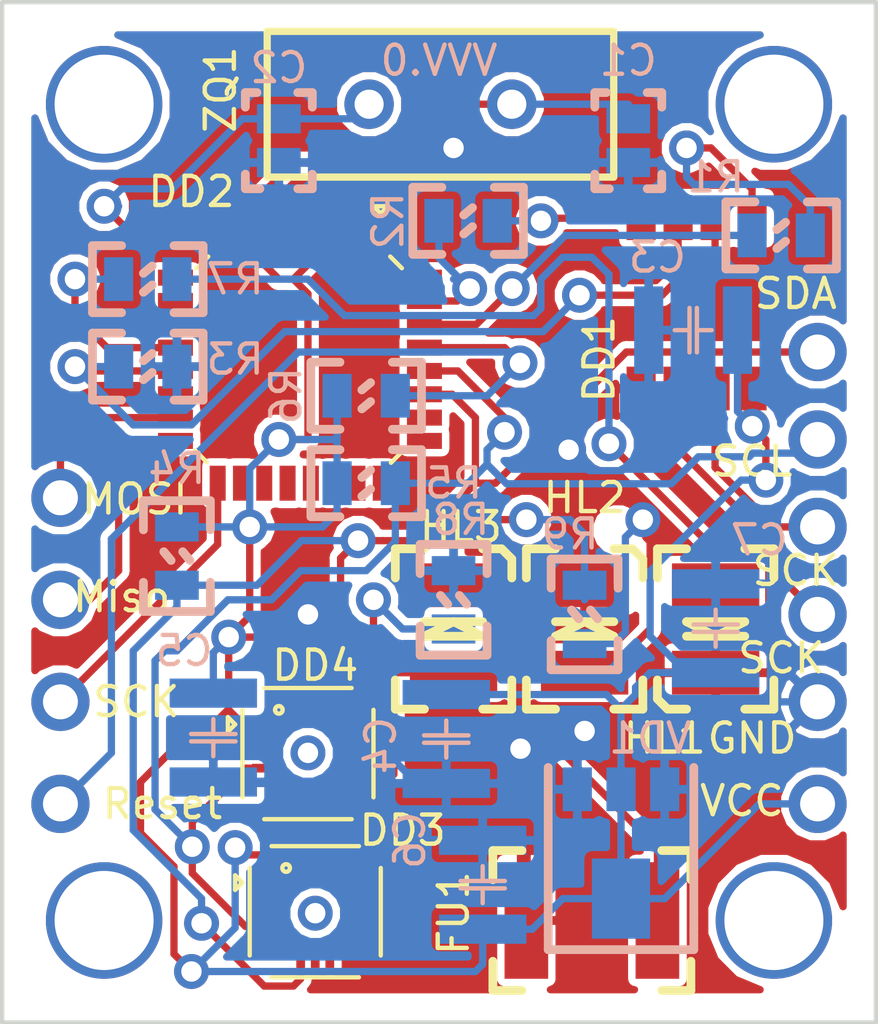
<source format=kicad_pcb>
(kicad_pcb (version 20171130) (host pcbnew "(5.0.0)")

  (general
    (thickness 1.6)
    (drawings 6)
    (tracks 392)
    (zones 0)
    (modules 40)
    (nets 60)
  )

  (page A1)
  (layers
    (0 F.Cu signal)
    (31 B.Cu signal)
    (32 B.Adhes user)
    (33 F.Adhes user)
    (34 B.Paste user)
    (35 F.Paste user)
    (36 B.SilkS user)
    (37 F.SilkS user)
    (38 B.Mask user)
    (39 F.Mask user)
    (40 Dwgs.User user)
    (41 Cmts.User user)
    (42 Eco1.User user)
    (43 Eco2.User user)
    (44 Edge.Cuts user)
    (45 Margin user)
    (46 B.CrtYd user)
    (47 F.CrtYd user)
    (48 B.Fab user hide)
    (49 F.Fab user hide)
  )

  (setup
    (last_trace_width 0.25)
    (trace_clearance 0.2)
    (zone_clearance 0.3)
    (zone_45_only no)
    (trace_min 0.2)
    (segment_width 0.3)
    (edge_width 0.3)
    (via_size 1.2)
    (via_drill 0.7)
    (via_min_size 1.2)
    (via_min_drill 0.3)
    (uvia_size 0.3)
    (uvia_drill 0.1)
    (uvias_allowed no)
    (uvia_min_size 0.2)
    (uvia_min_drill 0.1)
    (pcb_text_width 0.15)
    (pcb_text_size 1 1)
    (mod_edge_width 0.3)
    (mod_text_size 1 1)
    (mod_text_width 0.15)
    (pad_size 2 2)
    (pad_drill 1.2)
    (pad_to_mask_clearance 0.2)
    (solder_mask_min_width 0.8)
    (aux_axis_origin 0 0)
    (visible_elements 7FFFFFFF)
    (pcbplotparams
      (layerselection 0x00030_80000001)
      (usegerberextensions false)
      (usegerberattributes false)
      (usegerberadvancedattributes false)
      (creategerberjobfile false)
      (excludeedgelayer true)
      (linewidth 0.100000)
      (plotframeref false)
      (viasonmask false)
      (mode 1)
      (useauxorigin false)
      (hpglpennumber 1)
      (hpglpenspeed 20)
      (hpglpendiameter 15.000000)
      (psnegative false)
      (psa4output false)
      (plotreference true)
      (plotvalue true)
      (plotinvisibletext false)
      (padsonsilk false)
      (subtractmaskfromsilk false)
      (outputformat 3)
      (mirror false)
      (drillshape 0)
      (scaleselection 1)
      (outputdirectory ""))
  )

  (net 0 "")
  (net 1 "Net-(C1-Pad2)")
  (net 2 GND)
  (net 3 "Net-(C2-Pad2)")
  (net 4 A)
  (net 5 B)
  (net 6 "Net-(DD1-Pad4)")
  (net 7 EN)
  (net 8 "Net-(DD1-Pad1)")
  (net 9 "Net-(DD2-Pad1)")
  (net 10 "Net-(DD2-Pad2)")
  (net 11 "Net-(DD2-Pad9)")
  (net 12 "Net-(DD2-Pad10)")
  (net 13 "Net-(DD2-Pad11)")
  (net 14 HL1)
  (net 15 "Net-(DD2-Pad14)")
  (net 16 MOSI)
  (net 17 MISO)
  (net 18 SCK)
  (net 19 "Net-(DD2-Pad18)")
  (net 20 "Net-(DD2-Pad19)")
  (net 21 "Net-(DD2-Pad20)")
  (net 22 "Net-(DD2-Pad22)")
  (net 23 "Net-(DD2-Pad23)")
  (net 24 "Net-(DD2-Pad24)")
  (net 25 "Net-(DD2-Pad25)")
  (net 26 "Net-(DD2-Pad26)")
  (net 27 SDA)
  (net 28 SCL)
  (net 29 RX)
  (net 30 TX)
  (net 31 "Net-(DD2-Pad32)")
  (net 32 "Net-(DD3-Pad7)")
  (net 33 "Net-(DD3-Pad8)")
  (net 34 "Net-(DD3-Pad3)")
  (net 35 "Net-(DD3-Pad2)")
  (net 36 "Net-(DD3-Pad5)")
  (net 37 "Net-(DD3-Pad9)")
  (net 38 "Net-(DD3-Pad10)")
  (net 39 "Net-(DD3-Pad11)")
  (net 40 "Net-(DD3-Pad13)")
  (net 41 "Net-(DD3-Pad15)")
  (net 42 "Net-(DD3-Pad16)")
  (net 43 "Net-(HL1-Pad1)")
  (net 44 Ucc)
  (net 45 "Net-(HL3-Pad1)")
  (net 46 "Net-(HL2-Pad1)")
  (net 47 reset)
  (net 48 "Net-(DD4-Pad7)")
  (net 49 "Net-(DD4-Pad8)")
  (net 50 "Net-(DD4-Pad3)")
  (net 51 "Net-(DD4-Pad2)")
  (net 52 "Net-(DD4-Pad5)")
  (net 53 "Net-(DD4-Pad9)")
  (net 54 "Net-(DD4-Pad10)")
  (net 55 "Net-(DD4-Pad11)")
  (net 56 "Net-(DD4-Pad13)")
  (net 57 "Net-(DD4-Pad15)")
  (net 58 "Net-(DD4-Pad16)")
  (net 59 GND1)

  (net_class Default "Это класс цепей по умолчанию."
    (clearance 0.2)
    (trace_width 0.25)
    (via_dia 1.2)
    (via_drill 0.7)
    (uvia_dia 0.3)
    (uvia_drill 0.1)
    (add_net A)
    (add_net B)
    (add_net EN)
    (add_net GND)
    (add_net GND1)
    (add_net HL1)
    (add_net MISO)
    (add_net MOSI)
    (add_net "Net-(C1-Pad2)")
    (add_net "Net-(C2-Pad2)")
    (add_net "Net-(DD1-Pad1)")
    (add_net "Net-(DD1-Pad4)")
    (add_net "Net-(DD2-Pad1)")
    (add_net "Net-(DD2-Pad10)")
    (add_net "Net-(DD2-Pad11)")
    (add_net "Net-(DD2-Pad14)")
    (add_net "Net-(DD2-Pad18)")
    (add_net "Net-(DD2-Pad19)")
    (add_net "Net-(DD2-Pad2)")
    (add_net "Net-(DD2-Pad20)")
    (add_net "Net-(DD2-Pad22)")
    (add_net "Net-(DD2-Pad23)")
    (add_net "Net-(DD2-Pad24)")
    (add_net "Net-(DD2-Pad25)")
    (add_net "Net-(DD2-Pad26)")
    (add_net "Net-(DD2-Pad32)")
    (add_net "Net-(DD2-Pad9)")
    (add_net "Net-(DD3-Pad10)")
    (add_net "Net-(DD3-Pad11)")
    (add_net "Net-(DD3-Pad13)")
    (add_net "Net-(DD3-Pad15)")
    (add_net "Net-(DD3-Pad16)")
    (add_net "Net-(DD3-Pad2)")
    (add_net "Net-(DD3-Pad3)")
    (add_net "Net-(DD3-Pad5)")
    (add_net "Net-(DD3-Pad7)")
    (add_net "Net-(DD3-Pad8)")
    (add_net "Net-(DD3-Pad9)")
    (add_net "Net-(DD4-Pad10)")
    (add_net "Net-(DD4-Pad11)")
    (add_net "Net-(DD4-Pad13)")
    (add_net "Net-(DD4-Pad15)")
    (add_net "Net-(DD4-Pad16)")
    (add_net "Net-(DD4-Pad2)")
    (add_net "Net-(DD4-Pad3)")
    (add_net "Net-(DD4-Pad5)")
    (add_net "Net-(DD4-Pad7)")
    (add_net "Net-(DD4-Pad8)")
    (add_net "Net-(DD4-Pad9)")
    (add_net "Net-(HL1-Pad1)")
    (add_net "Net-(HL2-Pad1)")
    (add_net "Net-(HL3-Pad1)")
    (add_net RX)
    (add_net SCK)
    (add_net SCL)
    (add_net SDA)
    (add_net TX)
    (add_net Ucc)
    (add_net reset)
  )

  (module MOTOR_IMPORT_OTK:ATMEGA-8-161AU (layer F.Cu) (tedit 5BCC41BD) (tstamp 5B704A94)
    (at 527 296.5 270)
    (path /5B69DF51)
    (fp_text reference DD2 (at -1.5 6.5) (layer F.SilkS)
      (effects (font (size 1 1) (thickness 0.15)))
    )
    (fp_text value ATmega8 (at 4.17 8.72 270) (layer F.Fab)
      (effects (font (size 1 1) (thickness 0.15)))
    )
    (fp_line (start 0.725 5.925) (end 1.125 6.325) (layer F.SilkS) (width 0.15))
    (fp_line (start 7.4 -0.75) (end 7.8 -0.35) (layer F.SilkS) (width 0.15))
    (fp_line (start 7.775 5.975) (end 7.375 6.375) (layer F.SilkS) (width 0.15))
    (fp_line (start 1.125 -0.725) (end 0.725 -0.325) (layer F.SilkS) (width 0.15))
    (fp_line (start -0.75 0) (end -1 0.25) (layer F.SilkS) (width 0.15))
    (fp_line (start -1 0.25) (end -1 -0.25) (layer F.SilkS) (width 0.15))
    (fp_line (start -1 -0.25) (end -0.75 0) (layer F.SilkS) (width 0.15))
    (pad 1 smd rect (at 0 0 270) (size 1.2 0.55) (layers F.Cu F.Paste F.Mask)
      (net 9 "Net-(DD2-Pad1)"))
    (pad 2 smd rect (at 0 0.8 270) (size 1.2 0.55) (layers F.Cu F.Paste F.Mask)
      (net 10 "Net-(DD2-Pad2)"))
    (pad 3 smd rect (at 0 1.6 270) (size 1.2 0.55) (layers F.Cu F.Paste F.Mask)
      (net 2 GND))
    (pad 4 smd rect (at 0 2.4 270) (size 1.2 0.55) (layers F.Cu F.Paste F.Mask)
      (net 44 Ucc))
    (pad 5 smd rect (at 0 3.2 270) (size 1.2 0.55) (layers F.Cu F.Paste F.Mask)
      (net 2 GND))
    (pad 6 smd rect (at 0 4 270) (size 1.2 0.55) (layers F.Cu F.Paste F.Mask)
      (net 44 Ucc))
    (pad 7 smd rect (at 0 4.8 270) (size 1.2 0.55) (layers F.Cu F.Paste F.Mask)
      (net 1 "Net-(C1-Pad2)"))
    (pad 8 smd rect (at 0 5.6 270) (size 1.2 0.55) (layers F.Cu F.Paste F.Mask)
      (net 3 "Net-(C2-Pad2)"))
    (pad 9 smd rect (at 1.45 7.05) (size 1.2 0.55) (layers F.Cu F.Paste F.Mask)
      (net 11 "Net-(DD2-Pad9)"))
    (pad 10 smd rect (at 2.25 7.05) (size 1.2 0.55) (layers F.Cu F.Paste F.Mask)
      (net 12 "Net-(DD2-Pad10)"))
    (pad 11 smd rect (at 3.05 7.05 180) (size 1.2 0.55) (layers F.Cu F.Paste F.Mask)
      (net 13 "Net-(DD2-Pad11)"))
    (pad 12 smd rect (at 3.85 7.05) (size 1.2 0.55) (layers F.Cu F.Paste F.Mask)
      (net 14 HL1))
    (pad 13 smd rect (at 4.65 7.05) (size 1.2 0.55) (layers F.Cu F.Paste F.Mask)
      (net 7 EN))
    (pad 14 smd rect (at 5.45 7.05) (size 1.2 0.55) (layers F.Cu F.Paste F.Mask)
      (net 15 "Net-(DD2-Pad14)"))
    (pad 15 smd rect (at 6.25 7.05) (size 1.2 0.55) (layers F.Cu F.Paste F.Mask)
      (net 16 MOSI))
    (pad 16 smd rect (at 7.05 7.05) (size 1.2 0.55) (layers F.Cu F.Paste F.Mask)
      (net 17 MISO))
    (pad 17 smd rect (at 8.5 5.6 270) (size 1.2 0.55) (layers F.Cu F.Paste F.Mask)
      (net 18 SCK))
    (pad 18 smd rect (at 8.5 4.8 270) (size 1.2 0.55) (layers F.Cu F.Paste F.Mask)
      (net 19 "Net-(DD2-Pad18)"))
    (pad 19 smd rect (at 8.5 4 270) (size 1.2 0.55) (layers F.Cu F.Paste F.Mask)
      (net 20 "Net-(DD2-Pad19)"))
    (pad 20 smd rect (at 8.5 3.2 270) (size 1.2 0.55) (layers F.Cu F.Paste F.Mask)
      (net 21 "Net-(DD2-Pad20)"))
    (pad 21 smd rect (at 8.5 2.4 270) (size 1.2 0.55) (layers F.Cu F.Paste F.Mask)
      (net 2 GND))
    (pad 22 smd rect (at 8.5 1.6 270) (size 1.2 0.55) (layers F.Cu F.Paste F.Mask)
      (net 22 "Net-(DD2-Pad22)"))
    (pad 23 smd rect (at 8.5 0.8 270) (size 1.2 0.55) (layers F.Cu F.Paste F.Mask)
      (net 23 "Net-(DD2-Pad23)"))
    (pad 24 smd rect (at 8.5 0 270) (size 1.2 0.55) (layers F.Cu F.Paste F.Mask)
      (net 24 "Net-(DD2-Pad24)"))
    (pad 25 smd rect (at 7.05 -1.5) (size 1.2 0.55) (layers F.Cu F.Paste F.Mask)
      (net 25 "Net-(DD2-Pad25)"))
    (pad 26 smd rect (at 6.25 -1.5) (size 1.2 0.55) (layers F.Cu F.Paste F.Mask)
      (net 26 "Net-(DD2-Pad26)"))
    (pad 27 smd rect (at 5.45 -1.5) (size 1.2 0.55) (layers F.Cu F.Paste F.Mask)
      (net 27 SDA))
    (pad 28 smd rect (at 4.65 -1.5) (size 1.2 0.55) (layers F.Cu F.Paste F.Mask)
      (net 28 SCL))
    (pad 29 smd rect (at 3.85 -1.5) (size 1.2 0.55) (layers F.Cu F.Paste F.Mask)
      (net 47 reset))
    (pad 30 smd rect (at 3.05 -1.5) (size 1.2 0.55) (layers F.Cu F.Paste F.Mask)
      (net 29 RX))
    (pad 31 smd rect (at 2.25 -1.5) (size 1.2 0.55) (layers F.Cu F.Paste F.Mask)
      (net 30 TX))
    (pad 32 smd rect (at 1.45 -1.5) (size 1.2 0.55) (layers F.Cu F.Paste F.Mask)
      (net 31 "Net-(DD2-Pad32)"))
    (model C:/Kicad/TQFP-32.wrl
      (offset (xyz 4.241799936294556 -2.79399995803833 0))
      (scale (xyz 0.3937 0.3937 0.3937))
      (rotate (xyz 270 0 0))
    )
  )

  (module MOTOR_ICO:Монтажное_отверстие_D2 (layer F.Cu) (tedit 5BD1EEDE) (tstamp 5B704B34)
    (at 516 316)
    (path /5B70499D)
    (fp_text reference XS8 (at -5.25 0.25) (layer F.SilkS) hide
      (effects (font (size 2 1.6) (thickness 0.3)))
    )
    (fp_text value VCC (at 0.1 2.1) (layer F.Fab)
      (effects (font (size 2 1.6) (thickness 0.3)))
    )
    (pad 1 thru_hole circle (at 0 0) (size 2 2) (drill 1.2) (layers *.Cu *.Mask)
      (net 47 reset))
  )

  (module "MOTOR_IMPORT_OTK:Микросхема_5559ин10(SO-8)" (layer F.Cu) (tedit 5BCC353E) (tstamp 5BCA0AA2)
    (at 539.75 295.91 180)
    (path /5B6B29F9)
    (fp_text reference DD1 (at 5.25 -4.84 90) (layer F.SilkS)
      (effects (font (size 1 1) (thickness 0.15)))
    )
    (fp_text value 5559ИН10 (at 0 10.16 180) (layer F.Fab)
      (effects (font (size 1 1) (thickness 0.15)))
    )
    (pad 1 smd rect (at 0 0 180) (size 1 1.5) (layers F.Cu F.Paste F.Mask)
      (net 8 "Net-(DD1-Pad1)"))
    (pad 2 smd rect (at 1.27 0 180) (size 1 1.5) (layers F.Cu F.Paste F.Mask)
      (net 7 EN))
    (pad 3 smd rect (at 2.54 0 180) (size 1 1.5) (layers F.Cu F.Paste F.Mask)
      (net 7 EN))
    (pad 4 smd rect (at 3.81 0 180) (size 1 1.5) (layers F.Cu F.Paste F.Mask)
      (net 6 "Net-(DD1-Pad4)"))
    (pad 5 smd rect (at 3.81 -5.842 180) (size 1 1.5) (layers F.Cu F.Paste F.Mask)
      (net 2 GND))
    (pad 6 smd rect (at 2.54 -5.842 180) (size 1 1.5) (layers F.Cu F.Paste F.Mask)
      (net 4 A))
    (pad 7 smd rect (at 1.27 -5.842 180) (size 1 1.5) (layers F.Cu F.Paste F.Mask)
      (net 5 B))
    (pad 8 smd rect (at 0 -5.842 180) (size 1 1.5) (layers F.Cu F.Paste F.Mask)
      (net 44 Ucc))
    (model ${KIPRJMOD}/SO-8.wrl
      (offset (xyz 1.9 2.9 0))
      (scale (xyz 0.3937 0.3937 0.3937))
      (rotate (xyz 0 0 0))
    )
  )

  (module MOTOR_IMPORT_OTK:акселерометр (layer F.Cu) (tedit 5BCC34EC) (tstamp 5BCB6178)
    (at 524.75 319.7)
    (path /5BC908E6)
    (fp_text reference DD3 (at 3 -2.79) (layer F.SilkS)
      (effects (font (size 1 1) (thickness 0.15)))
    )
    (fp_text value LIS3DH (at 0.01 5.07) (layer F.Fab)
      (effects (font (size 1 1) (thickness 0.15)))
    )
    (fp_line (start -2.5 -1) (end -2.75 -0.75) (layer F.SilkS) (width 0.15))
    (fp_line (start -2.75 -0.75) (end -2.75 -1.25) (layer F.SilkS) (width 0.15))
    (fp_line (start -2.75 -1.25) (end -2.5 -1) (layer F.SilkS) (width 0.15))
    (fp_circle (center -1 -1.5) (end -0.95 -1.475) (layer F.SilkS) (width 0.15))
    (fp_line (start -1.5 2.25) (end 1.5 2.25) (layer F.SilkS) (width 0.15))
    (fp_line (start 2.25 1.5) (end 2.25 -1.5) (layer F.SilkS) (width 0.15))
    (fp_line (start 1.5 -2.25) (end -1.5 -2.25) (layer F.SilkS) (width 0.15))
    (fp_line (start -2.25 -1.5) (end -2.25 1.5) (layer F.SilkS) (width 0.15))
    (pad 7 smd rect (at 0 1.225) (size 0.3 1) (drill (offset 0 0.2)) (layers F.Cu F.Paste F.Mask)
      (net 32 "Net-(DD3-Pad7)"))
    (pad 6 smd rect (at -0.5 1.225) (size 0.3 1) (drill (offset 0 0.2)) (layers F.Cu F.Paste F.Mask)
      (net 27 SDA))
    (pad 8 smd rect (at 0.5 1.225) (size 0.3 1) (drill (offset 0 0.2)) (layers F.Cu F.Paste F.Mask)
      (net 33 "Net-(DD3-Pad8)"))
    (pad 3 smd rect (at -1.225 0) (size 1 0.3) (drill (offset -0.2 0)) (layers F.Cu F.Paste F.Mask)
      (net 34 "Net-(DD3-Pad3)"))
    (pad 2 smd rect (at -1.225 -0.5) (size 1 0.3) (drill (offset -0.2 0)) (layers F.Cu F.Paste F.Mask)
      (net 35 "Net-(DD3-Pad2)"))
    (pad 1 smd rect (at -1.225 -1) (size 1 0.3) (drill (offset -0.2 0)) (layers F.Cu F.Paste F.Mask)
      (net 44 Ucc))
    (pad 4 smd rect (at -1.225 0.5) (size 1 0.3) (drill (offset -0.2 0)) (layers F.Cu F.Paste F.Mask)
      (net 28 SCL))
    (pad 5 smd rect (at -1.225 1) (size 1 0.3) (drill (offset -0.2 0)) (layers F.Cu F.Paste F.Mask)
      (net 36 "Net-(DD3-Pad5)"))
    (pad 9 smd rect (at 1.225 1) (size 1 0.3) (drill (offset 0.2 0)) (layers F.Cu F.Paste F.Mask)
      (net 37 "Net-(DD3-Pad9)"))
    (pad 10 smd rect (at 1.225 0.5) (size 1 0.3) (drill (offset 0.2 0)) (layers F.Cu F.Paste F.Mask)
      (net 38 "Net-(DD3-Pad10)"))
    (pad 11 smd rect (at 1.225 0) (size 1 0.3) (drill (offset 0.2 0)) (layers F.Cu F.Paste F.Mask)
      (net 39 "Net-(DD3-Pad11)"))
    (pad 12 smd rect (at 1.225 -0.5) (size 1 0.3) (drill (offset 0.2 0)) (layers F.Cu F.Paste F.Mask)
      (net 2 GND))
    (pad 13 smd rect (at 1.225 -1) (size 1 0.3) (drill (offset 0.2 0)) (layers F.Cu F.Paste F.Mask)
      (net 40 "Net-(DD3-Pad13)"))
    (pad 14 smd rect (at 0.5 -1.2) (size 0.3 1) (drill (offset 0 -0.2)) (layers F.Cu F.Paste F.Mask)
      (net 44 Ucc))
    (pad 15 smd rect (at 0 -1.2) (size 0.3 1) (drill (offset 0 -0.2)) (layers F.Cu F.Paste F.Mask)
      (net 41 "Net-(DD3-Pad15)"))
    (pad 16 smd rect (at -0.5 -1.2) (size 0.3 1) (drill (offset 0 -0.2)) (layers F.Cu F.Paste F.Mask)
      (net 42 "Net-(DD3-Pad16)"))
    (model C:/Kicad/motor_pcb/3D_wrl/LG-16.step
      (offset (xyz 0 0 0.1))
      (scale (xyz 1 1 1))
      (rotate (xyz 90 180 180))
    )
  )

  (module MOTOR_IMPORT_OTK:акселерометр (layer F.Cu) (tedit 5BCC34EC) (tstamp 5BCA07EA)
    (at 524.5 314.275)
    (path /5BC96CBB)
    (fp_text reference DD4 (at 0.25 -3.025 180) (layer F.SilkS)
      (effects (font (size 1 1) (thickness 0.15)))
    )
    (fp_text value LIS3DH (at 0.01 5.07) (layer F.Fab)
      (effects (font (size 1 1) (thickness 0.15)))
    )
    (fp_line (start -2.5 -1) (end -2.75 -0.75) (layer F.SilkS) (width 0.15))
    (fp_line (start -2.75 -0.75) (end -2.75 -1.25) (layer F.SilkS) (width 0.15))
    (fp_line (start -2.75 -1.25) (end -2.5 -1) (layer F.SilkS) (width 0.15))
    (fp_circle (center -1 -1.5) (end -0.95 -1.475) (layer F.SilkS) (width 0.15))
    (fp_line (start -1.5 2.25) (end 1.5 2.25) (layer F.SilkS) (width 0.15))
    (fp_line (start 2.25 1.5) (end 2.25 -1.5) (layer F.SilkS) (width 0.15))
    (fp_line (start 1.5 -2.25) (end -1.5 -2.25) (layer F.SilkS) (width 0.15))
    (fp_line (start -2.25 -1.5) (end -2.25 1.5) (layer F.SilkS) (width 0.15))
    (pad 7 smd rect (at 0 1.225) (size 0.3 1) (drill (offset 0 0.2)) (layers F.Cu F.Paste F.Mask)
      (net 48 "Net-(DD4-Pad7)"))
    (pad 6 smd rect (at -0.5 1.225) (size 0.3 1) (drill (offset 0 0.2)) (layers F.Cu F.Paste F.Mask)
      (net 27 SDA))
    (pad 8 smd rect (at 0.5 1.225) (size 0.3 1) (drill (offset 0 0.2)) (layers F.Cu F.Paste F.Mask)
      (net 49 "Net-(DD4-Pad8)"))
    (pad 3 smd rect (at -1.225 0) (size 1 0.3) (drill (offset -0.2 0)) (layers F.Cu F.Paste F.Mask)
      (net 50 "Net-(DD4-Pad3)"))
    (pad 2 smd rect (at -1.225 -0.5) (size 1 0.3) (drill (offset -0.2 0)) (layers F.Cu F.Paste F.Mask)
      (net 51 "Net-(DD4-Pad2)"))
    (pad 1 smd rect (at -1.225 -1) (size 1 0.3) (drill (offset -0.2 0)) (layers F.Cu F.Paste F.Mask)
      (net 44 Ucc))
    (pad 4 smd rect (at -1.225 0.5) (size 1 0.3) (drill (offset -0.2 0)) (layers F.Cu F.Paste F.Mask)
      (net 28 SCL))
    (pad 5 smd rect (at -1.225 1) (size 1 0.3) (drill (offset -0.2 0)) (layers F.Cu F.Paste F.Mask)
      (net 52 "Net-(DD4-Pad5)"))
    (pad 9 smd rect (at 1.225 1) (size 1 0.3) (drill (offset 0.2 0)) (layers F.Cu F.Paste F.Mask)
      (net 53 "Net-(DD4-Pad9)"))
    (pad 10 smd rect (at 1.225 0.5) (size 1 0.3) (drill (offset 0.2 0)) (layers F.Cu F.Paste F.Mask)
      (net 54 "Net-(DD4-Pad10)"))
    (pad 11 smd rect (at 1.225 0) (size 1 0.3) (drill (offset 0.2 0)) (layers F.Cu F.Paste F.Mask)
      (net 55 "Net-(DD4-Pad11)"))
    (pad 12 smd rect (at 1.225 -0.5) (size 1 0.3) (drill (offset 0.2 0)) (layers F.Cu F.Paste F.Mask)
      (net 2 GND))
    (pad 13 smd rect (at 1.225 -1) (size 1 0.3) (drill (offset 0.2 0)) (layers F.Cu F.Paste F.Mask)
      (net 56 "Net-(DD4-Pad13)"))
    (pad 14 smd rect (at 0.5 -1.2) (size 0.3 1) (drill (offset 0 -0.2)) (layers F.Cu F.Paste F.Mask)
      (net 44 Ucc))
    (pad 15 smd rect (at 0 -1.2) (size 0.3 1) (drill (offset 0 -0.2)) (layers F.Cu F.Paste F.Mask)
      (net 57 "Net-(DD4-Pad15)"))
    (pad 16 smd rect (at -0.5 -1.2) (size 0.3 1) (drill (offset 0 -0.2)) (layers F.Cu F.Paste F.Mask)
      (net 58 "Net-(DD4-Pad16)"))
    (model C:/Kicad/motor_pcb/3D_wrl/LG-16.step
      (offset (xyz 0 0 0.1))
      (scale (xyz 1 1 1))
      (rotate (xyz 90 180 180))
    )
  )

  (module MOTOR_IMPORT_OTK:конденсатор_1210 (layer B.Cu) (tedit 5BCB580B) (tstamp 5BCB66CA)
    (at 530.5 317.25 270)
    (path /5BC96C92)
    (fp_text reference C6 (at 0 2.5 90) (layer B.SilkS)
      (effects (font (size 1 1) (thickness 0.15)) (justify mirror))
    )
    (fp_text value "К10-83-25В-4,7мкФ(2220)" (at 0 -4.064 270) (layer B.Fab)
      (effects (font (size 1 1) (thickness 0.15)) (justify mirror))
    )
    (fp_line (start 1.648 0) (end 2.156 0) (layer B.SilkS) (width 0.15))
    (fp_line (start 1.648 0.762) (end 1.648 -0.762) (layer B.SilkS) (width 0.15))
    (fp_line (start 1.394 0) (end 1.394 -0.762) (layer B.SilkS) (width 0.15))
    (fp_line (start 1.394 0) (end 1.394 0.762) (layer B.SilkS) (width 0.15))
    (fp_line (start 0.886 0) (end 1.394 0) (layer B.SilkS) (width 0.15))
    (pad 2 smd rect (at 3.048 0 270) (size 1 3) (layers B.Cu B.Paste B.Mask)
      (net 44 Ucc))
    (pad 1 smd rect (at 0 0 270) (size 1 3) (layers B.Cu B.Paste B.Mask)
      (net 2 GND))
    (model C:/Kicad/CAPC3225.STEP
      (offset (xyz 1.5 0 1.3))
      (scale (xyz 1 1 1))
      (rotate (xyz 90 0 0))
    )
  )

  (module MOTOR_IMPORT_OTK:конденсатор_1210 (layer B.Cu) (tedit 5BCB580B) (tstamp 5BCA07CE)
    (at 538.5 308.452 270)
    (path /5BC96C98)
    (fp_text reference C7 (at -1.5 -1.5) (layer B.SilkS)
      (effects (font (size 1 1) (thickness 0.15)) (justify mirror))
    )
    (fp_text value "К10-83-25В-4,7мкФ(2220)" (at 0 -4.064 270) (layer B.Fab)
      (effects (font (size 1 1) (thickness 0.15)) (justify mirror))
    )
    (fp_line (start 1.648 0) (end 2.156 0) (layer B.SilkS) (width 0.15))
    (fp_line (start 1.648 0.762) (end 1.648 -0.762) (layer B.SilkS) (width 0.15))
    (fp_line (start 1.394 0) (end 1.394 -0.762) (layer B.SilkS) (width 0.15))
    (fp_line (start 1.394 0) (end 1.394 0.762) (layer B.SilkS) (width 0.15))
    (fp_line (start 0.886 0) (end 1.394 0) (layer B.SilkS) (width 0.15))
    (pad 2 smd rect (at 3.048 0 270) (size 1 3) (layers B.Cu B.Paste B.Mask)
      (net 44 Ucc))
    (pad 1 smd rect (at 0 0 270) (size 1 3) (layers B.Cu B.Paste B.Mask)
      (net 2 GND))
    (model C:/Kicad/CAPC3225.STEP
      (offset (xyz 1.5 0 1.3))
      (scale (xyz 1 1 1))
      (rotate (xyz 90 0 0))
    )
  )

  (module MOTOR_IMPORT_OTK:конденсатор_1210 (layer B.Cu) (tedit 5BCB580B) (tstamp 5BCA0A6F)
    (at 539.25 299.75 180)
    (path /5B6B2A5A)
    (fp_text reference C3 (at 2.75 2.5) (layer B.SilkS)
      (effects (font (size 1 1) (thickness 0.15)) (justify mirror))
    )
    (fp_text value "К10-83-25В-4,7мкФ(2220)" (at 0 -4.064 180) (layer B.Fab)
      (effects (font (size 1 1) (thickness 0.15)) (justify mirror))
    )
    (fp_line (start 1.648 0) (end 2.156 0) (layer B.SilkS) (width 0.15))
    (fp_line (start 1.648 0.762) (end 1.648 -0.762) (layer B.SilkS) (width 0.15))
    (fp_line (start 1.394 0) (end 1.394 -0.762) (layer B.SilkS) (width 0.15))
    (fp_line (start 1.394 0) (end 1.394 0.762) (layer B.SilkS) (width 0.15))
    (fp_line (start 0.886 0) (end 1.394 0) (layer B.SilkS) (width 0.15))
    (pad 2 smd rect (at 3.048 0 180) (size 1 3) (layers B.Cu B.Paste B.Mask)
      (net 2 GND))
    (pad 1 smd rect (at 0 0 180) (size 1 3) (layers B.Cu B.Paste B.Mask)
      (net 44 Ucc))
    (model C:/Kicad/CAPC3225.STEP
      (offset (xyz 1.5 0 1.3))
      (scale (xyz 1 1 1))
      (rotate (xyz 90 0 0))
    )
  )

  (module MOTOR_IMPORT_OTK:конденсатор_1210 (layer B.Cu) (tedit 5BCB580B) (tstamp 5BCA0A80)
    (at 529.25 315.298 90)
    (path /5B6B3978)
    (fp_text reference C4 (at 1.298 -2.25 270) (layer B.SilkS)
      (effects (font (size 1 1) (thickness 0.15)) (justify mirror))
    )
    (fp_text value "К10-83-25В-4,7мкФ(2220)" (at 0 -4.064 90) (layer B.Fab)
      (effects (font (size 1 1) (thickness 0.15)) (justify mirror))
    )
    (fp_line (start 1.648 0) (end 2.156 0) (layer B.SilkS) (width 0.15))
    (fp_line (start 1.648 0.762) (end 1.648 -0.762) (layer B.SilkS) (width 0.15))
    (fp_line (start 1.394 0) (end 1.394 -0.762) (layer B.SilkS) (width 0.15))
    (fp_line (start 1.394 0) (end 1.394 0.762) (layer B.SilkS) (width 0.15))
    (fp_line (start 0.886 0) (end 1.394 0) (layer B.SilkS) (width 0.15))
    (pad 2 smd rect (at 3.048 0 90) (size 1 3) (layers B.Cu B.Paste B.Mask)
      (net 44 Ucc))
    (pad 1 smd rect (at 0 0 90) (size 1 3) (layers B.Cu B.Paste B.Mask)
      (net 2 GND))
    (model C:/Kicad/CAPC3225.STEP
      (offset (xyz 1.5 0 1.3))
      (scale (xyz 1 1 1))
      (rotate (xyz 90 0 0))
    )
  )

  (module MOTOR_IMPORT_OTK:конденсатор_1210 (layer B.Cu) (tedit 5BCB580B) (tstamp 5BCA0A91)
    (at 521.25 315.25 90)
    (path /5B6B3A63)
    (fp_text reference C5 (at 4.5 -1 180) (layer B.SilkS)
      (effects (font (size 1 1) (thickness 0.15)) (justify mirror))
    )
    (fp_text value "К10-83-25В-4,7мкФ(2220)" (at 0 -4.064 90) (layer B.Fab)
      (effects (font (size 1 1) (thickness 0.15)) (justify mirror))
    )
    (fp_line (start 1.648 0) (end 2.156 0) (layer B.SilkS) (width 0.15))
    (fp_line (start 1.648 0.762) (end 1.648 -0.762) (layer B.SilkS) (width 0.15))
    (fp_line (start 1.394 0) (end 1.394 -0.762) (layer B.SilkS) (width 0.15))
    (fp_line (start 1.394 0) (end 1.394 0.762) (layer B.SilkS) (width 0.15))
    (fp_line (start 0.886 0) (end 1.394 0) (layer B.SilkS) (width 0.15))
    (pad 2 smd rect (at 3.048 0 90) (size 1 3) (layers B.Cu B.Paste B.Mask)
      (net 44 Ucc))
    (pad 1 smd rect (at 0 0 90) (size 1 3) (layers B.Cu B.Paste B.Mask)
      (net 2 GND))
    (model C:/Kicad/CAPC3225.STEP
      (offset (xyz 1.5 0 1.3))
      (scale (xyz 1 1 1))
      (rotate (xyz 90 0 0))
    )
  )

  (module motorchik:ОтверстиеD3 (layer F.Cu) (tedit 5B7056B1) (tstamp 5B708DA3)
    (at 540.5 292)
    (fp_text reference M3 (at -4.5 3.5) (layer F.SilkS) hide
      (effects (font (size 1 1) (thickness 0.15)))
    )
    (fp_text value ОтверстиеD3 (at 0 5) (layer F.Fab)
      (effects (font (size 1 1) (thickness 0.15)))
    )
    (pad "" thru_hole circle (at 0 0) (size 4 4) (drill 3.4) (layers *.Cu *.Paste *.Mask))
  )

  (module motorchik:ОтверстиеD3 (layer F.Cu) (tedit 5B7056B1) (tstamp 5B708D9A)
    (at 517.5 292)
    (fp_text reference M3 (at -4.5 3.5) (layer F.SilkS) hide
      (effects (font (size 1 1) (thickness 0.15)))
    )
    (fp_text value ОтверстиеD3 (at 0 5) (layer F.Fab)
      (effects (font (size 1 1) (thickness 0.15)))
    )
    (pad "" thru_hole circle (at 0 0) (size 4 4) (drill 3.4) (layers *.Cu *.Paste *.Mask))
  )

  (module motorchik:ОтверстиеD3 (layer F.Cu) (tedit 5B7056B4) (tstamp 5B708D87)
    (at 540.5 320)
    (fp_text reference M3 (at -4.5 3.5) (layer F.SilkS) hide
      (effects (font (size 1 1) (thickness 0.15)))
    )
    (fp_text value ОтверстиеD3 (at 0 5) (layer F.Fab)
      (effects (font (size 1 1) (thickness 0.15)))
    )
    (pad "" thru_hole circle (at 0 0) (size 4 4) (drill 3.4) (layers *.Cu *.Paste *.Mask))
  )

  (module motorchik:ОтверстиеКрепежноеD1.2 (layer F.Cu) (tedit 5BCC3EB6) (tstamp 5B704B11)
    (at 542 316)
    (path /5B69E05B)
    (fp_text reference XS1 (at 4.25 0.25 180) (layer F.SilkS) hide
      (effects (font (size 1 1) (thickness 0.15)))
    )
    (fp_text value VCC (at -2.6 -0.1) (layer F.SilkS)
      (effects (font (size 1 1) (thickness 0.15)))
    )
    (pad 1 thru_hole circle (at 0 0) (size 2 2) (drill 1.2) (layers *.Cu *.Mask)
      (net 44 Ucc))
  )

  (module motorchik:ОтверстиеКрепежноеD1.2 (layer F.Cu) (tedit 5BCC3E5B) (tstamp 5B704B16)
    (at 542 312.5)
    (path /5B69E3E1)
    (fp_text reference XS2 (at -2.25 1.25) (layer F.SilkS) hide
      (effects (font (size 1 1) (thickness 0.15)))
    )
    (fp_text value GND (at -2.25 1.25 180) (layer F.SilkS)
      (effects (font (size 1 1) (thickness 0.15)))
    )
    (pad 1 thru_hole circle (at 0 0) (size 2 2) (drill 1.2) (layers *.Cu *.Mask)
      (net 2 GND))
  )

  (module motorchik:ОтверстиеКрепежноеD1.2 (layer F.Cu) (tedit 5BD09025) (tstamp 5B704B1B)
    (at 516 305.5)
    (path /5B69E5E2)
    (fp_text reference XS3 (at -5.8 -0.05) (layer F.Fab)
      (effects (font (size 1 1) (thickness 0.15)))
    )
    (fp_text value MOSI (at 2.55 0.05) (layer F.SilkS)
      (effects (font (size 1 1) (thickness 0.15)))
    )
    (pad 1 thru_hole circle (at 0 0) (size 2 2) (drill 1.2) (layers *.Cu *.Mask)
      (net 16 MOSI))
  )

  (module motorchik:ОтверстиеКрепежноеD1.2 (layer F.Cu) (tedit 5BD0902E) (tstamp 5B704B20)
    (at 516 309)
    (path /5B69E6BD)
    (fp_text reference XS4 (at -5.65 -1.75) (layer F.Fab)
      (effects (font (size 1 1) (thickness 0.15)))
    )
    (fp_text value Miso (at 2.1 -0.1) (layer F.SilkS)
      (effects (font (size 1 1) (thickness 0.15)))
    )
    (pad 1 thru_hole circle (at 0 0) (size 2 2) (drill 1.2) (layers *.Cu *.Mask)
      (net 17 MISO))
  )

  (module motorchik:ОтверстиеКрепежноеD1.2 (layer F.Cu) (tedit 5BCC3EE4) (tstamp 5B704B25)
    (at 516 312.5)
    (path /5B704463)
    (fp_text reference XS5 (at -3.7 -1.6) (layer F.Fab)
      (effects (font (size 1 1) (thickness 0.15)))
    )
    (fp_text value SCK (at 2.6 0) (layer F.SilkS)
      (effects (font (size 1 1) (thickness 0.15)))
    )
    (pad 1 thru_hole circle (at 0 0) (size 2 2) (drill 1.2) (layers *.Cu *.Mask)
      (net 18 SCK))
  )

  (module motorchik:ОтверстиеКрепежноеD1.2 (layer F.Cu) (tedit 5BD08D4B) (tstamp 5B704B2A)
    (at 542 309.5)
    (path /5B70919E)
    (fp_text reference XS6 (at -4.5 -2.5 180) (layer F.SilkS) hide
      (effects (font (size 1 1) (thickness 0.15)))
    )
    (fp_text value SCK (at -1.25 1.5) (layer F.SilkS)
      (effects (font (size 1 1) (thickness 0.15)))
    )
    (pad 1 thru_hole circle (at 0 0) (size 2 2) (drill 1.2) (layers *.Cu *.Mask)
      (net 4 A))
  )

  (module motorchik:ОтверстиеКрепежноеD1.2 (layer F.Cu) (tedit 5BD08D47) (tstamp 5B704B2F)
    (at 542 306.5)
    (path /5B7094A2)
    (fp_text reference XS7 (at -4.25 -0.5) (layer F.SilkS) hide
      (effects (font (size 1 1) (thickness 0.15)))
    )
    (fp_text value SCK (at -0.75 1.5) (layer F.SilkS)
      (effects (font (size 1 1) (thickness 0.15)))
    )
    (pad 1 thru_hole circle (at 0 0) (size 2 2) (drill 1.2) (layers *.Cu *.Mask)
      (net 5 B))
  )

  (module motorchik:ОтверстиеD3 (layer F.Cu) (tedit 5B7056B1) (tstamp 5B7060EC)
    (at 517.5 320)
    (fp_text reference M3 (at -5.25 0.75) (layer F.SilkS) hide
      (effects (font (size 1 1) (thickness 0.15)))
    )
    (fp_text value ОтверстиеD3 (at 0 5) (layer F.Fab)
      (effects (font (size 1 1) (thickness 0.15)))
    )
    (pad "" thru_hole circle (at 0 0) (size 4 4) (drill 3.4) (layers *.Cu *.Paste *.Mask))
  )

  (module "MOTOR_RLC:Конденсатор_SMD_К10-83(0603)" (layer B.Cu) (tedit 5B59F93D) (tstamp 5BCA0A55)
    (at 535.5 294 90)
    (path /5B69F0D0)
    (fp_text reference C1 (at 3.5 0 180) (layer B.SilkS)
      (effects (font (size 1 1) (thickness 0.15)) (justify mirror))
    )
    (fp_text value К10-83-50В-12пФ (at 0.1524 -2.5146 90) (layer B.Fab)
      (effects (font (size 1 1) (thickness 0.15)) (justify mirror))
    )
    (fp_line (start -0.9 1.15) (end -0.4 1.15) (layer B.SilkS) (width 0.3))
    (fp_line (start -0.9 1.15) (end -0.9 0.65) (layer B.SilkS) (width 0.3))
    (fp_line (start -0.9 -1.15) (end -0.4 -1.15) (layer B.SilkS) (width 0.3))
    (fp_line (start -0.9 -1.15) (end -0.9 -0.65) (layer B.SilkS) (width 0.3))
    (fp_line (start 2.4 1.15) (end 2.4 0.65) (layer B.SilkS) (width 0.3))
    (fp_line (start 2.4 1.15) (end 1.9 1.15) (layer B.SilkS) (width 0.3))
    (fp_line (start 2.4 -1.15) (end 1.9 -1.15) (layer B.SilkS) (width 0.3))
    (fp_line (start 2.4 -1.15) (end 2.4 -0.75) (layer B.SilkS) (width 0.3))
    (pad 1 smd rect (at 0 0 90) (size 1 1.5) (layers B.Cu B.Paste B.Mask)
      (net 2 GND) (clearance 0.2))
    (pad 2 smd rect (at 1.5 0 90) (size 1 1.5) (layers B.Cu B.Paste B.Mask)
      (net 1 "Net-(C1-Pad2)") (clearance 0.2))
    (model "${MOTOR_3D}/Конденсатор 0603.wrl"
      (offset (xyz 0 -0.558799991607666 0))
      (scale (xyz 0.3937 0.3937 0.3937))
      (rotate (xyz 0 90 90))
    )
  )

  (module "MOTOR_RLC:Конденсатор_SMD_К10-83(0603)" (layer B.Cu) (tedit 5B59F93D) (tstamp 5BCA0A62)
    (at 523.5 294 90)
    (path /5B69F116)
    (fp_text reference C2 (at 3.25 0 180) (layer B.SilkS)
      (effects (font (size 1 1) (thickness 0.15)) (justify mirror))
    )
    (fp_text value К10-83-50В-12пФ (at 0.1524 -2.5146 90) (layer B.Fab)
      (effects (font (size 1 1) (thickness 0.15)) (justify mirror))
    )
    (fp_line (start 2.4 -1.15) (end 2.4 -0.75) (layer B.SilkS) (width 0.3))
    (fp_line (start 2.4 -1.15) (end 1.9 -1.15) (layer B.SilkS) (width 0.3))
    (fp_line (start 2.4 1.15) (end 1.9 1.15) (layer B.SilkS) (width 0.3))
    (fp_line (start 2.4 1.15) (end 2.4 0.65) (layer B.SilkS) (width 0.3))
    (fp_line (start -0.9 -1.15) (end -0.9 -0.65) (layer B.SilkS) (width 0.3))
    (fp_line (start -0.9 -1.15) (end -0.4 -1.15) (layer B.SilkS) (width 0.3))
    (fp_line (start -0.9 1.15) (end -0.9 0.65) (layer B.SilkS) (width 0.3))
    (fp_line (start -0.9 1.15) (end -0.4 1.15) (layer B.SilkS) (width 0.3))
    (pad 2 smd rect (at 1.5 0 90) (size 1 1.5) (layers B.Cu B.Paste B.Mask)
      (net 3 "Net-(C2-Pad2)") (clearance 0.2))
    (pad 1 smd rect (at 0 0 90) (size 1 1.5) (layers B.Cu B.Paste B.Mask)
      (net 2 GND) (clearance 0.2))
    (model "${MOTOR_3D}/Конденсатор 0603.wrl"
      (offset (xyz 0 -0.558799991607666 0))
      (scale (xyz 0.3937 0.3937 0.3937))
      (rotate (xyz 0 90 90))
    )
  )

  (module "MOTOR_IMPORT_OTK:Предохранитель_SMD(1812)" (layer F.Cu) (tedit 5B59FB98) (tstamp 5BCA0ABB)
    (at 532 320)
    (path /5B75D420)
    (fp_text reference FU1 (at -2.5 -0.25 90) (layer F.SilkS)
      (effects (font (size 1 1) (thickness 0.15)))
    )
    (fp_text value Р1-8В-0.25-20K (at 2.55 3.55) (layer F.Fab)
      (effects (font (size 1 1) (thickness 0.15)))
    )
    (fp_line (start 5.65 -2.4) (end 4.65 -2.4) (layer F.SilkS) (width 0.3))
    (fp_line (start 5.65 -2.4) (end 5.65 -1.4) (layer F.SilkS) (width 0.3))
    (fp_line (start 5.65 2.4) (end 4.65 2.4) (layer F.SilkS) (width 0.3))
    (fp_line (start 5.65 2.4) (end 5.65 1.4) (layer F.SilkS) (width 0.3))
    (fp_line (start -1.15 2.4) (end -0.15 2.4) (layer F.SilkS) (width 0.3))
    (fp_line (start -1.15 2.4) (end -1.15 1.4) (layer F.SilkS) (width 0.3))
    (fp_line (start -1.15 -2.4) (end -1.15 -1.4) (layer F.SilkS) (width 0.3))
    (fp_line (start -1.15 -2.4) (end -0.15 -2.4) (layer F.SilkS) (width 0.3))
    (pad 1 smd rect (at 0 0) (size 1.5 4) (layers F.Cu F.Paste F.Mask)
      (net 2 GND) (clearance 0.2))
    (pad 2 smd rect (at 4.5 0) (size 1.5 4) (layers F.Cu F.Paste F.Mask)
      (net 59 GND1) (clearance 0.2))
    (model "${MOTOR_3D}/Конденсатор 1812.wrl"
      (offset (xyz 0 -1.777999973297119 1.447799978256226))
      (scale (xyz 0.3937 0.3937 0.3937))
      (rotate (xyz 90 0 0))
    )
  )

  (module MOTOR_VD_VT_HL:Светодиод_SMD_3528 (layer F.Cu) (tedit 5B58B29B) (tstamp 5BCA0AC8)
    (at 534 311.5 90)
    (path /5B75E293)
    (fp_text reference HL2 (at 6 0 180) (layer F.SilkS)
      (effects (font (size 1 1) (thickness 0.15)))
    )
    (fp_text value Светодиод_3Л341Е (at 1.25 3.1 90) (layer F.Fab)
      (effects (font (size 1 1) (thickness 0.15)))
    )
    (fp_line (start -1.25 2) (end -0.25 2) (layer F.SilkS) (width 0.3))
    (fp_line (start -1.25 2) (end -1.25 1) (layer F.SilkS) (width 0.3))
    (fp_line (start -1.25 -2) (end -1.25 -1) (layer F.SilkS) (width 0.3))
    (fp_line (start -1.25 -2) (end -0.25 -2) (layer F.SilkS) (width 0.3))
    (fp_line (start 4.25 -2) (end 3.25 -2) (layer F.SilkS) (width 0.3))
    (fp_line (start 4.25 -2) (end 4.25 -1) (layer F.SilkS) (width 0.3))
    (fp_line (start 3.9 2) (end 3.25 2) (layer F.SilkS) (width 0.3))
    (fp_line (start 4.25 1.65) (end 4.25 1) (layer F.SilkS) (width 0.3))
    (fp_line (start 3.9 2) (end 4.25 1.65) (layer F.SilkS) (width 0.3))
    (fp_line (start 1.75 -1) (end 1.75 1) (layer F.SilkS) (width 0.3))
    (fp_line (start 1.25 -1) (end 1.75 0) (layer F.SilkS) (width 0.3))
    (fp_line (start 1.75 0) (end 1.25 1) (layer F.SilkS) (width 0.3))
    (fp_line (start 1.25 1) (end 1.25 -1) (layer F.SilkS) (width 0.3))
    (pad 2 smd rect (at 3 0 90) (size 1.5 3) (layers F.Cu F.Paste F.Mask)
      (net 2 GND) (solder_mask_margin 0.2))
    (pad 1 smd rect (at 0 0 90) (size 1.5 3) (layers F.Cu F.Paste F.Mask)
      (net 46 "Net-(HL2-Pad1)") (solder_mask_margin 0.2))
    (model ${MOTOR_3D}/КИПД-86.wrl
      (offset (xyz 3.047999954223633 1.396999979019165 0))
      (scale (xyz 0.3937 0.3937 0.3937))
      (rotate (xyz 0 0 180))
    )
  )

  (module MOTOR_VD_VT_HL:Светодиод_SMD_3528 (layer F.Cu) (tedit 5B58B29B) (tstamp 5BCA0ADA)
    (at 529.5 311.5 90)
    (path /5B7A6441)
    (fp_text reference HL3 (at 5 0.25 180) (layer F.SilkS)
      (effects (font (size 1 1) (thickness 0.15)))
    )
    (fp_text value Светодиод_3Л341Е (at 1.25 3.1 90) (layer F.Fab)
      (effects (font (size 1 1) (thickness 0.15)))
    )
    (fp_line (start 1.25 1) (end 1.25 -1) (layer F.SilkS) (width 0.3))
    (fp_line (start 1.75 0) (end 1.25 1) (layer F.SilkS) (width 0.3))
    (fp_line (start 1.25 -1) (end 1.75 0) (layer F.SilkS) (width 0.3))
    (fp_line (start 1.75 -1) (end 1.75 1) (layer F.SilkS) (width 0.3))
    (fp_line (start 3.9 2) (end 4.25 1.65) (layer F.SilkS) (width 0.3))
    (fp_line (start 4.25 1.65) (end 4.25 1) (layer F.SilkS) (width 0.3))
    (fp_line (start 3.9 2) (end 3.25 2) (layer F.SilkS) (width 0.3))
    (fp_line (start 4.25 -2) (end 4.25 -1) (layer F.SilkS) (width 0.3))
    (fp_line (start 4.25 -2) (end 3.25 -2) (layer F.SilkS) (width 0.3))
    (fp_line (start -1.25 -2) (end -0.25 -2) (layer F.SilkS) (width 0.3))
    (fp_line (start -1.25 -2) (end -1.25 -1) (layer F.SilkS) (width 0.3))
    (fp_line (start -1.25 2) (end -1.25 1) (layer F.SilkS) (width 0.3))
    (fp_line (start -1.25 2) (end -0.25 2) (layer F.SilkS) (width 0.3))
    (pad 1 smd rect (at 0 0 90) (size 1.5 3) (layers F.Cu F.Paste F.Mask)
      (net 45 "Net-(HL3-Pad1)") (solder_mask_margin 0.2))
    (pad 2 smd rect (at 3 0 90) (size 1.5 3) (layers F.Cu F.Paste F.Mask)
      (net 59 GND1) (solder_mask_margin 0.2))
    (model ${MOTOR_3D}/КИПД-86.wrl
      (offset (xyz 3.047999954223633 1.396999979019165 0))
      (scale (xyz 0.3937 0.3937 0.3937))
      (rotate (xyz 0 0 180))
    )
  )

  (module MOTOR_RLC:Резистор_SMD_0805_0,125Вт (layer B.Cu) (tedit 5B5862A6) (tstamp 5BCA0AEC)
    (at 541.75 296.5 180)
    (path /5B6B44EE)
    (fp_text reference R1 (at 3.25 2 180) (layer B.SilkS)
      (effects (font (size 1 1) (thickness 0.15)) (justify mirror))
    )
    (fp_text value Р1-8В-0.125-20к (at 1.29 -2.09 180) (layer B.Fab)
      (effects (font (size 1 1) (thickness 0.15)) (justify mirror))
    )
    (fp_line (start 0.85 -0.2) (end 1.15 -0.45) (layer B.SilkS) (width 0.3))
    (fp_line (start 0.85 0.45) (end 1.15 0.2) (layer B.SilkS) (width 0.3))
    (fp_line (start -0.9 -1.15) (end -0.9 1.15) (layer B.SilkS) (width 0.3))
    (fp_line (start 2.9 1.15) (end 2.9 -1.15) (layer B.SilkS) (width 0.3))
    (fp_line (start -0.9 -1.15) (end 0.1 -1.15) (layer B.SilkS) (width 0.3))
    (fp_line (start 2.9 -1.15) (end 1.9 -1.15) (layer B.SilkS) (width 0.3))
    (fp_line (start 2.9 1.15) (end 1.9 1.15) (layer B.SilkS) (width 0.3))
    (fp_line (start -0.9 1.15) (end 0.1 1.15) (layer B.SilkS) (width 0.3))
    (fp_line (start 2.5 -1.15) (end 2 -1.15) (layer B.SilkS) (width 0.3))
    (fp_line (start -0.6 -1.15) (end -0.1 -1.15) (layer B.SilkS) (width 0.3))
    (pad 1 smd rect (at 0 0 180) (size 1 1.5) (layers B.Cu B.Paste B.Mask)
      (net 8 "Net-(DD1-Pad1)") (clearance 0.2))
    (pad 2 smd rect (at 2 0 180) (size 1 1.5) (layers B.Cu B.Paste B.Mask)
      (net 29 RX) (clearance 0.2))
    (model "${MOTOR_3D}/Р1-8В-0.125(0805).wrl"
      (offset (xyz 0.1777999973297119 0 0))
      (scale (xyz 0.3937 0.3937 0.3937))
      (rotate (xyz 0 0 0))
    )
  )

  (module MOTOR_RLC:Резистор_SMD_0805_0,125Вт (layer B.Cu) (tedit 5B5862A6) (tstamp 5BCA0AFB)
    (at 531 296 180)
    (path /5B6B4632)
    (fp_text reference R2 (at 3.75 0 270) (layer B.SilkS)
      (effects (font (size 1 1) (thickness 0.15)) (justify mirror))
    )
    (fp_text value Р1-8В-0.125-20к (at 1.29 -2.09 180) (layer B.Fab)
      (effects (font (size 1 1) (thickness 0.15)) (justify mirror))
    )
    (fp_line (start -0.6 -1.15) (end -0.1 -1.15) (layer B.SilkS) (width 0.3))
    (fp_line (start 2.5 -1.15) (end 2 -1.15) (layer B.SilkS) (width 0.3))
    (fp_line (start -0.9 1.15) (end 0.1 1.15) (layer B.SilkS) (width 0.3))
    (fp_line (start 2.9 1.15) (end 1.9 1.15) (layer B.SilkS) (width 0.3))
    (fp_line (start 2.9 -1.15) (end 1.9 -1.15) (layer B.SilkS) (width 0.3))
    (fp_line (start -0.9 -1.15) (end 0.1 -1.15) (layer B.SilkS) (width 0.3))
    (fp_line (start 2.9 1.15) (end 2.9 -1.15) (layer B.SilkS) (width 0.3))
    (fp_line (start -0.9 -1.15) (end -0.9 1.15) (layer B.SilkS) (width 0.3))
    (fp_line (start 0.85 0.45) (end 1.15 0.2) (layer B.SilkS) (width 0.3))
    (fp_line (start 0.85 -0.2) (end 1.15 -0.45) (layer B.SilkS) (width 0.3))
    (pad 2 smd rect (at 2 0 180) (size 1 1.5) (layers B.Cu B.Paste B.Mask)
      (net 30 TX) (clearance 0.2))
    (pad 1 smd rect (at 0 0 180) (size 1 1.5) (layers B.Cu B.Paste B.Mask)
      (net 6 "Net-(DD1-Pad4)") (clearance 0.2))
    (model "${MOTOR_3D}/Р1-8В-0.125(0805).wrl"
      (offset (xyz 0.1777999973297119 0 0))
      (scale (xyz 0.3937 0.3937 0.3937))
      (rotate (xyz 0 0 0))
    )
  )

  (module MOTOR_RLC:Резистор_SMD_0805_0,125Вт (layer B.Cu) (tedit 5B5862A6) (tstamp 5BCA0B0A)
    (at 520 301 180)
    (path /5B6B48AB)
    (fp_text reference R3 (at -2 0.25 180) (layer B.SilkS)
      (effects (font (size 1 1) (thickness 0.15)) (justify mirror))
    )
    (fp_text value Р1-8В-0.125-20к (at 1.29 -2.09 180) (layer B.Fab)
      (effects (font (size 1 1) (thickness 0.15)) (justify mirror))
    )
    (fp_line (start 0.85 -0.2) (end 1.15 -0.45) (layer B.SilkS) (width 0.3))
    (fp_line (start 0.85 0.45) (end 1.15 0.2) (layer B.SilkS) (width 0.3))
    (fp_line (start -0.9 -1.15) (end -0.9 1.15) (layer B.SilkS) (width 0.3))
    (fp_line (start 2.9 1.15) (end 2.9 -1.15) (layer B.SilkS) (width 0.3))
    (fp_line (start -0.9 -1.15) (end 0.1 -1.15) (layer B.SilkS) (width 0.3))
    (fp_line (start 2.9 -1.15) (end 1.9 -1.15) (layer B.SilkS) (width 0.3))
    (fp_line (start 2.9 1.15) (end 1.9 1.15) (layer B.SilkS) (width 0.3))
    (fp_line (start -0.9 1.15) (end 0.1 1.15) (layer B.SilkS) (width 0.3))
    (fp_line (start 2.5 -1.15) (end 2 -1.15) (layer B.SilkS) (width 0.3))
    (fp_line (start -0.6 -1.15) (end -0.1 -1.15) (layer B.SilkS) (width 0.3))
    (pad 1 smd rect (at 0 0 180) (size 1 1.5) (layers B.Cu B.Paste B.Mask)
      (net 2 GND) (clearance 0.2))
    (pad 2 smd rect (at 2 0 180) (size 1 1.5) (layers B.Cu B.Paste B.Mask)
      (net 7 EN) (clearance 0.2))
    (model "${MOTOR_3D}/Р1-8В-0.125(0805).wrl"
      (offset (xyz 0.1777999973297119 0 0))
      (scale (xyz 0.3937 0.3937 0.3937))
      (rotate (xyz 0 0 0))
    )
  )

  (module MOTOR_RLC:Резистор_SMD_0805_0,125Вт (layer B.Cu) (tedit 5B5862A6) (tstamp 5BCA0B19)
    (at 520 306.5 270)
    (path /5B6B3CC6)
    (fp_text reference R4 (at -2 0) (layer B.SilkS)
      (effects (font (size 1 1) (thickness 0.15)) (justify mirror))
    )
    (fp_text value Р1-8В-0.125-20к (at 1.29 -2.09 270) (layer B.Fab)
      (effects (font (size 1 1) (thickness 0.15)) (justify mirror))
    )
    (fp_line (start 0.85 -0.2) (end 1.15 -0.45) (layer B.SilkS) (width 0.3))
    (fp_line (start 0.85 0.45) (end 1.15 0.2) (layer B.SilkS) (width 0.3))
    (fp_line (start -0.9 -1.15) (end -0.9 1.15) (layer B.SilkS) (width 0.3))
    (fp_line (start 2.9 1.15) (end 2.9 -1.15) (layer B.SilkS) (width 0.3))
    (fp_line (start -0.9 -1.15) (end 0.1 -1.15) (layer B.SilkS) (width 0.3))
    (fp_line (start 2.9 -1.15) (end 1.9 -1.15) (layer B.SilkS) (width 0.3))
    (fp_line (start 2.9 1.15) (end 1.9 1.15) (layer B.SilkS) (width 0.3))
    (fp_line (start -0.9 1.15) (end 0.1 1.15) (layer B.SilkS) (width 0.3))
    (fp_line (start 2.5 -1.15) (end 2 -1.15) (layer B.SilkS) (width 0.3))
    (fp_line (start -0.6 -1.15) (end -0.1 -1.15) (layer B.SilkS) (width 0.3))
    (pad 1 smd rect (at 0 0 270) (size 1 1.5) (layers B.Cu B.Paste B.Mask)
      (net 44 Ucc) (clearance 0.2))
    (pad 2 smd rect (at 2 0 270) (size 1 1.5) (layers B.Cu B.Paste B.Mask)
      (net 27 SDA) (clearance 0.2))
    (model "${MOTOR_3D}/Р1-8В-0.125(0805).wrl"
      (offset (xyz 0.1777999973297119 0 0))
      (scale (xyz 0.3937 0.3937 0.3937))
      (rotate (xyz 0 0 0))
    )
  )

  (module MOTOR_RLC:Резистор_SMD_0805_0,125Вт (layer B.Cu) (tedit 5B5862A6) (tstamp 5BCA0B28)
    (at 525.5 305)
    (path /5B6B3DCD)
    (fp_text reference R5 (at 4 0) (layer B.SilkS)
      (effects (font (size 1 1) (thickness 0.15)) (justify mirror))
    )
    (fp_text value Р1-8В-0.125-20к (at 1.29 -2.09) (layer B.Fab)
      (effects (font (size 1 1) (thickness 0.15)) (justify mirror))
    )
    (fp_line (start -0.6 -1.15) (end -0.1 -1.15) (layer B.SilkS) (width 0.3))
    (fp_line (start 2.5 -1.15) (end 2 -1.15) (layer B.SilkS) (width 0.3))
    (fp_line (start -0.9 1.15) (end 0.1 1.15) (layer B.SilkS) (width 0.3))
    (fp_line (start 2.9 1.15) (end 1.9 1.15) (layer B.SilkS) (width 0.3))
    (fp_line (start 2.9 -1.15) (end 1.9 -1.15) (layer B.SilkS) (width 0.3))
    (fp_line (start -0.9 -1.15) (end 0.1 -1.15) (layer B.SilkS) (width 0.3))
    (fp_line (start 2.9 1.15) (end 2.9 -1.15) (layer B.SilkS) (width 0.3))
    (fp_line (start -0.9 -1.15) (end -0.9 1.15) (layer B.SilkS) (width 0.3))
    (fp_line (start 0.85 0.45) (end 1.15 0.2) (layer B.SilkS) (width 0.3))
    (fp_line (start 0.85 -0.2) (end 1.15 -0.45) (layer B.SilkS) (width 0.3))
    (pad 2 smd rect (at 2 0) (size 1 1.5) (layers B.Cu B.Paste B.Mask)
      (net 28 SCL) (clearance 0.2))
    (pad 1 smd rect (at 0 0) (size 1 1.5) (layers B.Cu B.Paste B.Mask)
      (net 44 Ucc) (clearance 0.2))
    (model "${MOTOR_3D}/Р1-8В-0.125(0805).wrl"
      (offset (xyz 0.1777999973297119 0 0))
      (scale (xyz 0.3937 0.3937 0.3937))
      (rotate (xyz 0 0 0))
    )
  )

  (module MOTOR_RLC:Резистор_SMD_0805_0,125Вт (layer B.Cu) (tedit 5B5862A6) (tstamp 5BCA0B37)
    (at 527.5 302 180)
    (path /5B69F66C)
    (fp_text reference R6 (at 3.75 0 270) (layer B.SilkS)
      (effects (font (size 1 1) (thickness 0.15)) (justify mirror))
    )
    (fp_text value Р1-8В-0.125-20к (at 1.29 -2.09 180) (layer B.Fab)
      (effects (font (size 1 1) (thickness 0.15)) (justify mirror))
    )
    (fp_line (start -0.6 -1.15) (end -0.1 -1.15) (layer B.SilkS) (width 0.3))
    (fp_line (start 2.5 -1.15) (end 2 -1.15) (layer B.SilkS) (width 0.3))
    (fp_line (start -0.9 1.15) (end 0.1 1.15) (layer B.SilkS) (width 0.3))
    (fp_line (start 2.9 1.15) (end 1.9 1.15) (layer B.SilkS) (width 0.3))
    (fp_line (start 2.9 -1.15) (end 1.9 -1.15) (layer B.SilkS) (width 0.3))
    (fp_line (start -0.9 -1.15) (end 0.1 -1.15) (layer B.SilkS) (width 0.3))
    (fp_line (start 2.9 1.15) (end 2.9 -1.15) (layer B.SilkS) (width 0.3))
    (fp_line (start -0.9 -1.15) (end -0.9 1.15) (layer B.SilkS) (width 0.3))
    (fp_line (start 0.85 0.45) (end 1.15 0.2) (layer B.SilkS) (width 0.3))
    (fp_line (start 0.85 -0.2) (end 1.15 -0.45) (layer B.SilkS) (width 0.3))
    (pad 2 smd rect (at 2 0 180) (size 1 1.5) (layers B.Cu B.Paste B.Mask)
      (net 44 Ucc) (clearance 0.2))
    (pad 1 smd rect (at 0 0 180) (size 1 1.5) (layers B.Cu B.Paste B.Mask)
      (net 47 reset) (clearance 0.2))
    (model "${MOTOR_3D}/Р1-8В-0.125(0805).wrl"
      (offset (xyz 0.1777999973297119 0 0))
      (scale (xyz 0.3937 0.3937 0.3937))
      (rotate (xyz 0 0 0))
    )
  )

  (module MOTOR_RLC:Резистор_SMD_0805_0,125Вт (layer B.Cu) (tedit 5B5862A6) (tstamp 5BCA0B46)
    (at 518 298)
    (path /5B69F2D3)
    (fp_text reference R7 (at 4 0) (layer B.SilkS)
      (effects (font (size 1 1) (thickness 0.15)) (justify mirror))
    )
    (fp_text value Р1-8В-0.125 (at 1.29 -2.09) (layer B.Fab)
      (effects (font (size 1 1) (thickness 0.15)) (justify mirror))
    )
    (fp_line (start 0.85 -0.2) (end 1.15 -0.45) (layer B.SilkS) (width 0.3))
    (fp_line (start 0.85 0.45) (end 1.15 0.2) (layer B.SilkS) (width 0.3))
    (fp_line (start -0.9 -1.15) (end -0.9 1.15) (layer B.SilkS) (width 0.3))
    (fp_line (start 2.9 1.15) (end 2.9 -1.15) (layer B.SilkS) (width 0.3))
    (fp_line (start -0.9 -1.15) (end 0.1 -1.15) (layer B.SilkS) (width 0.3))
    (fp_line (start 2.9 -1.15) (end 1.9 -1.15) (layer B.SilkS) (width 0.3))
    (fp_line (start 2.9 1.15) (end 1.9 1.15) (layer B.SilkS) (width 0.3))
    (fp_line (start -0.9 1.15) (end 0.1 1.15) (layer B.SilkS) (width 0.3))
    (fp_line (start 2.5 -1.15) (end 2 -1.15) (layer B.SilkS) (width 0.3))
    (fp_line (start -0.6 -1.15) (end -0.1 -1.15) (layer B.SilkS) (width 0.3))
    (pad 1 smd rect (at 0 0) (size 1 1.5) (layers B.Cu B.Paste B.Mask)
      (net 14 HL1) (clearance 0.2))
    (pad 2 smd rect (at 2 0) (size 1 1.5) (layers B.Cu B.Paste B.Mask)
      (net 43 "Net-(HL1-Pad1)") (clearance 0.2))
    (model "${MOTOR_3D}/Р1-8В-0.125(0805).wrl"
      (offset (xyz 0.1777999973297119 0 0))
      (scale (xyz 0.3937 0.3937 0.3937))
      (rotate (xyz 0 0 0))
    )
  )

  (module MOTOR_RLC:Резистор_SMD_0805_0,125Вт (layer B.Cu) (tedit 5B5862A6) (tstamp 5BCA0B55)
    (at 529.5 310 90)
    (path /5B7A63B1)
    (fp_text reference R8 (at 3.75 0.25 180) (layer B.SilkS)
      (effects (font (size 1 1) (thickness 0.15)) (justify mirror))
    )
    (fp_text value Р1-8В-0.125-20к (at 1.29 -2.09 90) (layer B.Fab)
      (effects (font (size 1 1) (thickness 0.15)) (justify mirror))
    )
    (fp_line (start 0.85 -0.2) (end 1.15 -0.45) (layer B.SilkS) (width 0.3))
    (fp_line (start 0.85 0.45) (end 1.15 0.2) (layer B.SilkS) (width 0.3))
    (fp_line (start -0.9 -1.15) (end -0.9 1.15) (layer B.SilkS) (width 0.3))
    (fp_line (start 2.9 1.15) (end 2.9 -1.15) (layer B.SilkS) (width 0.3))
    (fp_line (start -0.9 -1.15) (end 0.1 -1.15) (layer B.SilkS) (width 0.3))
    (fp_line (start 2.9 -1.15) (end 1.9 -1.15) (layer B.SilkS) (width 0.3))
    (fp_line (start 2.9 1.15) (end 1.9 1.15) (layer B.SilkS) (width 0.3))
    (fp_line (start -0.9 1.15) (end 0.1 1.15) (layer B.SilkS) (width 0.3))
    (fp_line (start 2.5 -1.15) (end 2 -1.15) (layer B.SilkS) (width 0.3))
    (fp_line (start -0.6 -1.15) (end -0.1 -1.15) (layer B.SilkS) (width 0.3))
    (pad 1 smd rect (at 0 0 90) (size 1 1.5) (layers B.Cu B.Paste B.Mask)
      (net 45 "Net-(HL3-Pad1)") (clearance 0.2))
    (pad 2 smd rect (at 2 0 90) (size 1 1.5) (layers B.Cu B.Paste B.Mask)
      (net 2 GND) (clearance 0.2))
    (model "${MOTOR_3D}/Р1-8В-0.125(0805).wrl"
      (offset (xyz 0.1777999973297119 0 0))
      (scale (xyz 0.3937 0.3937 0.3937))
      (rotate (xyz 0 0 0))
    )
  )

  (module MOTOR_RLC:Резистор_SMD_0805_0,125Вт (layer B.Cu) (tedit 5B5862A6) (tstamp 5BCA0B64)
    (at 534 308.5 270)
    (path /5B75DDA5)
    (fp_text reference R9 (at -1.75 0.5) (layer B.SilkS)
      (effects (font (size 1 1) (thickness 0.15)) (justify mirror))
    )
    (fp_text value Р1-8В-0.125-20к (at 1.29 -2.09 270) (layer B.Fab)
      (effects (font (size 1 1) (thickness 0.15)) (justify mirror))
    )
    (fp_line (start -0.6 -1.15) (end -0.1 -1.15) (layer B.SilkS) (width 0.3))
    (fp_line (start 2.5 -1.15) (end 2 -1.15) (layer B.SilkS) (width 0.3))
    (fp_line (start -0.9 1.15) (end 0.1 1.15) (layer B.SilkS) (width 0.3))
    (fp_line (start 2.9 1.15) (end 1.9 1.15) (layer B.SilkS) (width 0.3))
    (fp_line (start 2.9 -1.15) (end 1.9 -1.15) (layer B.SilkS) (width 0.3))
    (fp_line (start -0.9 -1.15) (end 0.1 -1.15) (layer B.SilkS) (width 0.3))
    (fp_line (start 2.9 1.15) (end 2.9 -1.15) (layer B.SilkS) (width 0.3))
    (fp_line (start -0.9 -1.15) (end -0.9 1.15) (layer B.SilkS) (width 0.3))
    (fp_line (start 0.85 0.45) (end 1.15 0.2) (layer B.SilkS) (width 0.3))
    (fp_line (start 0.85 -0.2) (end 1.15 -0.45) (layer B.SilkS) (width 0.3))
    (pad 2 smd rect (at 2 0 270) (size 1 1.5) (layers B.Cu B.Paste B.Mask)
      (net 46 "Net-(HL2-Pad1)") (clearance 0.2))
    (pad 1 smd rect (at 0 0 270) (size 1 1.5) (layers B.Cu B.Paste B.Mask)
      (net 59 GND1) (clearance 0.2))
    (model "${MOTOR_3D}/Р1-8В-0.125(0805).wrl"
      (offset (xyz 0.1777999973297119 0 0))
      (scale (xyz 0.3937 0.3937 0.3937))
      (rotate (xyz 0 0 0))
    )
  )

  (module "MOTOR_VD_VT_HL:Диод_2Д663А95(КТ-99-1)" (layer B.Cu) (tedit 5BCB59CA) (tstamp 5BCA0B73)
    (at 535.25 319.25)
    (path /5B75C7EE)
    (fp_text reference VD1 (at 1 -5.5 -180) (layer B.SilkS)
      (effects (font (size 1 1) (thickness 0.15)) (justify mirror))
    )
    (fp_text value Диод_КД257А (at 0.5 -5.25) (layer B.Fab)
      (effects (font (size 1 1) (thickness 0.15)) (justify mirror))
    )
    (fp_line (start -2.5 1.25) (end -2.5 1.75) (layer B.SilkS) (width 0.3))
    (fp_line (start -2.5 1.75) (end 2.5 1.75) (layer B.SilkS) (width 0.3))
    (fp_line (start 2.5 1.75) (end 2.5 1.25) (layer B.SilkS) (width 0.3))
    (fp_line (start 2.5 1.25) (end 2.5 1) (layer B.SilkS) (width 0.3))
    (fp_line (start -2.5 1.25) (end -2.5 1) (layer B.SilkS) (width 0.3))
    (fp_line (start 2.5 0.5) (end 2.5 1) (layer B.SilkS) (width 0.3))
    (fp_line (start -2.5 1) (end -2.5 0.5) (layer B.SilkS) (width 0.3))
    (fp_line (start -2.5 0.5) (end -2.5 -4.5) (layer B.SilkS) (width 0.3))
    (fp_line (start 2.5 0.5) (end 2.5 -4.5) (layer B.SilkS) (width 0.3))
    (pad 1 smd rect (at 1.5 -3.75) (size 1 1.5) (layers B.Cu B.Paste B.Mask)
      (net 2 GND) (clearance 0.2))
    (pad 1 smd rect (at -1.5 -3.75) (size 1 1.5) (layers B.Cu B.Paste B.Mask)
      (net 2 GND) (clearance 0.2))
    (pad 2 smd rect (at 0 -3.75) (size 1 1.5) (layers B.Cu B.Paste B.Mask)
      (net 44 Ucc) (clearance 0.2))
    (pad 2 smd rect (at 0 0) (size 2 2.75) (layers B.Cu B.Paste B.Mask)
      (net 44 Ucc) (clearance 0.2))
    (model "${MOTOR_3D}/корпус КТ-99-1.wrl"
      (offset (xyz 2.158999967575074 -3.784599943161011 0))
      (scale (xyz 0.3937 0.3937 0.3937))
      (rotate (xyz 0 0 270))
    )
  )

  (module "MOTOR_RLC:Резонатор_РК456МДУ(DIP)" (layer F.Cu) (tedit 5B607CF5) (tstamp 5BCA0B83)
    (at 531.5 292 180)
    (path /5B69F039)
    (fp_text reference ZQ1 (at 10 0.5 90) (layer F.SilkS)
      (effects (font (size 1 1) (thickness 0.15)))
    )
    (fp_text value РК456МДУ (at 2.7 3.5 180) (layer F.Fab)
      (effects (font (size 1 1) (thickness 0.15)))
    )
    (fp_line (start -3.5 2.5) (end 8.4 2.5) (layer F.SilkS) (width 0.25))
    (fp_line (start 8.4 -2.5) (end -3.5 -2.5) (layer F.SilkS) (width 0.25))
    (fp_line (start -3.5 -2.5) (end -3.5 2.5) (layer F.SilkS) (width 0.25))
    (fp_line (start 8.4 -2.5) (end 8.4 2.5) (layer F.SilkS) (width 0.25))
    (pad 2 thru_hole circle (at 4.9 0 180) (size 1.7 1.7) (drill 1) (layers *.Cu *.Mask)
      (net 3 "Net-(C2-Pad2)"))
    (pad 1 thru_hole circle (at 0 0 180) (size 1.7 1.7) (drill 1) (layers *.Cu *.Mask)
      (net 1 "Net-(C1-Pad2)"))
    (model "${MOTOR_3D}/Резонатор РК456МДУ.wrl"
      (offset (xyz -3.047999954223633 -2.412999963760376 0.2539999961853027))
      (scale (xyz 0.3937 0.3937 0.3937))
      (rotate (xyz 0 0 0))
    )
  )

  (module MOTOR_VD_VT_HL:Светодиод_SMD_3528 (layer F.Cu) (tedit 5B58B29B) (tstamp 5BCB66DD)
    (at 538.5 308.5 270)
    (path /5B69F32E)
    (fp_text reference HL1 (at 5.25 1.75) (layer F.SilkS)
      (effects (font (size 1 1) (thickness 0.15)))
    )
    (fp_text value Светодиод_3Л341Е (at 1.25 3.1 270) (layer F.Fab)
      (effects (font (size 1 1) (thickness 0.15)))
    )
    (fp_line (start -1.25 2) (end -0.25 2) (layer F.SilkS) (width 0.3))
    (fp_line (start -1.25 2) (end -1.25 1) (layer F.SilkS) (width 0.3))
    (fp_line (start -1.25 -2) (end -1.25 -1) (layer F.SilkS) (width 0.3))
    (fp_line (start -1.25 -2) (end -0.25 -2) (layer F.SilkS) (width 0.3))
    (fp_line (start 4.25 -2) (end 3.25 -2) (layer F.SilkS) (width 0.3))
    (fp_line (start 4.25 -2) (end 4.25 -1) (layer F.SilkS) (width 0.3))
    (fp_line (start 3.9 2) (end 3.25 2) (layer F.SilkS) (width 0.3))
    (fp_line (start 4.25 1.65) (end 4.25 1) (layer F.SilkS) (width 0.3))
    (fp_line (start 3.9 2) (end 4.25 1.65) (layer F.SilkS) (width 0.3))
    (fp_line (start 1.75 -1) (end 1.75 1) (layer F.SilkS) (width 0.3))
    (fp_line (start 1.25 -1) (end 1.75 0) (layer F.SilkS) (width 0.3))
    (fp_line (start 1.75 0) (end 1.25 1) (layer F.SilkS) (width 0.3))
    (fp_line (start 1.25 1) (end 1.25 -1) (layer F.SilkS) (width 0.3))
    (pad 2 smd rect (at 3 0 270) (size 1.5 3) (layers F.Cu F.Paste F.Mask)
      (net 2 GND) (solder_mask_margin 0.2))
    (pad 1 smd rect (at 0 0 270) (size 1.5 3) (layers F.Cu F.Paste F.Mask)
      (net 43 "Net-(HL1-Pad1)") (solder_mask_margin 0.2))
    (model ${MOTOR_3D}/КИПД-86.wrl
      (offset (xyz 3.047999954223633 1.396999979019165 0))
      (scale (xyz 0.3937 0.3937 0.3937))
      (rotate (xyz 0 0 180))
    )
  )

  (module MOTOR_ICO:Отверстие_под_пайку_D1.2 (layer F.Cu) (tedit 5BD08F15) (tstamp 5BCB670A)
    (at 542 300.5)
    (path /5BC4E3BE)
    (fp_text reference XS9 (at -2.75 -0.25) (layer F.Fab)
      (effects (font (size 1 1) (thickness 0.15)))
    )
    (fp_text value SDA (at -0.75 -2) (layer F.SilkS)
      (effects (font (size 1 1) (thickness 0.15)))
    )
    (pad 1 thru_hole circle (at 0 0) (size 2 2) (drill 1.2) (layers *.Cu *.Mask)
      (net 27 SDA))
  )

  (module MOTOR_ICO:Отверстие_под_пайку_D1.2 (layer F.Cu) (tedit 5BD08F1A) (tstamp 5BCB670F)
    (at 542 303.5)
    (path /5BC4E048)
    (fp_text reference XS10 (at -3 -1.75) (layer F.Fab)
      (effects (font (size 1 1) (thickness 0.15)))
    )
    (fp_text value SCL (at -2.25 0.75) (layer F.SilkS)
      (effects (font (size 1 1) (thickness 0.15)))
    )
    (pad 1 thru_hole circle (at 0 0) (size 2 2) (drill 1.2) (layers *.Cu *.Mask)
      (net 28 SCL))
  )

  (gr_text "VVV.0\n" (at 529 290.5) (layer B.SilkS)
    (effects (font (size 1 1) (thickness 0.15)) (justify mirror))
  )
  (gr_text Reset (at 519.5 316) (layer F.SilkS)
    (effects (font (size 1 1) (thickness 0.15)))
  )
  (gr_line (start 544 288.5) (end 514 288.5) (angle 90) (layer Edge.Cuts) (width 0.15))
  (gr_line (start 544 323.5) (end 544 288.5) (angle 90) (layer Edge.Cuts) (width 0.15))
  (gr_line (start 514 323.5) (end 544 323.5) (angle 90) (layer Edge.Cuts) (width 0.15))
  (gr_line (start 514 288.5) (end 514 323.5) (angle 90) (layer Edge.Cuts) (width 0.15))

  (via (at 524.75 319.75) (size 1.2) (drill 0.7) (layers F.Cu B.Cu) (net 0))
  (via (at 524.5 314.25) (size 1.2) (drill 0.7) (layers F.Cu B.Cu) (net 0))
  (segment (start 522.2 296.5) (end 522.2 295.8) (width 0.25) (layer F.Cu) (net 1))
  (segment (start 522.2 295.8) (end 523 295) (width 0.25) (layer F.Cu) (net 1) (tstamp 5B99389C))
  (segment (start 531.5 292) (end 529.5 292) (width 0.25) (layer F.Cu) (net 1))
  (segment (start 524 294) (end 523 295) (width 0.25) (layer F.Cu) (net 1) (tstamp 5B993898))
  (segment (start 527.5 294) (end 524 294) (width 0.25) (layer F.Cu) (net 1) (tstamp 5B993896))
  (segment (start 529.5 292) (end 527.5 294) (width 0.25) (layer F.Cu) (net 1) (tstamp 5B993894))
  (segment (start 531.5 292) (end 535.5 292) (width 0.25) (layer B.Cu) (net 1))
  (segment (start 524 294.5) (end 523.5 294) (width 0.25) (layer B.Cu) (net 2) (tstamp 5B9938E0))
  (segment (start 535.5 294) (end 530 294) (width 0.25) (layer B.Cu) (net 2))
  (segment (start 530 294) (end 529.5 293.5) (width 0.25) (layer B.Cu) (net 2) (tstamp 5B9938AC))
  (segment (start 529.5 293.5) (end 529 293.5) (width 0.25) (layer F.Cu) (net 2))
  (segment (start 527.5 295) (end 525.5 295) (width 0.25) (layer F.Cu) (net 2) (tstamp 5B99388B))
  (segment (start 529 293.5) (end 527.5 295) (width 0.25) (layer F.Cu) (net 2) (tstamp 5B99388A))
  (segment (start 529.5 308.5) (end 530 308.5) (width 0.25) (layer F.Cu) (net 59))
  (segment (start 525 295.5) (end 525.4 295.1) (width 0.25) (layer F.Cu) (net 2))
  (segment (start 525.4 295.1) (end 525.5 295) (width 0.25) (layer F.Cu) (net 2) (tstamp 5B956D07))
  (via (at 529.5 293.5) (size 1.2) (drill 0.7) (layers F.Cu B.Cu) (net 2))
  (segment (start 525.4 296.5) (end 525.4 295.9) (width 0.25) (layer F.Cu) (net 2))
  (segment (start 523.8 295.7) (end 523.8 296.5) (width 0.25) (layer F.Cu) (net 2) (tstamp 5B956C47))
  (segment (start 524 295.5) (end 523.8 295.7) (width 0.25) (layer F.Cu) (net 2) (tstamp 5B956C46))
  (segment (start 525 295.5) (end 524 295.5) (width 0.25) (layer F.Cu) (net 2) (tstamp 5B956C45))
  (segment (start 525.4 295.9) (end 525 295.5) (width 0.25) (layer F.Cu) (net 2) (tstamp 5B956C44))
  (segment (start 531 320) (end 530.54 319.54) (width 0.25) (layer F.Cu) (net 2))
  (via (at 534 313.5) (size 1.2) (drill 0.7) (layers F.Cu B.Cu) (net 2))
  (segment (start 534 315.25) (end 533.75 315.5) (width 0.25) (layer B.Cu) (net 2))
  (via (at 532 306.25) (size 1.2) (drill 0.7) (layers F.Cu B.Cu) (net 59))
  (segment (start 534 309) (end 534 306.75) (width 0.25) (layer B.Cu) (net 59))
  (segment (start 533.5 306.25) (end 532 306.25) (width 0.25) (layer B.Cu) (net 59))
  (segment (start 534 306.75) (end 533.5 306.25) (width 0.25) (layer B.Cu) (net 59))
  (segment (start 542 313.25) (end 542 312.5) (width 0.25) (layer F.Cu) (net 2))
  (segment (start 536.5 320) (end 536.5 318.75) (width 0.25) (layer F.Cu) (net 59))
  (segment (start 529.5 317.25) (end 529.452 317.202) (width 0.25) (layer B.Cu) (net 2))
  (segment (start 540.25 308.452) (end 538.5 308.452) (width 0.25) (layer B.Cu) (net 2))
  (segment (start 540.5 308.702) (end 540.25 308.452) (width 0.25) (layer B.Cu) (net 2))
  (segment (start 540.5 311) (end 540.5 308.702) (width 0.25) (layer B.Cu) (net 2))
  (segment (start 542 312.5) (end 540.5 311) (width 0.25) (layer B.Cu) (net 2))
  (segment (start 524.5 309.5) (end 524.6 309.9) (width 0.25) (layer F.Cu) (net 2))
  (segment (start 524.6 309.9) (end 524.6 305) (width 0.25) (layer F.Cu) (net 2))
  (via (at 524.5 309.5) (size 1.2) (drill 0.7) (layers F.Cu B.Cu) (net 2))
  (segment (start 526.660002 313.775) (end 525.725 313.775) (width 0.25) (layer F.Cu) (net 2))
  (segment (start 526.999998 313.435004) (end 526.660002 313.775) (width 0.25) (layer F.Cu) (net 2))
  (segment (start 526.999998 312.848526) (end 526.999998 313.435004) (width 0.25) (layer F.Cu) (net 2))
  (segment (start 524.5 310.348528) (end 526.999998 312.848526) (width 0.25) (layer F.Cu) (net 2))
  (segment (start 524.5 309.5) (end 524.5 310.348528) (width 0.25) (layer F.Cu) (net 2))
  (segment (start 530.5 317.25) (end 527.5 317.25) (width 0.25) (layer B.Cu) (net 2))
  (segment (start 533.75 313.75) (end 534 313.5) (width 0.25) (layer B.Cu) (net 2))
  (segment (start 533.75 315.5) (end 533.75 313.75) (width 0.25) (layer B.Cu) (net 2))
  (via (at 531.798512 314.106674) (size 1.2) (drill 0.7) (layers F.Cu B.Cu) (net 2))
  (segment (start 531.798512 318.548512) (end 532 318.75) (width 0.25) (layer F.Cu) (net 2))
  (segment (start 531.798512 314.106674) (end 531.798512 318.548512) (width 0.25) (layer F.Cu) (net 2))
  (segment (start 529.25 315.298) (end 531.452 315.298) (width 0.25) (layer B.Cu) (net 2))
  (segment (start 531.455714 315.298) (end 531.452 315.298) (width 0.25) (layer B.Cu) (net 2))
  (segment (start 531.798512 314.955202) (end 531.455714 315.298) (width 0.25) (layer B.Cu) (net 2))
  (segment (start 531.798512 314.106674) (end 531.798512 314.955202) (width 0.25) (layer B.Cu) (net 2))
  (segment (start 521.298 315.298) (end 521.25 315.25) (width 0.25) (layer B.Cu) (net 2))
  (segment (start 530.5 317.25) (end 526.25 317.25) (width 0.25) (layer B.Cu) (net 2))
  (segment (start 526.25 317.25) (end 525.25 316.25) (width 0.25) (layer B.Cu) (net 2))
  (segment (start 525.25 315.798) (end 524.75 315.298) (width 0.25) (layer B.Cu) (net 2))
  (segment (start 525.25 316.25) (end 525.25 315.798) (width 0.25) (layer B.Cu) (net 2))
  (segment (start 524.75 315.298) (end 521.298 315.298) (width 0.25) (layer B.Cu) (net 2))
  (segment (start 525.25 315.798) (end 525.75 315.298) (width 0.25) (layer B.Cu) (net 2))
  (segment (start 529.25 315.298) (end 525.75 315.298) (width 0.25) (layer B.Cu) (net 2))
  (segment (start 531 320) (end 532 320) (width 0.25) (layer F.Cu) (net 2))
  (segment (start 530.2 319.2) (end 531 320) (width 0.25) (layer F.Cu) (net 2))
  (segment (start 525.975 319.2) (end 530.2 319.2) (width 0.25) (layer F.Cu) (net 2))
  (segment (start 524.5 310.348528) (end 524.5 309.5) (width 0.25) (layer B.Cu) (net 2))
  (segment (start 524.5 311.548) (end 524.5 310.348528) (width 0.25) (layer B.Cu) (net 2))
  (segment (start 528.25 315.298) (end 524.5 311.548) (width 0.25) (layer B.Cu) (net 2))
  (segment (start 529.25 315.298) (end 528.25 315.298) (width 0.25) (layer B.Cu) (net 2))
  (segment (start 540.260001 307.424999) (end 539.674999 307.424999) (width 0.25) (layer F.Cu) (net 2))
  (segment (start 540.325001 307.489999) (end 540.260001 307.424999) (width 0.25) (layer F.Cu) (net 2))
  (segment (start 540.325001 310.825001) (end 540.325001 307.489999) (width 0.25) (layer F.Cu) (net 2))
  (segment (start 542 312.5) (end 540.325001 310.825001) (width 0.25) (layer F.Cu) (net 2))
  (segment (start 536.202 303.647968) (end 535.280363 304.569605) (width 0.25) (layer B.Cu) (net 2))
  (segment (start 535.19 301.752) (end 533.451791 303.490209) (width 0.25) (layer F.Cu) (net 2))
  (segment (start 534.169441 304.569605) (end 534.05179 304.451954) (width 0.25) (layer B.Cu) (net 2))
  (segment (start 534 304.400164) (end 533.451791 303.851955) (width 0.25) (layer F.Cu) (net 2))
  (segment (start 536.202 299.75) (end 536.202 303.647968) (width 0.25) (layer B.Cu) (net 2))
  (segment (start 534 308.5) (end 534 304.400164) (width 0.25) (layer F.Cu) (net 2))
  (segment (start 535.94 301.752) (end 535.19 301.752) (width 0.25) (layer F.Cu) (net 2))
  (segment (start 535.280363 304.569605) (end 534.169441 304.569605) (width 0.25) (layer B.Cu) (net 2))
  (segment (start 534.05179 304.451954) (end 533.451791 303.851955) (width 0.25) (layer B.Cu) (net 2))
  (via (at 533.451791 303.851955) (size 1.2) (drill 0.7) (layers F.Cu B.Cu) (net 2))
  (segment (start 533.451791 303.490209) (end 533.451791 303.851955) (width 0.25) (layer F.Cu) (net 2))
  (segment (start 535.94 303.69) (end 535.94 301.752) (width 0.25) (layer F.Cu) (net 2))
  (segment (start 539.674999 307.424999) (end 535.94 303.69) (width 0.25) (layer F.Cu) (net 2))
  (segment (start 536.75 315.5) (end 536.75 314.5) (width 0.25) (layer B.Cu) (net 2))
  (segment (start 536.75 314.5) (end 538.75 312.5) (width 0.25) (layer B.Cu) (net 2))
  (segment (start 538.5 312.5) (end 538.5 311.5) (width 0.25) (layer F.Cu) (net 2))
  (segment (start 537.5 313.5) (end 538.5 312.5) (width 0.25) (layer F.Cu) (net 2))
  (segment (start 538.75 312.5) (end 542 312.5) (width 0.25) (layer B.Cu) (net 2))
  (segment (start 534 313.5) (end 537.5 313.5) (width 0.25) (layer F.Cu) (net 2))
  (segment (start 517.5 295.5) (end 518 295.5) (width 0.25) (layer B.Cu) (net 3))
  (segment (start 517.5 295.5) (end 518 296) (width 0.25) (layer F.Cu) (net 3))
  (segment (start 518.5 296.5) (end 518 296) (width 0.25) (layer F.Cu) (net 3) (tstamp 5B993870))
  (segment (start 518.5 296.5) (end 521.4 296.5) (width 0.25) (layer F.Cu) (net 3))
  (via (at 517.5 295.5) (size 1.2) (drill 0.7) (layers F.Cu B.Cu) (net 3))
  (segment (start 518.099999 294.900001) (end 519.849999 294.900001) (width 0.25) (layer B.Cu) (net 3))
  (segment (start 517.5 295.5) (end 518.099999 294.900001) (width 0.25) (layer B.Cu) (net 3))
  (segment (start 522.25 292.5) (end 523.5 292.5) (width 0.25) (layer B.Cu) (net 3))
  (segment (start 519.849999 294.900001) (end 522.25 292.5) (width 0.25) (layer B.Cu) (net 3))
  (segment (start 526.1 292.5) (end 526.6 292) (width 0.25) (layer B.Cu) (net 3))
  (segment (start 523.5 292.5) (end 526.1 292.5) (width 0.25) (layer B.Cu) (net 3))
  (segment (start 542 309.5) (end 541.000001 308.500001) (width 0.25) (layer F.Cu) (net 4))
  (segment (start 537.21 302.752) (end 537.21 301.752) (width 0.25) (layer F.Cu) (net 4))
  (segment (start 540.446401 306.974988) (end 540.361398 306.974988) (width 0.25) (layer F.Cu) (net 4))
  (segment (start 537.21 303.82359) (end 537.21 302.752) (width 0.25) (layer F.Cu) (net 4))
  (segment (start 541.000001 307.528588) (end 540.446401 306.974988) (width 0.25) (layer F.Cu) (net 4))
  (segment (start 540.361398 306.974988) (end 537.21 303.82359) (width 0.25) (layer F.Cu) (net 4))
  (segment (start 541.000001 308.500001) (end 541.000001 307.528588) (width 0.25) (layer F.Cu) (net 4))
  (segment (start 541.5 306) (end 542 306.5) (width 0.25) (layer F.Cu) (net 5) (tstamp 5B957904))
  (segment (start 538.48 302.752) (end 538.48 301.752) (width 0.25) (layer F.Cu) (net 5))
  (segment (start 542 306.5) (end 540.52282 306.5) (width 0.25) (layer F.Cu) (net 5))
  (segment (start 538.48 304.45718) (end 538.48 302.752) (width 0.25) (layer F.Cu) (net 5))
  (segment (start 540.52282 306.5) (end 538.48 304.45718) (width 0.25) (layer F.Cu) (net 5))
  (segment (start 532.5 296) (end 531 296) (width 0.25) (layer B.Cu) (net 6) (tstamp 5B956AD8))
  (via (at 532.5 296) (size 1.2) (drill 0.7) (layers F.Cu B.Cu) (net 6))
  (segment (start 533 296) (end 532.5 296) (width 0.25) (layer F.Cu) (net 6) (tstamp 5B956AD6))
  (segment (start 532.59 295.91) (end 532.5 296) (width 0.25) (layer F.Cu) (net 6))
  (segment (start 535.94 295.91) (end 532.59 295.91) (width 0.25) (layer F.Cu) (net 6))
  (segment (start 518 301) (end 516.5 301) (width 0.25) (layer B.Cu) (net 7) (status 10))
  (via (at 516.5 301) (size 1.2) (drill 0.7) (layers F.Cu B.Cu) (net 7))
  (segment (start 516.65 301.15) (end 519.95 301.15) (width 0.25) (layer F.Cu) (net 7) (tstamp 5B956B36))
  (segment (start 516.5 301) (end 516.65 301.15) (width 0.25) (layer F.Cu) (net 7) (tstamp 5B956B35))
  (segment (start 537.21 298) (end 537.21 295.91) (width 0.25) (layer F.Cu) (net 7) (tstamp 5BCB5ED5) (status 800000))
  (segment (start 538.48 295.91) (end 538.48 297.27) (width 0.25) (layer F.Cu) (net 7) (status 400000))
  (segment (start 537.75 298) (end 537.21 298) (width 0.25) (layer F.Cu) (net 7) (tstamp 5BCB5ED2))
  (segment (start 538.48 297.27) (end 537.75 298) (width 0.25) (layer F.Cu) (net 7) (tstamp 5BCB5ED1))
  (via (at 533.82499 298.551924) (size 1.2) (drill 0.7) (layers F.Cu B.Cu) (net 7))
  (segment (start 536.658076 298.551924) (end 534.673518 298.551924) (width 0.25) (layer F.Cu) (net 7))
  (segment (start 534.673518 298.551924) (end 533.82499 298.551924) (width 0.25) (layer F.Cu) (net 7))
  (segment (start 537.21 298) (end 536.658076 298.551924) (width 0.25) (layer F.Cu) (net 7))
  (segment (start 518.5 303) (end 516.5 301) (width 0.25) (layer B.Cu) (net 7))
  (segment (start 520.5 303) (end 518.5 303) (width 0.25) (layer B.Cu) (net 7))
  (segment (start 523.700009 299.799991) (end 520.5 303) (width 0.25) (layer B.Cu) (net 7))
  (segment (start 532.576923 299.799991) (end 523.700009 299.799991) (width 0.25) (layer B.Cu) (net 7))
  (segment (start 533.82499 298.551924) (end 532.576923 299.799991) (width 0.25) (layer B.Cu) (net 7))
  (via (at 537.5 293.5) (size 1.2) (drill 0.7) (layers F.Cu B.Cu) (net 8))
  (segment (start 538.34 293.5) (end 537.5 293.5) (width 0.25) (layer F.Cu) (net 8))
  (segment (start 539.75 295.91) (end 539.75 294.91) (width 0.25) (layer F.Cu) (net 8))
  (segment (start 539.75 294.91) (end 538.34 293.5) (width 0.25) (layer F.Cu) (net 8))
  (segment (start 541.75 295.5) (end 541 294.75) (width 0.25) (layer B.Cu) (net 8))
  (segment (start 541.75 296.5) (end 541.75 295.5) (width 0.25) (layer B.Cu) (net 8))
  (segment (start 541 294.75) (end 537.75 294.75) (width 0.25) (layer B.Cu) (net 8))
  (segment (start 537.5 294.5) (end 537.5 293.5) (width 0.25) (layer B.Cu) (net 8))
  (segment (start 537.75 294.75) (end 537.5 294.5) (width 0.25) (layer B.Cu) (net 8))
  (segment (start 516.5 298) (end 518 298) (width 0.25) (layer B.Cu) (net 14) (tstamp 5B956B3B) (status 20))
  (via (at 516.5 298) (size 1.2) (drill 0.7) (layers F.Cu B.Cu) (net 14))
  (segment (start 519.95 300.35) (end 517.6 300.35) (width 0.25) (layer F.Cu) (net 14))
  (segment (start 516.5 299.25) (end 516.5 298) (width 0.25) (layer F.Cu) (net 14))
  (segment (start 517.6 300.35) (end 516.5 299.25) (width 0.25) (layer F.Cu) (net 14))
  (segment (start 519.95 302.75) (end 517.25 302.75) (width 0.25) (layer F.Cu) (net 16))
  (segment (start 516 304) (end 516 305.5) (width 0.25) (layer F.Cu) (net 16) (tstamp 5B956957))
  (segment (start 517.25 302.75) (end 516 304) (width 0.25) (layer F.Cu) (net 16) (tstamp 5B956956))
  (segment (start 516 309) (end 517 309) (width 0.25) (layer F.Cu) (net 17))
  (segment (start 517 309) (end 518 308) (width 0.25) (layer F.Cu) (net 17) (tstamp 5B95695B))
  (segment (start 518 308) (end 518 304.5) (width 0.25) (layer F.Cu) (net 17) (tstamp 5B95695D))
  (segment (start 518 304.5) (end 518.95 303.55) (width 0.25) (layer F.Cu) (net 17) (tstamp 5B95695F))
  (segment (start 518.95 303.55) (end 519.95 303.55) (width 0.25) (layer F.Cu) (net 17) (tstamp 5B956961))
  (segment (start 521.4 307.1) (end 521.4 305) (width 0.25) (layer F.Cu) (net 18))
  (segment (start 516 312.5) (end 521.4 307.1) (width 0.25) (layer F.Cu) (net 18))
  (segment (start 529.45 301.95) (end 528.5 301.95) (width 0.25) (layer F.Cu) (net 27))
  (segment (start 530 302.5) (end 529.45 301.95) (width 0.25) (layer F.Cu) (net 27))
  (via (at 526.220919 306.970919) (size 1.2) (drill 0.7) (layers F.Cu B.Cu) (net 27))
  (segment (start 527.450009 312.33642) (end 525.62092 310.507331) (width 0.25) (layer F.Cu) (net 27))
  (segment (start 528.279081 306.970919) (end 527.069447 306.970919) (width 0.25) (layer F.Cu) (net 27))
  (segment (start 525.62092 310.507331) (end 525.62092 307.570918) (width 0.25) (layer F.Cu) (net 27))
  (segment (start 525.62092 307.570918) (end 526.220919 306.970919) (width 0.25) (layer F.Cu) (net 27))
  (segment (start 527.450009 314.984993) (end 527.450009 312.33642) (width 0.25) (layer F.Cu) (net 27))
  (segment (start 527.069447 306.970919) (end 526.220919 306.970919) (width 0.25) (layer F.Cu) (net 27))
  (segment (start 525.685002 316.75) (end 527.450009 314.984993) (width 0.25) (layer F.Cu) (net 27))
  (segment (start 524.25 316.75) (end 525.685002 316.75) (width 0.25) (layer F.Cu) (net 27))
  (segment (start 524 316.5) (end 524.25 316.75) (width 0.25) (layer F.Cu) (net 27))
  (segment (start 524 315.5) (end 524 316.5) (width 0.25) (layer F.Cu) (net 27))
  (segment (start 524.279081 306.970919) (end 525.372391 306.970919) (width 0.25) (layer B.Cu) (net 27))
  (segment (start 520 308.5) (end 522.75 308.5) (width 0.25) (layer B.Cu) (net 27))
  (segment (start 522.75 308.5) (end 524.279081 306.970919) (width 0.25) (layer B.Cu) (net 27))
  (segment (start 525.372391 306.970919) (end 526.220919 306.970919) (width 0.25) (layer B.Cu) (net 27))
  (via (at 520.845919 320.095919) (size 1.2) (drill 0.7) (layers F.Cu B.Cu) (net 27))
  (segment (start 518.5 316.901472) (end 520.845919 319.247391) (width 0.25) (layer B.Cu) (net 27))
  (segment (start 520.845919 319.247391) (end 520.845919 320.095919) (width 0.25) (layer B.Cu) (net 27))
  (segment (start 518.5 310.75) (end 518.5 316.901472) (width 0.25) (layer B.Cu) (net 27))
  (segment (start 520 309.25) (end 518.5 310.75) (width 0.25) (layer B.Cu) (net 27))
  (segment (start 520 308.5) (end 520 309.25) (width 0.25) (layer B.Cu) (net 27))
  (segment (start 521.445918 320.695918) (end 520.845919 320.095919) (width 0.25) (layer F.Cu) (net 27))
  (segment (start 523 322.25) (end 521.445918 320.695918) (width 0.25) (layer F.Cu) (net 27))
  (segment (start 524 322.25) (end 523 322.25) (width 0.25) (layer F.Cu) (net 27))
  (segment (start 524.25 321.265) (end 524.25 322) (width 0.25) (layer F.Cu) (net 27))
  (segment (start 524.25 322) (end 524 322.25) (width 0.25) (layer F.Cu) (net 27))
  (segment (start 535.434742 300.5) (end 540.585787 300.5) (width 0.25) (layer F.Cu) (net 27))
  (segment (start 540.585787 300.5) (end 542 300.5) (width 0.25) (layer F.Cu) (net 27))
  (segment (start 530 305.25) (end 529.75 305.5) (width 0.25) (layer F.Cu) (net 27))
  (segment (start 529.75 305.5) (end 528.279081 306.970919) (width 0.25) (layer F.Cu) (net 27))
  (segment (start 530.25 302.75) (end 530 302.5) (width 0.25) (layer F.Cu) (net 27))
  (segment (start 529.75 305.5) (end 530.25 305) (width 0.25) (layer F.Cu) (net 27))
  (segment (start 530.25 305) (end 530.25 302.75) (width 0.25) (layer F.Cu) (net 27))
  (segment (start 530.934742 305) (end 531.25 304.684742) (width 0.25) (layer F.Cu) (net 27))
  (segment (start 530.25 305) (end 530.934742 305) (width 0.25) (layer F.Cu) (net 27))
  (segment (start 531.25 304.684742) (end 535.434742 300.5) (width 0.25) (layer F.Cu) (net 27))
  (segment (start 521 317.5) (end 520.558163 317.5) (width 0.25) (layer F.Cu) (net 28))
  (segment (start 522.374187 314.775) (end 520.527939 316.621248) (width 0.25) (layer F.Cu) (net 28))
  (segment (start 520.527939 318.318304) (end 520.527939 317.469776) (width 0.25) (layer F.Cu) (net 28))
  (segment (start 520.558163 317.5) (end 520.527939 317.469776) (width 0.25) (layer F.Cu) (net 28))
  (segment (start 523.275 314.775) (end 522.374187 314.775) (width 0.25) (layer F.Cu) (net 28))
  (segment (start 520.527939 316.621248) (end 520.527939 317.469776) (width 0.25) (layer F.Cu) (net 28))
  (segment (start 520.527939 318.376467) (end 520.527939 318.318304) (width 0.25) (layer F.Cu) (net 28))
  (via (at 520.527939 317.469776) (size 1.2) (drill 0.7) (layers F.Cu B.Cu) (net 28))
  (segment (start 529.65 301.15) (end 528.5 301.15) (width 0.25) (layer F.Cu) (net 28))
  (segment (start 531.25 303.25) (end 531.5 303) (width 0.25) (layer F.Cu) (net 28))
  (via (at 531.25 303.25) (size 1.2) (drill 0.7) (layers F.Cu B.Cu) (net 28))
  (segment (start 531.5 303) (end 529.65 301.15) (width 0.25) (layer F.Cu) (net 28))
  (segment (start 530.650001 303.849999) (end 530.650001 304.349999) (width 0.25) (layer B.Cu) (net 28))
  (segment (start 531.25 303.25) (end 530.650001 303.849999) (width 0.25) (layer B.Cu) (net 28))
  (segment (start 530 305) (end 527.5 305) (width 0.25) (layer B.Cu) (net 28))
  (segment (start 530.650001 304.349999) (end 530 305) (width 0.25) (layer B.Cu) (net 28))
  (segment (start 527.5 307) (end 527.5 305) (width 0.25) (layer B.Cu) (net 28))
  (segment (start 526.5 308) (end 527.5 307) (width 0.25) (layer B.Cu) (net 28))
  (segment (start 524.25 308) (end 526.5 308) (width 0.25) (layer B.Cu) (net 28))
  (segment (start 523.25 309) (end 524.25 308) (width 0.25) (layer B.Cu) (net 28))
  (segment (start 520 310.75) (end 521.75 309) (width 0.25) (layer B.Cu) (net 28))
  (segment (start 519.585002 310.75) (end 520 310.75) (width 0.25) (layer B.Cu) (net 28))
  (segment (start 519.25 311.085002) (end 519.585002 310.75) (width 0.25) (layer B.Cu) (net 28))
  (segment (start 521.75 309) (end 523.25 309) (width 0.25) (layer B.Cu) (net 28))
  (segment (start 519.25 316.191837) (end 519.25 311.085002) (width 0.25) (layer B.Cu) (net 28))
  (segment (start 520.527939 317.469776) (end 519.25 316.191837) (width 0.25) (layer B.Cu) (net 28))
  (segment (start 522.351472 320.2) (end 522.151472 320) (width 0.25) (layer F.Cu) (net 28))
  (segment (start 523.525 320.2) (end 522.351472 320.2) (width 0.25) (layer F.Cu) (net 28))
  (segment (start 522.151472 320) (end 520.527939 318.376467) (width 0.25) (layer F.Cu) (net 28))
  (segment (start 541.531328 303.968672) (end 539.780655 303.968672) (width 0.25) (layer B.Cu) (net 28))
  (segment (start 539.780655 303.968672) (end 539.655655 304.093672) (width 0.25) (layer B.Cu) (net 28))
  (segment (start 531.319618 305.019616) (end 530.650001 304.349999) (width 0.25) (layer B.Cu) (net 28))
  (segment (start 542 303.5) (end 541.531328 303.968672) (width 0.25) (layer B.Cu) (net 28))
  (segment (start 536.980384 305.019616) (end 531.319618 305.019616) (width 0.25) (layer B.Cu) (net 28))
  (segment (start 539.655655 304.093672) (end 537.906328 304.093672) (width 0.25) (layer B.Cu) (net 28))
  (segment (start 537.906328 304.093672) (end 536.980384 305.019616) (width 0.25) (layer B.Cu) (net 28))
  (segment (start 530.913104 298.924989) (end 531.513103 298.32499) (width 0.25) (layer F.Cu) (net 29))
  (segment (start 530.288093 299.55) (end 530.913104 298.924989) (width 0.25) (layer F.Cu) (net 29))
  (segment (start 533.338093 296.5) (end 532.113102 297.724991) (width 0.25) (layer B.Cu) (net 29))
  (via (at 531.513103 298.32499) (size 1.2) (drill 0.7) (layers F.Cu B.Cu) (net 29))
  (segment (start 528.5 299.55) (end 530.288093 299.55) (width 0.25) (layer F.Cu) (net 29))
  (segment (start 532.113102 297.724991) (end 531.513103 298.32499) (width 0.25) (layer B.Cu) (net 29))
  (segment (start 539.75 296.5) (end 533.338093 296.5) (width 0.25) (layer B.Cu) (net 29))
  (segment (start 530 298) (end 529.5 298) (width 0.25) (layer B.Cu) (net 30) (tstamp 5B956CEC))
  (segment (start 529.451925 297.724991) (end 530.051924 298.32499) (width 0.25) (layer B.Cu) (net 30))
  (segment (start 529 296) (end 529 297.273066) (width 0.25) (layer B.Cu) (net 30))
  (via (at 530.051924 298.32499) (size 1.2) (drill 0.7) (layers F.Cu B.Cu) (net 30))
  (segment (start 529.626914 298.75) (end 530.051924 298.32499) (width 0.25) (layer F.Cu) (net 30))
  (segment (start 528.5 298.75) (end 529.626914 298.75) (width 0.25) (layer F.Cu) (net 30))
  (segment (start 529 297.273066) (end 529.451925 297.724991) (width 0.25) (layer B.Cu) (net 30))
  (segment (start 538.5 307.308242) (end 535.436361 304.244603) (width 0.25) (layer F.Cu) (net 43))
  (segment (start 532.5 299) (end 532.5 298) (width 0.25) (layer B.Cu) (net 43))
  (segment (start 532.25 299.25) (end 532.5 299) (width 0.25) (layer B.Cu) (net 43))
  (via (at 534.836362 303.644604) (size 1.2) (drill 0.7) (layers F.Cu B.Cu) (net 43))
  (segment (start 534.25 297.25) (end 534.836362 297.836362) (width 0.25) (layer B.Cu) (net 43))
  (segment (start 525.75 299.25) (end 532.25 299.25) (width 0.25) (layer B.Cu) (net 43))
  (segment (start 532.5 298) (end 533.25 297.25) (width 0.25) (layer B.Cu) (net 43))
  (segment (start 534.836362 297.836362) (end 534.836362 302.796076) (width 0.25) (layer B.Cu) (net 43))
  (segment (start 524.5 298) (end 525.75 299.25) (width 0.25) (layer B.Cu) (net 43))
  (segment (start 520 298) (end 524.5 298) (width 0.25) (layer B.Cu) (net 43))
  (segment (start 538.5 308.5) (end 538.5 307.308242) (width 0.25) (layer F.Cu) (net 43))
  (segment (start 535.436361 304.244603) (end 534.836362 303.644604) (width 0.25) (layer F.Cu) (net 43))
  (segment (start 533.25 297.25) (end 534.25 297.25) (width 0.25) (layer B.Cu) (net 43))
  (segment (start 534.836362 302.796076) (end 534.836362 303.644604) (width 0.25) (layer B.Cu) (net 43))
  (segment (start 523 296.5) (end 523 297.5) (width 0.25) (layer F.Cu) (net 44))
  (segment (start 523 297.5) (end 523.5 298) (width 0.25) (layer F.Cu) (net 44) (tstamp 5B956C3E))
  (segment (start 523.5 298) (end 524 298) (width 0.25) (layer F.Cu) (net 44) (tstamp 5B956C3F))
  (segment (start 524 298) (end 524.6 297.4) (width 0.25) (layer F.Cu) (net 44) (tstamp 5B956C40))
  (segment (start 524.6 297.4) (end 524.6 296.5) (width 0.25) (layer F.Cu) (net 44) (tstamp 5B956C41))
  (via (at 522.5 306.5) (size 1.2) (drill 0.7) (layers F.Cu B.Cu) (net 44))
  (segment (start 525.5 305) (end 525.5 306) (width 0.25) (layer B.Cu) (net 44))
  (segment (start 525.5 306) (end 525 306.5) (width 0.25) (layer B.Cu) (net 44) (tstamp 5B956A61))
  (segment (start 522.5 306.5) (end 523.5 306.5) (width 0.25) (layer B.Cu) (net 44))
  (segment (start 523.5 306.5) (end 525 306.5) (width 0.25) (layer B.Cu) (net 44) (tstamp 5B956A3C))
  (segment (start 522.5 306.5) (end 522.5 306.5) (width 0.25) (layer B.Cu) (net 44) (tstamp 5B956A38))
  (segment (start 520 306.5) (end 522.5 306.5) (width 0.25) (layer B.Cu) (net 44))
  (segment (start 525 306.5) (end 525.5 306) (width 0.25) (layer B.Cu) (net 44) (tstamp 5B956A3D))
  (segment (start 525.5 302) (end 525.5 303.5) (width 0.25) (layer B.Cu) (net 44) (status 10))
  (segment (start 525.5 303.5) (end 525.5 305) (width 0.25) (layer B.Cu) (net 44) (tstamp 5B956C8D) (status 10))
  (segment (start 525.25 318.84) (end 525.25 317.5) (width 0.25) (layer F.Cu) (net 44))
  (segment (start 525.25 317.5) (end 525 317.25) (width 0.25) (layer F.Cu) (net 44))
  (segment (start 525 317.25) (end 523.75 317.25) (width 0.25) (layer F.Cu) (net 44))
  (via (at 522 317.5) (size 1.2) (drill 0.7) (layers F.Cu B.Cu) (net 44))
  (segment (start 522.25 317.75) (end 522 317.5) (width 0.25) (layer F.Cu) (net 44))
  (segment (start 520.725 313.275) (end 518.75 315.25) (width 0.25) (layer F.Cu) (net 44))
  (via (at 520.5 321.75) (size 1.2) (drill 0.7) (layers F.Cu B.Cu) (net 44))
  (segment (start 519.900001 318.150001) (end 518.75 317) (width 0.25) (layer F.Cu) (net 44))
  (segment (start 518.75 315.25) (end 518.75 317) (width 0.25) (layer F.Cu) (net 44))
  (segment (start 520.5 321.75) (end 519.900001 321.150001) (width 0.25) (layer F.Cu) (net 44))
  (segment (start 519.900001 321.150001) (end 519.900001 318.150001) (width 0.25) (layer F.Cu) (net 44))
  (segment (start 521.779081 311.127609) (end 521.779081 310.279081) (width 0.25) (layer F.Cu) (net 44))
  (segment (start 523.279081 310.279081) (end 522.627609 310.279081) (width 0.25) (layer F.Cu) (net 44))
  (segment (start 525 313.075) (end 525 312) (width 0.25) (layer F.Cu) (net 44))
  (segment (start 522.627609 310.279081) (end 521.779081 310.279081) (width 0.25) (layer F.Cu) (net 44))
  (segment (start 525 312) (end 523.279081 310.279081) (width 0.25) (layer F.Cu) (net 44))
  (via (at 521.779081 310.279081) (size 1.2) (drill 0.7) (layers F.Cu B.Cu) (net 44))
  (segment (start 521.745919 312.779081) (end 521.25 313.275) (width 0.25) (layer F.Cu) (net 44))
  (segment (start 521.779081 312.779081) (end 521.745919 312.779081) (width 0.25) (layer F.Cu) (net 44))
  (segment (start 521.25 313.275) (end 520.725 313.275) (width 0.25) (layer F.Cu) (net 44))
  (segment (start 522.275 313.275) (end 523.275 313.275) (width 0.25) (layer F.Cu) (net 44))
  (segment (start 521.779081 312.779081) (end 522.275 313.275) (width 0.25) (layer F.Cu) (net 44))
  (segment (start 521.779081 312.25) (end 521.779081 312.779081) (width 0.25) (layer F.Cu) (net 44))
  (segment (start 521.779081 312.25) (end 521.779081 311.127609) (width 0.25) (layer F.Cu) (net 44))
  (segment (start 533.25 319.25) (end 532.25 320.25) (width 0.25) (layer B.Cu) (net 44))
  (segment (start 535.25 319.25) (end 533.25 319.25) (width 0.25) (layer B.Cu) (net 44))
  (segment (start 532.202 320.298) (end 532.25 320.25) (width 0.25) (layer B.Cu) (net 44))
  (segment (start 529.5 320.298) (end 532.202 320.298) (width 0.25) (layer B.Cu) (net 44))
  (segment (start 529.452 320.25) (end 529.5 320.298) (width 0.25) (layer B.Cu) (net 44))
  (segment (start 535.25 319.25) (end 536.75 319.25) (width 0.25) (layer B.Cu) (net 44))
  (segment (start 540 316) (end 542 316) (width 0.25) (layer B.Cu) (net 44))
  (segment (start 536.75 319.25) (end 540 316) (width 0.25) (layer B.Cu) (net 44))
  (segment (start 522.5 309.558162) (end 521.779081 310.279081) (width 0.25) (layer F.Cu) (net 44))
  (segment (start 522.5 306.5) (end 522.5 309.558162) (width 0.25) (layer F.Cu) (net 44))
  (segment (start 535.25 315.5) (end 535.25 315.25) (width 0.25) (layer B.Cu) (net 44))
  (segment (start 535.25 315.5) (end 535.25 314.5) (width 0.25) (layer B.Cu) (net 44))
  (segment (start 535.25 315.5) (end 535.25 319.25) (width 0.25) (layer B.Cu) (net 44))
  (segment (start 521.25 310.808162) (end 521.779081 310.279081) (width 0.25) (layer B.Cu) (net 44))
  (segment (start 521.25 312.202) (end 521.25 310.808162) (width 0.25) (layer B.Cu) (net 44))
  (segment (start 520.5 321.75) (end 530.25 321.75) (width 0.25) (layer B.Cu) (net 44))
  (segment (start 530.5 321.5) (end 530.5 320.298) (width 0.25) (layer B.Cu) (net 44))
  (segment (start 530.25 321.75) (end 530.5 321.5) (width 0.25) (layer B.Cu) (net 44))
  (segment (start 522 320.25) (end 520.5 321.75) (width 0.25) (layer B.Cu) (net 44))
  (segment (start 522 317.5) (end 522 320.25) (width 0.25) (layer B.Cu) (net 44))
  (segment (start 536.25 311.5) (end 538.5 311.5) (width 0.25) (layer B.Cu) (net 44))
  (segment (start 535.75 312) (end 536.25 311.5) (width 0.25) (layer B.Cu) (net 44))
  (segment (start 529.202 312.202) (end 529.25 312.25) (width 0.25) (layer B.Cu) (net 44))
  (segment (start 523.5 303.5) (end 524.5 303.5) (width 0.25) (layer F.Cu) (net 44))
  (segment (start 525.5 303.5) (end 523.5 303.5) (width 0.25) (layer B.Cu) (net 44))
  (segment (start 524.5 303.5) (end 524.5 298.5) (width 0.25) (layer F.Cu) (net 44))
  (segment (start 524.5 298.5) (end 524 298) (width 0.25) (layer F.Cu) (net 44))
  (via (at 523.5 303.5) (size 1.2) (drill 0.7) (layers F.Cu B.Cu) (net 44))
  (segment (start 522.5 304.5) (end 523.5 303.5) (width 0.25) (layer B.Cu) (net 44))
  (segment (start 522.5 306.5) (end 522.5 304.5) (width 0.25) (layer B.Cu) (net 44))
  (segment (start 523.525 318.025) (end 523.25 317.75) (width 0.25) (layer F.Cu) (net 44))
  (segment (start 523.525 318.7) (end 523.525 318.025) (width 0.25) (layer F.Cu) (net 44))
  (segment (start 523.25 317.75) (end 522.25 317.75) (width 0.25) (layer F.Cu) (net 44))
  (segment (start 523.25 317.75) (end 523.75 317.25) (width 0.25) (layer F.Cu) (net 44))
  (segment (start 529.25 312.25) (end 534.75 312.25) (width 0.25) (layer B.Cu) (net 44))
  (segment (start 535.25 312.75) (end 535.25 315.5) (width 0.25) (layer B.Cu) (net 44))
  (segment (start 534.75 312.25) (end 535.25 312.75) (width 0.25) (layer B.Cu) (net 44))
  (segment (start 535.25 312.75) (end 535.75 312.25) (width 0.25) (layer B.Cu) (net 44))
  (segment (start 535.75 312.25) (end 535.75 312) (width 0.25) (layer B.Cu) (net 44))
  (segment (start 539.25 299.75) (end 539.25 302.537261) (width 0.25) (layer B.Cu) (net 44))
  (segment (start 539.75 301.752) (end 539.75 303.037261) (width 0.25) (layer F.Cu) (net 44))
  (segment (start 539.75 303.037261) (end 539.75671 303.043971) (width 0.25) (layer F.Cu) (net 44))
  (segment (start 540.224657 303.511918) (end 539.75671 303.043971) (width 0.25) (layer F.Cu) (net 44))
  (segment (start 539.25 302.537261) (end 539.75671 303.043971) (width 0.25) (layer B.Cu) (net 44))
  (segment (start 536.25 310.25) (end 536.25 308.019803) (width 0.25) (layer B.Cu) (net 44))
  (segment (start 538.5 311.5) (end 537.5 311.5) (width 0.25) (layer B.Cu) (net 44))
  (via (at 539.75671 303.043971) (size 1.2) (drill 0.7) (layers F.Cu B.Cu) (net 44))
  (via (at 540.224657 304.893674) (size 1.2) (drill 0.7) (layers F.Cu B.Cu) (net 44))
  (segment (start 539.376129 304.893674) (end 540.224657 304.893674) (width 0.25) (layer B.Cu) (net 44))
  (segment (start 537.5 311.5) (end 536.25 310.25) (width 0.25) (layer B.Cu) (net 44))
  (segment (start 536.25 308.019803) (end 539.376129 304.893674) (width 0.25) (layer B.Cu) (net 44))
  (segment (start 540.224657 304.893674) (end 540.224657 303.511918) (width 0.25) (layer F.Cu) (net 44))
  (via (at 526.75 309) (size 1.2) (drill 0.7) (layers F.Cu B.Cu) (net 45))
  (segment (start 529.5 311.5) (end 527.75 311.5) (width 0.25) (layer F.Cu) (net 45))
  (segment (start 527.472223 311.5) (end 529.5 311.5) (width 0.25) (layer F.Cu) (net 45))
  (segment (start 526.75 310.777777) (end 527.472223 311.5) (width 0.25) (layer F.Cu) (net 45))
  (segment (start 526.75 309) (end 526.75 310.777777) (width 0.25) (layer F.Cu) (net 45))
  (segment (start 527.75 310) (end 526.75 309) (width 0.25) (layer B.Cu) (net 45))
  (segment (start 529.5 310) (end 527.75 310) (width 0.25) (layer B.Cu) (net 45))
  (segment (start 535 310.5) (end 534 310.5) (width 0.25) (layer B.Cu) (net 46))
  (via (at 536 306.25) (size 1.2) (drill 0.7) (layers F.Cu B.Cu) (net 46))
  (segment (start 535.400001 310.099999) (end 535 310.5) (width 0.25) (layer B.Cu) (net 46))
  (segment (start 535.400001 306.849999) (end 535.400001 310.099999) (width 0.25) (layer B.Cu) (net 46))
  (segment (start 536 306.25) (end 535.400001 306.849999) (width 0.25) (layer B.Cu) (net 46))
  (segment (start 536.25 306.5) (end 536 306.25) (width 0.25) (layer F.Cu) (net 46))
  (segment (start 536.25 310) (end 536.25 306.5) (width 0.25) (layer F.Cu) (net 46))
  (segment (start 534 311.5) (end 534.75 311.5) (width 0.25) (layer F.Cu) (net 46))
  (segment (start 534.75 311.5) (end 536.25 310) (width 0.25) (layer F.Cu) (net 46))
  (segment (start 531.254982 300.35) (end 531.780003 300.875021) (width 0.25) (layer F.Cu) (net 47))
  (segment (start 531.180004 301.47502) (end 531.780003 300.875021) (width 0.25) (layer B.Cu) (net 47))
  (via (at 531.780003 300.875021) (size 1.2) (drill 0.7) (layers F.Cu B.Cu) (net 47))
  (segment (start 530.655024 302) (end 531.180004 301.47502) (width 0.25) (layer B.Cu) (net 47))
  (segment (start 527.5 302) (end 530.655024 302) (width 0.25) (layer B.Cu) (net 47))
  (segment (start 528.5 300.35) (end 531.254982 300.35) (width 0.25) (layer F.Cu) (net 47))
  (segment (start 517.75 314.25) (end 516 316) (width 0.25) (layer B.Cu) (net 47))
  (segment (start 517.75 306.914998) (end 517.75 314.25) (width 0.25) (layer B.Cu) (net 47))
  (segment (start 524.164998 300.5) (end 517.75 306.914998) (width 0.25) (layer B.Cu) (net 47))
  (segment (start 531.75 300.5) (end 524.164998 300.5) (width 0.25) (layer B.Cu) (net 47))
  (segment (start 531.780003 300.875021) (end 531.780003 300.530003) (width 0.25) (layer B.Cu) (net 47))
  (segment (start 531.780003 300.530003) (end 531.75 300.5) (width 0.25) (layer B.Cu) (net 47))
  (segment (start 529.5 308.5) (end 529.5 307) (width 0.25) (layer F.Cu) (net 59))
  (segment (start 529.5 307) (end 530.25 306.25) (width 0.25) (layer F.Cu) (net 59))
  (segment (start 530.25 306.25) (end 532 306.25) (width 0.25) (layer F.Cu) (net 59))
  (segment (start 531.5 308.5) (end 529.5 308.5) (width 0.25) (layer F.Cu) (net 59))
  (segment (start 531.75 308.75) (end 531.5 308.5) (width 0.25) (layer F.Cu) (net 59))
  (segment (start 531.75 312.75) (end 531.75 308.75) (width 0.25) (layer F.Cu) (net 59))
  (segment (start 536.5 320) (end 536.5 317.5) (width 0.25) (layer F.Cu) (net 59))
  (segment (start 536.5 317.5) (end 531.75 312.75) (width 0.25) (layer F.Cu) (net 59))

  (zone (net 2) (net_name GND) (layer B.Cu) (tstamp 5BD1F642) (hatch edge 0.508)
    (connect_pads (clearance 0.25))
    (min_thickness 0.25)
    (fill yes (arc_segments 16) (thermal_gap 0.25) (thermal_bridge_width 0.3))
    (polygon
      (pts
        (xy 543 322.5) (xy 515 322.5) (xy 515 289.5) (xy 543 289.5)
      )
    )
    (filled_polygon
      (pts
        (xy 530.931243 305.338348) (xy 530.959138 305.380096) (xy 531.124528 305.490605) (xy 531.270375 305.519616) (xy 531.270376 305.519616)
        (xy 531.319617 305.529411) (xy 531.347222 305.52392) (xy 531.173435 305.697707) (xy 531.025 306.056061) (xy 531.025 306.443939)
        (xy 531.173435 306.802293) (xy 531.447707 307.076565) (xy 531.806061 307.225) (xy 532.193939 307.225) (xy 532.552293 307.076565)
        (xy 532.826565 306.802293) (xy 532.848225 306.75) (xy 533.292894 306.75) (xy 533.500001 306.957108) (xy 533.500001 307.617654)
        (xy 533.25 307.617654) (xy 533.103683 307.646758) (xy 532.979641 307.729641) (xy 532.896758 307.853683) (xy 532.867654 308)
        (xy 532.867654 309) (xy 532.896758 309.146317) (xy 532.979641 309.270359) (xy 533.103683 309.353242) (xy 533.25 309.382346)
        (xy 533.672245 309.382346) (xy 533.80491 309.470989) (xy 534 309.509795) (xy 534.195089 309.470989) (xy 534.327755 309.382346)
        (xy 534.75 309.382346) (xy 534.896317 309.353242) (xy 535.020359 309.270359) (xy 535.103242 309.146317) (xy 535.132346 309)
        (xy 535.132346 308) (xy 535.103242 307.853683) (xy 535.020359 307.729641) (xy 534.896317 307.646758) (xy 534.75 307.617654)
        (xy 534.5 307.617654) (xy 534.5 307.341709) (xy 534.594741 307.43645) (xy 534.953095 307.584885) (xy 535.250001 307.584885)
        (xy 535.25 309.542893) (xy 535.03754 309.755354) (xy 535.020359 309.729641) (xy 534.896317 309.646758) (xy 534.75 309.617654)
        (xy 533.25 309.617654) (xy 533.103683 309.646758) (xy 532.979641 309.729641) (xy 532.896758 309.853683) (xy 532.867654 310)
        (xy 532.867654 311) (xy 532.896758 311.146317) (xy 532.979641 311.270359) (xy 533.103683 311.353242) (xy 533.25 311.382346)
        (xy 534.75 311.382346) (xy 534.896317 311.353242) (xy 535.020359 311.270359) (xy 535.103242 311.146317) (xy 535.132346 311)
        (xy 535.132346 310.98347) (xy 535.19509 310.970989) (xy 535.36048 310.86048) (xy 535.388376 310.81873) (xy 535.776192 310.430915)
        (xy 535.779011 310.445089) (xy 535.88952 310.61048) (xy 535.93127 310.638376) (xy 536.291317 310.998424) (xy 536.25 310.990205)
        (xy 536.200757 311) (xy 536.05491 311.029011) (xy 535.88952 311.13952) (xy 535.861625 311.181268) (xy 535.431268 311.611626)
        (xy 535.389521 311.63952) (xy 535.279011 311.80491) (xy 535.262181 311.889521) (xy 535.240205 312) (xy 535.248424 312.041317)
        (xy 535.138376 311.93127) (xy 535.11048 311.88952) (xy 534.94509 311.779011) (xy 534.799243 311.75) (xy 534.799241 311.75)
        (xy 534.75 311.740205) (xy 534.700759 311.75) (xy 531.132346 311.75) (xy 531.103242 311.603683) (xy 531.020359 311.479641)
        (xy 530.896317 311.396758) (xy 530.75 311.367654) (xy 527.75 311.367654) (xy 527.603683 311.396758) (xy 527.479641 311.479641)
        (xy 527.396758 311.603683) (xy 527.367654 311.75) (xy 527.367654 312.75) (xy 527.396758 312.896317) (xy 527.479641 313.020359)
        (xy 527.603683 313.103242) (xy 527.75 313.132346) (xy 530.75 313.132346) (xy 530.896317 313.103242) (xy 531.020359 313.020359)
        (xy 531.103242 312.896317) (xy 531.132346 312.75) (xy 534.542894 312.75) (xy 534.75 312.957107) (xy 534.750001 314.367654)
        (xy 534.75 314.367654) (xy 534.603683 314.396758) (xy 534.497823 314.467492) (xy 534.46242 314.43209) (xy 534.324592 314.375)
        (xy 533.86875 314.375) (xy 533.775 314.46875) (xy 533.775 315.475) (xy 533.795 315.475) (xy 533.795 315.525)
        (xy 533.775 315.525) (xy 533.775 316.53125) (xy 533.86875 316.625) (xy 534.324592 316.625) (xy 534.46242 316.56791)
        (xy 534.497823 316.532508) (xy 534.603683 316.603242) (xy 534.75 316.632346) (xy 534.750001 317.492654) (xy 534.25 317.492654)
        (xy 534.103683 317.521758) (xy 533.979641 317.604641) (xy 533.896758 317.728683) (xy 533.867654 317.875) (xy 533.867654 318.75)
        (xy 533.299246 318.75) (xy 533.25 318.740204) (xy 533.068026 318.776402) (xy 533.05491 318.779011) (xy 532.88952 318.88952)
        (xy 532.861626 318.931267) (xy 532.267298 319.525596) (xy 532.146317 319.444758) (xy 532 319.415654) (xy 529 319.415654)
        (xy 528.853683 319.444758) (xy 528.729641 319.527641) (xy 528.646758 319.651683) (xy 528.617654 319.798) (xy 528.617654 320.798)
        (xy 528.646758 320.944317) (xy 528.729641 321.068359) (xy 528.853683 321.151242) (xy 529 321.180346) (xy 530 321.180346)
        (xy 530 321.25) (xy 521.707107 321.25) (xy 522.318732 320.638375) (xy 522.36048 320.61048) (xy 522.470989 320.44509)
        (xy 522.5 320.299243) (xy 522.5 320.299242) (xy 522.509795 320.250001) (xy 522.5 320.20076) (xy 522.5 319.556061)
        (xy 523.775 319.556061) (xy 523.775 319.943939) (xy 523.923435 320.302293) (xy 524.197707 320.576565) (xy 524.556061 320.725)
        (xy 524.943939 320.725) (xy 525.302293 320.576565) (xy 525.576565 320.302293) (xy 525.725 319.943939) (xy 525.725 319.556061)
        (xy 525.576565 319.197707) (xy 525.302293 318.923435) (xy 524.943939 318.775) (xy 524.556061 318.775) (xy 524.197707 318.923435)
        (xy 523.923435 319.197707) (xy 523.775 319.556061) (xy 522.5 319.556061) (xy 522.5 318.348225) (xy 522.552293 318.326565)
        (xy 522.826565 318.052293) (xy 522.975 317.693939) (xy 522.975 317.36875) (xy 528.625 317.36875) (xy 528.625 317.824592)
        (xy 528.68209 317.96242) (xy 528.787579 318.06791) (xy 528.925408 318.125) (xy 530.38125 318.125) (xy 530.475 318.03125)
        (xy 530.475 317.275) (xy 530.525 317.275) (xy 530.525 318.03125) (xy 530.61875 318.125) (xy 532.074592 318.125)
        (xy 532.212421 318.06791) (xy 532.31791 317.96242) (xy 532.375 317.824592) (xy 532.375 317.36875) (xy 532.28125 317.275)
        (xy 530.525 317.275) (xy 530.475 317.275) (xy 528.71875 317.275) (xy 528.625 317.36875) (xy 522.975 317.36875)
        (xy 522.975 317.306061) (xy 522.826565 316.947707) (xy 522.554266 316.675408) (xy 528.625 316.675408) (xy 528.625 317.13125)
        (xy 528.71875 317.225) (xy 530.475 317.225) (xy 530.475 316.46875) (xy 530.525 316.46875) (xy 530.525 317.225)
        (xy 532.28125 317.225) (xy 532.375 317.13125) (xy 532.375 316.675408) (xy 532.31791 316.53758) (xy 532.212421 316.43209)
        (xy 532.074592 316.375) (xy 530.61875 316.375) (xy 530.525 316.46875) (xy 530.475 316.46875) (xy 530.38125 316.375)
        (xy 528.925408 316.375) (xy 528.787579 316.43209) (xy 528.68209 316.53758) (xy 528.625 316.675408) (xy 522.554266 316.675408)
        (xy 522.552293 316.673435) (xy 522.193939 316.525) (xy 521.806061 316.525) (xy 521.447707 316.673435) (xy 521.279082 316.842061)
        (xy 521.080232 316.643211) (xy 520.721878 316.494776) (xy 520.334 316.494776) (xy 520.281706 316.516437) (xy 519.890269 316.125)
        (xy 521.13125 316.125) (xy 521.225 316.03125) (xy 521.225 315.275) (xy 521.275 315.275) (xy 521.275 316.03125)
        (xy 521.36875 316.125) (xy 522.824592 316.125) (xy 522.962421 316.06791) (xy 523.06791 315.96242) (xy 523.125 315.824592)
        (xy 523.125 315.41675) (xy 527.375 315.41675) (xy 527.375 315.872592) (xy 527.43209 316.01042) (xy 527.537579 316.11591)
        (xy 527.675408 316.173) (xy 529.13125 316.173) (xy 529.225 316.07925) (xy 529.225 315.323) (xy 529.275 315.323)
        (xy 529.275 316.07925) (xy 529.36875 316.173) (xy 530.824592 316.173) (xy 530.962421 316.11591) (xy 531.06791 316.01042)
        (xy 531.125 315.872592) (xy 531.125 315.61875) (xy 532.875 315.61875) (xy 532.875 316.324592) (xy 532.93209 316.462421)
        (xy 533.03758 316.56791) (xy 533.175408 316.625) (xy 533.63125 316.625) (xy 533.725 316.53125) (xy 533.725 315.525)
        (xy 532.96875 315.525) (xy 532.875 315.61875) (xy 531.125 315.61875) (xy 531.125 315.41675) (xy 531.03125 315.323)
        (xy 529.275 315.323) (xy 529.225 315.323) (xy 527.46875 315.323) (xy 527.375 315.41675) (xy 523.125 315.41675)
        (xy 523.125 315.36875) (xy 523.03125 315.275) (xy 521.275 315.275) (xy 521.225 315.275) (xy 521.205 315.275)
        (xy 521.205 315.225) (xy 521.225 315.225) (xy 521.225 314.46875) (xy 521.275 314.46875) (xy 521.275 315.225)
        (xy 523.03125 315.225) (xy 523.125 315.13125) (xy 523.125 314.675408) (xy 523.06791 314.53758) (xy 522.962421 314.43209)
        (xy 522.824592 314.375) (xy 521.36875 314.375) (xy 521.275 314.46875) (xy 521.225 314.46875) (xy 521.13125 314.375)
        (xy 519.75 314.375) (xy 519.75 314.056061) (xy 523.525 314.056061) (xy 523.525 314.443939) (xy 523.673435 314.802293)
        (xy 523.947707 315.076565) (xy 524.306061 315.225) (xy 524.693939 315.225) (xy 525.052293 315.076565) (xy 525.326565 314.802293)
        (xy 525.35924 314.723408) (xy 527.375 314.723408) (xy 527.375 315.17925) (xy 527.46875 315.273) (xy 529.225 315.273)
        (xy 529.225 314.51675) (xy 529.275 314.51675) (xy 529.275 315.273) (xy 531.03125 315.273) (xy 531.125 315.17925)
        (xy 531.125 314.723408) (xy 531.105118 314.675408) (xy 532.875 314.675408) (xy 532.875 315.38125) (xy 532.96875 315.475)
        (xy 533.725 315.475) (xy 533.725 314.46875) (xy 533.63125 314.375) (xy 533.175408 314.375) (xy 533.03758 314.43209)
        (xy 532.93209 314.537579) (xy 532.875 314.675408) (xy 531.105118 314.675408) (xy 531.06791 314.58558) (xy 530.962421 314.48009)
        (xy 530.824592 314.423) (xy 529.36875 314.423) (xy 529.275 314.51675) (xy 529.225 314.51675) (xy 529.13125 314.423)
        (xy 527.675408 314.423) (xy 527.537579 314.48009) (xy 527.43209 314.58558) (xy 527.375 314.723408) (xy 525.35924 314.723408)
        (xy 525.475 314.443939) (xy 525.475 314.056061) (xy 525.326565 313.697707) (xy 525.052293 313.423435) (xy 524.693939 313.275)
        (xy 524.306061 313.275) (xy 523.947707 313.423435) (xy 523.673435 313.697707) (xy 523.525 314.056061) (xy 519.75 314.056061)
        (xy 519.75 313.084346) (xy 522.75 313.084346) (xy 522.896317 313.055242) (xy 523.020359 312.972359) (xy 523.103242 312.848317)
        (xy 523.132346 312.702) (xy 523.132346 311.702) (xy 523.103242 311.555683) (xy 523.020359 311.431641) (xy 522.896317 311.348758)
        (xy 522.75 311.319654) (xy 521.75 311.319654) (xy 521.75 311.254081) (xy 521.97302 311.254081) (xy 522.331374 311.105646)
        (xy 522.605646 310.831374) (xy 522.754081 310.47302) (xy 522.754081 310.085142) (xy 522.605646 309.726788) (xy 522.378858 309.5)
        (xy 523.200759 309.5) (xy 523.25 309.509795) (xy 523.299241 309.5) (xy 523.299243 309.5) (xy 523.44509 309.470989)
        (xy 523.61048 309.36048) (xy 523.638376 309.31873) (xy 524.457107 308.5) (xy 525.901775 308.5) (xy 525.775 308.806061)
        (xy 525.775 309.193939) (xy 525.923435 309.552293) (xy 526.197707 309.826565) (xy 526.556061 309.975) (xy 526.943939 309.975)
        (xy 526.996233 309.953339) (xy 527.361625 310.318732) (xy 527.38952 310.36048) (xy 527.516148 310.445089) (xy 527.55491 310.470989)
        (xy 527.75 310.509796) (xy 527.799246 310.5) (xy 528.367654 310.5) (xy 528.396758 310.646317) (xy 528.479641 310.770359)
        (xy 528.603683 310.853242) (xy 528.75 310.882346) (xy 530.25 310.882346) (xy 530.396317 310.853242) (xy 530.520359 310.770359)
        (xy 530.603242 310.646317) (xy 530.632346 310.5) (xy 530.632346 309.5) (xy 530.603242 309.353683) (xy 530.520359 309.229641)
        (xy 530.396317 309.146758) (xy 530.25 309.117654) (xy 528.75 309.117654) (xy 528.603683 309.146758) (xy 528.479641 309.229641)
        (xy 528.396758 309.353683) (xy 528.367654 309.5) (xy 527.957107 309.5) (xy 527.703339 309.246233) (xy 527.725 309.193939)
        (xy 527.725 308.806061) (xy 527.576565 308.447707) (xy 527.302293 308.173435) (xy 527.170272 308.11875) (xy 528.375 308.11875)
        (xy 528.375 308.574592) (xy 528.43209 308.71242) (xy 528.537579 308.81791) (xy 528.675408 308.875) (xy 529.38125 308.875)
        (xy 529.475 308.78125) (xy 529.475 308.025) (xy 529.525 308.025) (xy 529.525 308.78125) (xy 529.61875 308.875)
        (xy 530.324592 308.875) (xy 530.462421 308.81791) (xy 530.56791 308.71242) (xy 530.625 308.574592) (xy 530.625 308.11875)
        (xy 530.53125 308.025) (xy 529.525 308.025) (xy 529.475 308.025) (xy 528.46875 308.025) (xy 528.375 308.11875)
        (xy 527.170272 308.11875) (xy 527.112349 308.094758) (xy 527.781699 307.425408) (xy 528.375 307.425408) (xy 528.375 307.88125)
        (xy 528.46875 307.975) (xy 529.475 307.975) (xy 529.475 307.21875) (xy 529.525 307.21875) (xy 529.525 307.975)
        (xy 530.53125 307.975) (xy 530.625 307.88125) (xy 530.625 307.425408) (xy 530.56791 307.28758) (xy 530.462421 307.18209)
        (xy 530.324592 307.125) (xy 529.61875 307.125) (xy 529.525 307.21875) (xy 529.475 307.21875) (xy 529.38125 307.125)
        (xy 528.675408 307.125) (xy 528.537579 307.18209) (xy 528.43209 307.28758) (xy 528.375 307.425408) (xy 527.781699 307.425408)
        (xy 527.818733 307.388374) (xy 527.86048 307.36048) (xy 527.970989 307.19509) (xy 527.973575 307.18209) (xy 528.009796 307)
        (xy 528 306.950754) (xy 528 306.132346) (xy 528.146317 306.103242) (xy 528.270359 306.020359) (xy 528.353242 305.896317)
        (xy 528.382346 305.75) (xy 528.382346 305.5) (xy 529.950759 305.5) (xy 530 305.509795) (xy 530.049241 305.5)
        (xy 530.049243 305.5) (xy 530.19509 305.470989) (xy 530.36048 305.36048) (xy 530.388376 305.31873) (xy 530.650001 305.057105)
      )
    )
    (filled_polygon
      (pts
        (xy 542.875 305.430456) (xy 542.778875 305.334331) (xy 542.273505 305.125) (xy 541.726495 305.125) (xy 541.221125 305.334331)
        (xy 540.834331 305.721125) (xy 540.625 306.226495) (xy 540.625 306.773505) (xy 540.834331 307.278875) (xy 541.221125 307.665669)
        (xy 541.726495 307.875) (xy 542.273505 307.875) (xy 542.778875 307.665669) (xy 542.875 307.569544) (xy 542.875 308.430456)
        (xy 542.778875 308.334331) (xy 542.273505 308.125) (xy 541.726495 308.125) (xy 541.221125 308.334331) (xy 540.834331 308.721125)
        (xy 540.625 309.226495) (xy 540.625 309.773505) (xy 540.834331 310.278875) (xy 541.221125 310.665669) (xy 541.726495 310.875)
        (xy 542.273505 310.875) (xy 542.778875 310.665669) (xy 542.875 310.569544) (xy 542.875 311.493357) (xy 542.803682 311.351294)
        (xy 542.302915 311.131178) (xy 541.756031 311.119453) (xy 541.24629 311.317903) (xy 541.196318 311.351294) (xy 541.092818 311.557463)
        (xy 542 312.464645) (xy 542.014143 312.450503) (xy 542.049498 312.485858) (xy 542.035355 312.5) (xy 542.049498 312.514143)
        (xy 542.014143 312.549498) (xy 542 312.535355) (xy 541.092818 313.442537) (xy 541.196318 313.648706) (xy 541.697085 313.868822)
        (xy 542.243969 313.880547) (xy 542.75371 313.682097) (xy 542.803682 313.648706) (xy 542.875 313.506643) (xy 542.875 314.930456)
        (xy 542.778875 314.834331) (xy 542.273505 314.625) (xy 541.726495 314.625) (xy 541.221125 314.834331) (xy 540.834331 315.221125)
        (xy 540.718817 315.5) (xy 540.04924 315.5) (xy 539.999999 315.490205) (xy 539.950758 315.5) (xy 539.950757 315.5)
        (xy 539.80491 315.529011) (xy 539.63952 315.63952) (xy 539.611626 315.681267) (xy 536.632346 318.660548) (xy 536.632346 317.875)
        (xy 536.603242 317.728683) (xy 536.520359 317.604641) (xy 536.396317 317.521758) (xy 536.25 317.492654) (xy 535.75 317.492654)
        (xy 535.75 316.632346) (xy 535.896317 316.603242) (xy 536.002177 316.532508) (xy 536.03758 316.56791) (xy 536.175408 316.625)
        (xy 536.63125 316.625) (xy 536.725 316.53125) (xy 536.725 315.525) (xy 536.775 315.525) (xy 536.775 316.53125)
        (xy 536.86875 316.625) (xy 537.324592 316.625) (xy 537.46242 316.56791) (xy 537.56791 316.462421) (xy 537.625 316.324592)
        (xy 537.625 315.61875) (xy 537.53125 315.525) (xy 536.775 315.525) (xy 536.725 315.525) (xy 536.705 315.525)
        (xy 536.705 315.475) (xy 536.725 315.475) (xy 536.725 314.46875) (xy 536.775 314.46875) (xy 536.775 315.475)
        (xy 537.53125 315.475) (xy 537.625 315.38125) (xy 537.625 314.675408) (xy 537.56791 314.537579) (xy 537.46242 314.43209)
        (xy 537.324592 314.375) (xy 536.86875 314.375) (xy 536.775 314.46875) (xy 536.725 314.46875) (xy 536.63125 314.375)
        (xy 536.175408 314.375) (xy 536.03758 314.43209) (xy 536.002177 314.467492) (xy 535.896317 314.396758) (xy 535.75 314.367654)
        (xy 535.75 312.957106) (xy 535.963137 312.743969) (xy 540.619453 312.743969) (xy 540.817903 313.25371) (xy 540.851294 313.303682)
        (xy 541.057463 313.407182) (xy 541.964645 312.5) (xy 541.057463 311.592818) (xy 540.851294 311.696318) (xy 540.631178 312.197085)
        (xy 540.619453 312.743969) (xy 535.963137 312.743969) (xy 536.068733 312.638374) (xy 536.11048 312.61048) (xy 536.220989 312.44509)
        (xy 536.25 312.299243) (xy 536.25 312.299242) (xy 536.259795 312.25) (xy 536.251053 312.206053) (xy 536.457107 312)
        (xy 536.617654 312) (xy 536.646758 312.146317) (xy 536.729641 312.270359) (xy 536.853683 312.353242) (xy 537 312.382346)
        (xy 540 312.382346) (xy 540.146317 312.353242) (xy 540.270359 312.270359) (xy 540.353242 312.146317) (xy 540.382346 312)
        (xy 540.382346 311) (xy 540.353242 310.853683) (xy 540.270359 310.729641) (xy 540.146317 310.646758) (xy 540 310.617654)
        (xy 537.324761 310.617654) (xy 536.75 310.042894) (xy 536.75 309.232331) (xy 536.787579 309.26991) (xy 536.925408 309.327)
        (xy 538.38125 309.327) (xy 538.475 309.23325) (xy 538.475 308.477) (xy 538.525 308.477) (xy 538.525 309.23325)
        (xy 538.61875 309.327) (xy 540.074592 309.327) (xy 540.212421 309.26991) (xy 540.31791 309.16442) (xy 540.375 309.026592)
        (xy 540.375 308.57075) (xy 540.28125 308.477) (xy 538.525 308.477) (xy 538.475 308.477) (xy 538.455 308.477)
        (xy 538.455 308.427) (xy 538.475 308.427) (xy 538.475 307.67075) (xy 538.525 307.67075) (xy 538.525 308.427)
        (xy 540.28125 308.427) (xy 540.375 308.33325) (xy 540.375 307.877408) (xy 540.31791 307.73958) (xy 540.212421 307.63409)
        (xy 540.074592 307.577) (xy 538.61875 307.577) (xy 538.525 307.67075) (xy 538.475 307.67075) (xy 538.38125 307.577)
        (xy 537.399909 307.577) (xy 539.464517 305.512392) (xy 539.672364 305.720239) (xy 540.030718 305.868674) (xy 540.418596 305.868674)
        (xy 540.77695 305.720239) (xy 541.051222 305.445967) (xy 541.199657 305.087613) (xy 541.199657 304.699735) (xy 541.160389 304.604933)
        (xy 541.221125 304.665669) (xy 541.726495 304.875) (xy 542.273505 304.875) (xy 542.778875 304.665669) (xy 542.875 304.569544)
      )
    )
    (filled_polygon
      (pts
        (xy 539.154671 289.986572) (xy 538.486572 290.654671) (xy 538.125 291.527583) (xy 538.125 292.472417) (xy 538.318553 292.939695)
        (xy 538.052293 292.673435) (xy 537.693939 292.525) (xy 537.306061 292.525) (xy 536.947707 292.673435) (xy 536.673435 292.947707)
        (xy 536.614397 293.090238) (xy 536.632346 293) (xy 536.632346 292) (xy 536.603242 291.853683) (xy 536.520359 291.729641)
        (xy 536.396317 291.646758) (xy 536.25 291.617654) (xy 535.827755 291.617654) (xy 535.69509 291.529011) (xy 535.549243 291.5)
        (xy 532.618824 291.5) (xy 532.538505 291.306093) (xy 532.193907 290.961495) (xy 531.743668 290.775) (xy 531.256332 290.775)
        (xy 530.806093 290.961495) (xy 530.461495 291.306093) (xy 530.275 291.756332) (xy 530.275 292.243668) (xy 530.461495 292.693907)
        (xy 530.806093 293.038505) (xy 531.256332 293.225) (xy 531.743668 293.225) (xy 532.193907 293.038505) (xy 532.538505 292.693907)
        (xy 532.618824 292.5) (xy 534.367654 292.5) (xy 534.367654 293) (xy 534.396758 293.146317) (xy 534.467492 293.252177)
        (xy 534.43209 293.28758) (xy 534.375 293.425408) (xy 534.375 293.88125) (xy 534.46875 293.975) (xy 535.475 293.975)
        (xy 535.475 293.955) (xy 535.525 293.955) (xy 535.525 293.975) (xy 536.53125 293.975) (xy 536.609151 293.897099)
        (xy 536.673435 294.052293) (xy 536.947707 294.326565) (xy 537 294.348226) (xy 537 294.450758) (xy 536.990205 294.5)
        (xy 537 294.549241) (xy 537 294.549242) (xy 537.029011 294.695089) (xy 537.13952 294.86048) (xy 537.181271 294.888377)
        (xy 537.361623 295.068729) (xy 537.38952 295.11048) (xy 537.55491 295.220989) (xy 537.700757 295.25) (xy 537.700758 295.25)
        (xy 537.749999 295.259795) (xy 537.79924 295.25) (xy 540.792894 295.25) (xy 541.005354 295.46246) (xy 540.979641 295.479641)
        (xy 540.896758 295.603683) (xy 540.867654 295.75) (xy 540.867654 297.25) (xy 540.896758 297.396317) (xy 540.979641 297.520359)
        (xy 541.103683 297.603242) (xy 541.25 297.632346) (xy 542.25 297.632346) (xy 542.396317 297.603242) (xy 542.520359 297.520359)
        (xy 542.603242 297.396317) (xy 542.632346 297.25) (xy 542.632346 295.75) (xy 542.603242 295.603683) (xy 542.520359 295.479641)
        (xy 542.396317 295.396758) (xy 542.25 295.367654) (xy 542.23347 295.367654) (xy 542.220989 295.30491) (xy 542.11048 295.13952)
        (xy 542.068732 295.111625) (xy 541.388376 294.43127) (xy 541.36048 294.38952) (xy 541.198559 294.281329) (xy 541.845329 294.013428)
        (xy 542.513428 293.345329) (xy 542.875 292.472417) (xy 542.875 299.430456) (xy 542.778875 299.334331) (xy 542.273505 299.125)
        (xy 541.726495 299.125) (xy 541.221125 299.334331) (xy 540.834331 299.721125) (xy 540.625 300.226495) (xy 540.625 300.773505)
        (xy 540.834331 301.278875) (xy 541.221125 301.665669) (xy 541.726495 301.875) (xy 542.273505 301.875) (xy 542.778875 301.665669)
        (xy 542.875 301.569544) (xy 542.875 302.430456) (xy 542.778875 302.334331) (xy 542.273505 302.125) (xy 541.726495 302.125)
        (xy 541.221125 302.334331) (xy 540.834331 302.721125) (xy 540.73171 302.968874) (xy 540.73171 302.850032) (xy 540.583275 302.491678)
        (xy 540.309003 302.217406) (xy 539.950649 302.068971) (xy 539.75 302.068971) (xy 539.75 301.632346) (xy 539.896317 301.603242)
        (xy 540.020359 301.520359) (xy 540.103242 301.396317) (xy 540.132346 301.25) (xy 540.132346 298.25) (xy 540.103242 298.103683)
        (xy 540.020359 297.979641) (xy 539.896317 297.896758) (xy 539.75 297.867654) (xy 538.75 297.867654) (xy 538.603683 297.896758)
        (xy 538.479641 297.979641) (xy 538.396758 298.103683) (xy 538.367654 298.25) (xy 538.367654 301.25) (xy 538.396758 301.396317)
        (xy 538.479641 301.520359) (xy 538.603683 301.603242) (xy 538.75 301.632346) (xy 538.750001 301.632346) (xy 538.750001 302.488015)
        (xy 538.740205 302.537261) (xy 538.772121 302.697707) (xy 538.779012 302.732351) (xy 538.810769 302.779878) (xy 538.78171 302.850032)
        (xy 538.78171 303.23791) (xy 538.929071 303.593672) (xy 537.955574 303.593672) (xy 537.906328 303.583876) (xy 537.711238 303.622683)
        (xy 537.545848 303.733192) (xy 537.517954 303.774939) (xy 536.773278 304.519616) (xy 535.271694 304.519616) (xy 535.388655 304.471169)
        (xy 535.662927 304.196897) (xy 535.811362 303.838543) (xy 535.811362 303.450665) (xy 535.662927 303.092311) (xy 535.388655 302.818039)
        (xy 535.336362 302.796379) (xy 535.336362 301.347194) (xy 535.38409 301.462421) (xy 535.48958 301.56791) (xy 535.627408 301.625)
        (xy 536.08325 301.625) (xy 536.177 301.53125) (xy 536.177 299.775) (xy 536.227 299.775) (xy 536.227 301.53125)
        (xy 536.32075 301.625) (xy 536.776592 301.625) (xy 536.91442 301.56791) (xy 537.01991 301.462421) (xy 537.077 301.324592)
        (xy 537.077 299.86875) (xy 536.98325 299.775) (xy 536.227 299.775) (xy 536.177 299.775) (xy 536.157 299.775)
        (xy 536.157 299.725) (xy 536.177 299.725) (xy 536.177 297.96875) (xy 536.227 297.96875) (xy 536.227 299.725)
        (xy 536.98325 299.725) (xy 537.077 299.63125) (xy 537.077 298.175408) (xy 537.01991 298.037579) (xy 536.91442 297.93209)
        (xy 536.776592 297.875) (xy 536.32075 297.875) (xy 536.227 297.96875) (xy 536.177 297.96875) (xy 536.08325 297.875)
        (xy 535.627408 297.875) (xy 535.48958 297.93209) (xy 535.38409 298.037579) (xy 535.336362 298.152806) (xy 535.336362 297.885602)
        (xy 535.346157 297.836361) (xy 535.333493 297.772697) (xy 535.307351 297.641272) (xy 535.196842 297.475882) (xy 535.155095 297.447988)
        (xy 534.707106 297) (xy 538.867654 297) (xy 538.867654 297.25) (xy 538.896758 297.396317) (xy 538.979641 297.520359)
        (xy 539.103683 297.603242) (xy 539.25 297.632346) (xy 540.25 297.632346) (xy 540.396317 297.603242) (xy 540.520359 297.520359)
        (xy 540.603242 297.396317) (xy 540.632346 297.25) (xy 540.632346 295.75) (xy 540.603242 295.603683) (xy 540.520359 295.479641)
        (xy 540.396317 295.396758) (xy 540.25 295.367654) (xy 539.25 295.367654) (xy 539.103683 295.396758) (xy 538.979641 295.479641)
        (xy 538.896758 295.603683) (xy 538.867654 295.75) (xy 538.867654 296) (xy 533.475 296) (xy 533.475 295.806061)
        (xy 533.326565 295.447707) (xy 533.052293 295.173435) (xy 532.693939 295.025) (xy 532.306061 295.025) (xy 531.947707 295.173435)
        (xy 531.880487 295.240655) (xy 531.853242 295.103683) (xy 531.770359 294.979641) (xy 531.646317 294.896758) (xy 531.5 294.867654)
        (xy 530.5 294.867654) (xy 530.353683 294.896758) (xy 530.229641 294.979641) (xy 530.146758 295.103683) (xy 530.117654 295.25)
        (xy 530.117654 296.75) (xy 530.146758 296.896317) (xy 530.229641 297.020359) (xy 530.353683 297.103242) (xy 530.5 297.132346)
        (xy 531.5 297.132346) (xy 531.646317 297.103242) (xy 531.770359 297.020359) (xy 531.853242 296.896317) (xy 531.880487 296.759345)
        (xy 531.947707 296.826565) (xy 532.199942 296.931044) (xy 531.794371 297.336616) (xy 531.794368 297.336618) (xy 531.759335 297.371651)
        (xy 531.707042 297.34999) (xy 531.319164 297.34999) (xy 530.96081 297.498425) (xy 530.782514 297.676722) (xy 530.604217 297.498425)
        (xy 530.245863 297.34999) (xy 529.857985 297.34999) (xy 529.805692 297.371651) (xy 529.555372 297.121332) (xy 529.646317 297.103242)
        (xy 529.770359 297.020359) (xy 529.853242 296.896317) (xy 529.882346 296.75) (xy 529.882346 295.25) (xy 529.853242 295.103683)
        (xy 529.770359 294.979641) (xy 529.646317 294.896758) (xy 529.5 294.867654) (xy 528.5 294.867654) (xy 528.353683 294.896758)
        (xy 528.229641 294.979641) (xy 528.146758 295.103683) (xy 528.117654 295.25) (xy 528.117654 296.75) (xy 528.146758 296.896317)
        (xy 528.229641 297.020359) (xy 528.353683 297.103242) (xy 528.5 297.132346) (xy 528.500001 297.132346) (xy 528.500001 297.22382)
        (xy 528.490205 297.273066) (xy 528.524424 297.44509) (xy 528.529012 297.468156) (xy 528.639521 297.633546) (xy 528.681268 297.66144)
        (xy 528.99512 297.975292) (xy 528.990205 298) (xy 529.029011 298.19509) (xy 529.076924 298.266798) (xy 529.076924 298.518929)
        (xy 529.172637 298.75) (xy 525.957107 298.75) (xy 524.888376 297.68127) (xy 524.86048 297.63952) (xy 524.69509 297.529011)
        (xy 524.549243 297.5) (xy 524.549241 297.5) (xy 524.5 297.490205) (xy 524.450759 297.5) (xy 520.882346 297.5)
        (xy 520.882346 297.25) (xy 520.853242 297.103683) (xy 520.770359 296.979641) (xy 520.646317 296.896758) (xy 520.5 296.867654)
        (xy 519.5 296.867654) (xy 519.353683 296.896758) (xy 519.229641 296.979641) (xy 519.146758 297.103683) (xy 519.117654 297.25)
        (xy 519.117654 298.75) (xy 519.146758 298.896317) (xy 519.229641 299.020359) (xy 519.353683 299.103242) (xy 519.5 299.132346)
        (xy 520.5 299.132346) (xy 520.646317 299.103242) (xy 520.770359 299.020359) (xy 520.853242 298.896317) (xy 520.882346 298.75)
        (xy 520.882346 298.5) (xy 524.292894 298.5) (xy 525.092884 299.299991) (xy 523.749249 299.299991) (xy 523.700008 299.290196)
        (xy 523.650767 299.299991) (xy 523.650766 299.299991) (xy 523.504919 299.329002) (xy 523.339529 299.439511) (xy 523.311635 299.481258)
        (xy 520.292894 302.5) (xy 518.707107 302.5) (xy 518.339453 302.132346) (xy 518.5 302.132346) (xy 518.646317 302.103242)
        (xy 518.770359 302.020359) (xy 518.853242 301.896317) (xy 518.882346 301.75) (xy 518.882346 301.11875) (xy 519.125 301.11875)
        (xy 519.125 301.824592) (xy 519.18209 301.962421) (xy 519.28758 302.06791) (xy 519.425408 302.125) (xy 519.88125 302.125)
        (xy 519.975 302.03125) (xy 519.975 301.025) (xy 520.025 301.025) (xy 520.025 302.03125) (xy 520.11875 302.125)
        (xy 520.574592 302.125) (xy 520.71242 302.06791) (xy 520.81791 301.962421) (xy 520.875 301.824592) (xy 520.875 301.11875)
        (xy 520.78125 301.025) (xy 520.025 301.025) (xy 519.975 301.025) (xy 519.21875 301.025) (xy 519.125 301.11875)
        (xy 518.882346 301.11875) (xy 518.882346 300.25) (xy 518.867509 300.175408) (xy 519.125 300.175408) (xy 519.125 300.88125)
        (xy 519.21875 300.975) (xy 519.975 300.975) (xy 519.975 299.96875) (xy 520.025 299.96875) (xy 520.025 300.975)
        (xy 520.78125 300.975) (xy 520.875 300.88125) (xy 520.875 300.175408) (xy 520.81791 300.037579) (xy 520.71242 299.93209)
        (xy 520.574592 299.875) (xy 520.11875 299.875) (xy 520.025 299.96875) (xy 519.975 299.96875) (xy 519.88125 299.875)
        (xy 519.425408 299.875) (xy 519.28758 299.93209) (xy 519.18209 300.037579) (xy 519.125 300.175408) (xy 518.867509 300.175408)
        (xy 518.853242 300.103683) (xy 518.770359 299.979641) (xy 518.646317 299.896758) (xy 518.5 299.867654) (xy 517.5 299.867654)
        (xy 517.353683 299.896758) (xy 517.229641 299.979641) (xy 517.146758 300.103683) (xy 517.119513 300.240655) (xy 517.052293 300.173435)
        (xy 516.693939 300.025) (xy 516.306061 300.025) (xy 515.947707 300.173435) (xy 515.673435 300.447707) (xy 515.525 300.806061)
        (xy 515.525 301.193939) (xy 515.673435 301.552293) (xy 515.947707 301.826565) (xy 516.306061 301.975) (xy 516.693939 301.975)
        (xy 516.746233 301.953339) (xy 518.111625 303.318732) (xy 518.13952 303.36048) (xy 518.30491 303.470989) (xy 518.450757 303.5)
        (xy 518.450758 303.5) (xy 518.499999 303.509795) (xy 518.54924 303.5) (xy 520.450759 303.5) (xy 520.456708 303.501183)
        (xy 517.431271 306.526621) (xy 517.38952 306.554518) (xy 517.279011 306.719909) (xy 517.25 306.865755) (xy 517.240205 306.914998)
        (xy 517.25 306.964239) (xy 517.25 308.424719) (xy 517.165669 308.221125) (xy 516.778875 307.834331) (xy 516.273505 307.625)
        (xy 515.726495 307.625) (xy 515.221125 307.834331) (xy 515.125 307.930456) (xy 515.125 306.569544) (xy 515.221125 306.665669)
        (xy 515.726495 306.875) (xy 516.273505 306.875) (xy 516.778875 306.665669) (xy 517.165669 306.278875) (xy 517.375 305.773505)
        (xy 517.375 305.226495) (xy 517.165669 304.721125) (xy 516.778875 304.334331) (xy 516.273505 304.125) (xy 515.726495 304.125)
        (xy 515.221125 304.334331) (xy 515.125 304.430456) (xy 515.125 297.806061) (xy 515.525 297.806061) (xy 515.525 298.193939)
        (xy 515.673435 298.552293) (xy 515.947707 298.826565) (xy 516.306061 298.975) (xy 516.693939 298.975) (xy 517.052293 298.826565)
        (xy 517.119513 298.759345) (xy 517.146758 298.896317) (xy 517.229641 299.020359) (xy 517.353683 299.103242) (xy 517.5 299.132346)
        (xy 518.5 299.132346) (xy 518.646317 299.103242) (xy 518.770359 299.020359) (xy 518.853242 298.896317) (xy 518.882346 298.75)
        (xy 518.882346 297.25) (xy 518.853242 297.103683) (xy 518.770359 296.979641) (xy 518.646317 296.896758) (xy 518.5 296.867654)
        (xy 517.5 296.867654) (xy 517.353683 296.896758) (xy 517.229641 296.979641) (xy 517.146758 297.103683) (xy 517.119513 297.240655)
        (xy 517.052293 297.173435) (xy 516.693939 297.025) (xy 516.306061 297.025) (xy 515.947707 297.173435) (xy 515.673435 297.447707)
        (xy 515.525 297.806061) (xy 515.125 297.806061) (xy 515.125 295.306061) (xy 516.525 295.306061) (xy 516.525 295.693939)
        (xy 516.673435 296.052293) (xy 516.947707 296.326565) (xy 517.306061 296.475) (xy 517.693939 296.475) (xy 518.052293 296.326565)
        (xy 518.326565 296.052293) (xy 518.475 295.693939) (xy 518.475 295.674925) (xy 518.509795 295.5) (xy 518.489904 295.400001)
        (xy 519.800758 295.400001) (xy 519.849999 295.409796) (xy 519.89924 295.400001) (xy 519.899242 295.400001) (xy 520.045089 295.37099)
        (xy 520.210479 295.260481) (xy 520.238376 295.218731) (xy 521.338357 294.11875) (xy 522.375 294.11875) (xy 522.375 294.574592)
        (xy 522.43209 294.71242) (xy 522.537579 294.81791) (xy 522.675408 294.875) (xy 523.38125 294.875) (xy 523.475 294.78125)
        (xy 523.475 294.025) (xy 523.525 294.025) (xy 523.525 294.78125) (xy 523.61875 294.875) (xy 524.324592 294.875)
        (xy 524.462421 294.81791) (xy 524.56791 294.71242) (xy 524.625 294.574592) (xy 524.625 294.11875) (xy 534.375 294.11875)
        (xy 534.375 294.574592) (xy 534.43209 294.71242) (xy 534.537579 294.81791) (xy 534.675408 294.875) (xy 535.38125 294.875)
        (xy 535.475 294.78125) (xy 535.475 294.025) (xy 535.525 294.025) (xy 535.525 294.78125) (xy 535.61875 294.875)
        (xy 536.324592 294.875) (xy 536.462421 294.81791) (xy 536.56791 294.71242) (xy 536.625 294.574592) (xy 536.625 294.11875)
        (xy 536.53125 294.025) (xy 535.525 294.025) (xy 535.475 294.025) (xy 534.46875 294.025) (xy 534.375 294.11875)
        (xy 524.625 294.11875) (xy 524.53125 294.025) (xy 523.525 294.025) (xy 523.475 294.025) (xy 522.46875 294.025)
        (xy 522.375 294.11875) (xy 521.338357 294.11875) (xy 522.382495 293.074612) (xy 522.396758 293.146317) (xy 522.467492 293.252177)
        (xy 522.43209 293.28758) (xy 522.375 293.425408) (xy 522.375 293.88125) (xy 522.46875 293.975) (xy 523.475 293.975)
        (xy 523.475 293.955) (xy 523.525 293.955) (xy 523.525 293.975) (xy 524.53125 293.975) (xy 524.625 293.88125)
        (xy 524.625 293.425408) (xy 524.56791 293.28758) (xy 524.532508 293.252177) (xy 524.603242 293.146317) (xy 524.632346 293)
        (xy 525.867588 293) (xy 525.906093 293.038505) (xy 526.356332 293.225) (xy 526.843668 293.225) (xy 527.293907 293.038505)
        (xy 527.638505 292.693907) (xy 527.825 292.243668) (xy 527.825 291.756332) (xy 527.638505 291.306093) (xy 527.293907 290.961495)
        (xy 526.843668 290.775) (xy 526.356332 290.775) (xy 525.906093 290.961495) (xy 525.561495 291.306093) (xy 525.375 291.756332)
        (xy 525.375 292) (xy 524.632346 292) (xy 524.603242 291.853683) (xy 524.520359 291.729641) (xy 524.396317 291.646758)
        (xy 524.25 291.617654) (xy 522.75 291.617654) (xy 522.603683 291.646758) (xy 522.479641 291.729641) (xy 522.396758 291.853683)
        (xy 522.367654 292) (xy 522.299243 292) (xy 522.25 291.990205) (xy 522.054909 292.029011) (xy 521.98518 292.075603)
        (xy 521.88952 292.13952) (xy 521.861626 292.181267) (xy 519.642893 294.400001) (xy 518.149242 294.400001) (xy 518.099999 294.390206)
        (xy 518.050756 294.400001) (xy 517.904909 294.429012) (xy 517.739519 294.539521) (xy 517.737238 294.542935) (xy 517.693939 294.525)
        (xy 517.306061 294.525) (xy 516.947707 294.673435) (xy 516.673435 294.947707) (xy 516.525 295.306061) (xy 515.125 295.306061)
        (xy 515.125 292.472417) (xy 515.486572 293.345329) (xy 516.154671 294.013428) (xy 517.027583 294.375) (xy 517.972417 294.375)
        (xy 518.845329 294.013428) (xy 519.513428 293.345329) (xy 519.875 292.472417) (xy 519.875 291.527583) (xy 519.513428 290.654671)
        (xy 518.845329 289.986572) (xy 517.972417 289.625) (xy 540.027583 289.625)
      )
    )
    (filled_polygon
      (pts
        (xy 534.336363 302.746829) (xy 534.336362 302.746834) (xy 534.336362 302.796379) (xy 534.284069 302.818039) (xy 534.009797 303.092311)
        (xy 533.861362 303.450665) (xy 533.861362 303.838543) (xy 534.009797 304.196897) (xy 534.284069 304.471169) (xy 534.40103 304.519616)
        (xy 531.526725 304.519616) (xy 531.232108 304.225) (xy 531.443939 304.225) (xy 531.802293 304.076565) (xy 532.076565 303.802293)
        (xy 532.225 303.443939) (xy 532.225 303.056061) (xy 532.076565 302.697707) (xy 531.802293 302.423435) (xy 531.443939 302.275)
        (xy 531.08713 302.275) (xy 531.533771 301.82836) (xy 531.586064 301.850021) (xy 531.973942 301.850021) (xy 532.332296 301.701586)
        (xy 532.606568 301.427314) (xy 532.755003 301.06896) (xy 532.755003 300.681082) (xy 532.606568 300.322728) (xy 532.590855 300.307015)
        (xy 532.626164 300.299991) (xy 532.626166 300.299991) (xy 532.772013 300.27098) (xy 532.937403 300.160471) (xy 532.965299 300.118721)
        (xy 533.578757 299.505263) (xy 533.631051 299.526924) (xy 534.018929 299.526924) (xy 534.336362 299.395439)
      )
    )
  )
  (zone (net 2) (net_name GND) (layer F.Cu) (tstamp 5BD1F63F) (hatch edge 0.508)
    (connect_pads (clearance 0.25))
    (min_thickness 0.25)
    (fill yes (arc_segments 16) (thermal_gap 0.25) (thermal_bridge_width 0.3))
    (polygon
      (pts
        (xy 543 322.5) (xy 515 322.5) (xy 515 289.5) (xy 543 289.5)
      )
    )
    (filled_polygon
      (pts
        (xy 540.500002 307.735695) (xy 540.500001 308.450759) (xy 540.490206 308.500001) (xy 540.500001 308.549242) (xy 540.500001 308.549243)
        (xy 540.529012 308.69509) (xy 540.639521 308.860481) (xy 540.681271 308.888377) (xy 540.740514 308.94762) (xy 540.625 309.226495)
        (xy 540.625 309.773505) (xy 540.834331 310.278875) (xy 541.221125 310.665669) (xy 541.726495 310.875) (xy 542.273505 310.875)
        (xy 542.778875 310.665669) (xy 542.875 310.569544) (xy 542.875 311.493357) (xy 542.803682 311.351294) (xy 542.302915 311.131178)
        (xy 541.756031 311.119453) (xy 541.24629 311.317903) (xy 541.196318 311.351294) (xy 541.092818 311.557463) (xy 542 312.464645)
        (xy 542.014143 312.450503) (xy 542.049498 312.485858) (xy 542.035355 312.5) (xy 542.049498 312.514143) (xy 542.014143 312.549498)
        (xy 542 312.535355) (xy 541.092818 313.442537) (xy 541.196318 313.648706) (xy 541.697085 313.868822) (xy 542.243969 313.880547)
        (xy 542.75371 313.682097) (xy 542.803682 313.648706) (xy 542.875 313.506643) (xy 542.875 314.930456) (xy 542.778875 314.834331)
        (xy 542.273505 314.625) (xy 541.726495 314.625) (xy 541.221125 314.834331) (xy 540.834331 315.221125) (xy 540.625 315.726495)
        (xy 540.625 316.273505) (xy 540.834331 316.778875) (xy 541.221125 317.165669) (xy 541.726495 317.375) (xy 542.273505 317.375)
        (xy 542.778875 317.165669) (xy 542.875 317.069544) (xy 542.875 319.527583) (xy 542.513428 318.654671) (xy 541.845329 317.986572)
        (xy 540.972417 317.625) (xy 540.027583 317.625) (xy 539.154671 317.986572) (xy 538.486572 318.654671) (xy 538.125 319.527583)
        (xy 538.125 320.472417) (xy 538.486572 321.345329) (xy 539.154671 322.013428) (xy 540.027583 322.375) (xy 537.286931 322.375)
        (xy 537.396317 322.353242) (xy 537.520359 322.270359) (xy 537.603242 322.146317) (xy 537.632346 322) (xy 537.632346 318)
        (xy 537.603242 317.853683) (xy 537.520359 317.729641) (xy 537.396317 317.646758) (xy 537.25 317.617654) (xy 537 317.617654)
        (xy 537 317.54924) (xy 537.009795 317.499999) (xy 537 317.450757) (xy 536.970989 317.30491) (xy 536.86048 317.13952)
        (xy 536.818732 317.111625) (xy 532.451076 312.743969) (xy 540.619453 312.743969) (xy 540.817903 313.25371) (xy 540.851294 313.303682)
        (xy 541.057463 313.407182) (xy 541.964645 312.5) (xy 541.057463 311.592818) (xy 540.851294 311.696318) (xy 540.631178 312.197085)
        (xy 540.619453 312.743969) (xy 532.451076 312.743969) (xy 532.25 312.542894) (xy 532.25 312.533963) (xy 532.353683 312.603242)
        (xy 532.5 312.632346) (xy 535.5 312.632346) (xy 535.646317 312.603242) (xy 535.770359 312.520359) (xy 535.853242 312.396317)
        (xy 535.882346 312.25) (xy 535.882346 311.61875) (xy 536.625 311.61875) (xy 536.625 312.324592) (xy 536.68209 312.46242)
        (xy 536.787579 312.56791) (xy 536.925408 312.625) (xy 538.38125 312.625) (xy 538.475 312.53125) (xy 538.475 311.525)
        (xy 538.525 311.525) (xy 538.525 312.53125) (xy 538.61875 312.625) (xy 540.074592 312.625) (xy 540.212421 312.56791)
        (xy 540.31791 312.46242) (xy 540.375 312.324592) (xy 540.375 311.61875) (xy 540.28125 311.525) (xy 538.525 311.525)
        (xy 538.475 311.525) (xy 536.71875 311.525) (xy 536.625 311.61875) (xy 535.882346 311.61875) (xy 535.882346 311.074761)
        (xy 536.281699 310.675408) (xy 536.625 310.675408) (xy 536.625 311.38125) (xy 536.71875 311.475) (xy 538.475 311.475)
        (xy 538.475 310.46875) (xy 538.525 310.46875) (xy 538.525 311.475) (xy 540.28125 311.475) (xy 540.375 311.38125)
        (xy 540.375 310.675408) (xy 540.31791 310.53758) (xy 540.212421 310.43209) (xy 540.074592 310.375) (xy 538.61875 310.375)
        (xy 538.525 310.46875) (xy 538.475 310.46875) (xy 538.38125 310.375) (xy 536.925408 310.375) (xy 536.787579 310.43209)
        (xy 536.68209 310.53758) (xy 536.625 310.675408) (xy 536.281699 310.675408) (xy 536.568733 310.388374) (xy 536.61048 310.36048)
        (xy 536.720989 310.19509) (xy 536.75 310.049243) (xy 536.75 310.049242) (xy 536.759795 310.000001) (xy 536.75 309.95076)
        (xy 536.75 309.533963) (xy 536.853683 309.603242) (xy 537 309.632346) (xy 540 309.632346) (xy 540.146317 309.603242)
        (xy 540.270359 309.520359) (xy 540.353242 309.396317) (xy 540.382346 309.25) (xy 540.382346 307.75) (xy 540.353242 307.603683)
        (xy 540.323544 307.559238)
      )
    )
    (filled_polygon
      (pts
        (xy 531.25 312.700759) (xy 531.240205 312.75) (xy 531.25 312.799241) (xy 531.25 312.799242) (xy 531.279011 312.945089)
        (xy 531.38952 313.11048) (xy 531.431271 313.138377) (xy 535.910547 317.617654) (xy 535.75 317.617654) (xy 535.603683 317.646758)
        (xy 535.479641 317.729641) (xy 535.396758 317.853683) (xy 535.367654 318) (xy 535.367654 322) (xy 535.396758 322.146317)
        (xy 535.479641 322.270359) (xy 535.603683 322.353242) (xy 535.713069 322.375) (xy 532.824592 322.375) (xy 532.96242 322.31791)
        (xy 533.06791 322.212421) (xy 533.125 322.074592) (xy 533.125 320.11875) (xy 533.03125 320.025) (xy 532.025 320.025)
        (xy 532.025 320.045) (xy 531.975 320.045) (xy 531.975 320.025) (xy 530.96875 320.025) (xy 530.875 320.11875)
        (xy 530.875 322.074592) (xy 530.93209 322.212421) (xy 531.03758 322.31791) (xy 531.175408 322.375) (xy 524.588749 322.375)
        (xy 524.61048 322.36048) (xy 524.720989 322.19509) (xy 524.75 322.049243) (xy 524.75 322.049242) (xy 524.758334 322.007346)
        (xy 524.9 322.007346) (xy 525 321.987455) (xy 525.1 322.007346) (xy 525.4 322.007346) (xy 525.546317 321.978242)
        (xy 525.670359 321.895359) (xy 525.753242 321.771317) (xy 525.782346 321.625) (xy 525.782346 321.232346) (xy 526.675 321.232346)
        (xy 526.821317 321.203242) (xy 526.945359 321.120359) (xy 527.028242 320.996317) (xy 527.057346 320.85) (xy 527.057346 320.55)
        (xy 527.037455 320.45) (xy 527.057346 320.35) (xy 527.057346 320.05) (xy 527.037455 319.95) (xy 527.057346 319.85)
        (xy 527.057346 319.55) (xy 527.038111 319.453296) (xy 527.05 319.424592) (xy 527.05 319.31875) (xy 526.95625 319.225)
        (xy 526.863584 319.225) (xy 526.826169 319.2) (xy 526.863584 319.175) (xy 526.95625 319.175) (xy 527.05 319.08125)
        (xy 527.05 318.975408) (xy 527.038111 318.946704) (xy 527.057346 318.85) (xy 527.057346 318.55) (xy 527.028242 318.403683)
        (xy 526.945359 318.279641) (xy 526.821317 318.196758) (xy 526.675 318.167654) (xy 525.782346 318.167654) (xy 525.782346 317.925408)
        (xy 530.875 317.925408) (xy 530.875 319.88125) (xy 530.96875 319.975) (xy 531.975 319.975) (xy 531.975 317.71875)
        (xy 532.025 317.71875) (xy 532.025 319.975) (xy 533.03125 319.975) (xy 533.125 319.88125) (xy 533.125 317.925408)
        (xy 533.06791 317.787579) (xy 532.96242 317.68209) (xy 532.824592 317.625) (xy 532.11875 317.625) (xy 532.025 317.71875)
        (xy 531.975 317.71875) (xy 531.88125 317.625) (xy 531.175408 317.625) (xy 531.03758 317.68209) (xy 530.93209 317.787579)
        (xy 530.875 317.925408) (xy 525.782346 317.925408) (xy 525.782346 317.8) (xy 525.753242 317.653683) (xy 525.75 317.648831)
        (xy 525.75 317.54924) (xy 525.759795 317.499999) (xy 525.75 317.450757) (xy 525.720989 317.30491) (xy 525.690159 317.258769)
        (xy 525.734243 317.25) (xy 525.734245 317.25) (xy 525.880092 317.220989) (xy 526.045482 317.11048) (xy 526.073378 317.06873)
        (xy 527.768742 315.373367) (xy 527.810489 315.345473) (xy 527.920998 315.180083) (xy 527.950009 315.034236) (xy 527.950009 315.034235)
        (xy 527.959804 314.984993) (xy 527.950009 314.93575) (xy 527.950009 312.622402) (xy 528 312.632346) (xy 531 312.632346)
        (xy 531.146317 312.603242) (xy 531.25 312.533963)
      )
    )
    (filled_polygon
      (pts
        (xy 539.154671 289.986572) (xy 538.486572 290.654671) (xy 538.125 291.527583) (xy 538.125 292.472417) (xy 538.318553 292.939695)
        (xy 538.052293 292.673435) (xy 537.693939 292.525) (xy 537.306061 292.525) (xy 536.947707 292.673435) (xy 536.673435 292.947707)
        (xy 536.525 293.306061) (xy 536.525 293.693939) (xy 536.673435 294.052293) (xy 536.947707 294.326565) (xy 537.306061 294.475)
        (xy 537.693939 294.475) (xy 538.052293 294.326565) (xy 538.255876 294.122982) (xy 538.910547 294.777654) (xy 537.98 294.777654)
        (xy 537.845 294.804507) (xy 537.71 294.777654) (xy 536.71 294.777654) (xy 536.575 294.804507) (xy 536.44 294.777654)
        (xy 535.44 294.777654) (xy 535.293683 294.806758) (xy 535.169641 294.889641) (xy 535.086758 295.013683) (xy 535.057654 295.16)
        (xy 535.057654 295.41) (xy 533.288858 295.41) (xy 533.052293 295.173435) (xy 532.693939 295.025) (xy 532.306061 295.025)
        (xy 531.947707 295.173435) (xy 531.673435 295.447707) (xy 531.525 295.806061) (xy 531.525 296.193939) (xy 531.673435 296.552293)
        (xy 531.947707 296.826565) (xy 532.306061 296.975) (xy 532.693939 296.975) (xy 533.052293 296.826565) (xy 533.326565 296.552293)
        (xy 533.385505 296.41) (xy 535.057654 296.41) (xy 535.057654 296.66) (xy 535.086758 296.806317) (xy 535.169641 296.930359)
        (xy 535.293683 297.013242) (xy 535.44 297.042346) (xy 536.44 297.042346) (xy 536.575 297.015493) (xy 536.71 297.042346)
        (xy 536.71 297.792893) (xy 536.45097 298.051924) (xy 534.673215 298.051924) (xy 534.651555 297.999631) (xy 534.377283 297.725359)
        (xy 534.018929 297.576924) (xy 533.631051 297.576924) (xy 533.272697 297.725359) (xy 532.998425 297.999631) (xy 532.84999 298.357985)
        (xy 532.84999 298.745863) (xy 532.998425 299.104217) (xy 533.272697 299.378489) (xy 533.631051 299.526924) (xy 534.018929 299.526924)
        (xy 534.377283 299.378489) (xy 534.651555 299.104217) (xy 534.673215 299.051924) (xy 536.608835 299.051924) (xy 536.658076 299.061719)
        (xy 536.707317 299.051924) (xy 536.707319 299.051924) (xy 536.853166 299.022913) (xy 537.018556 298.912404) (xy 537.046452 298.870654)
        (xy 537.417107 298.5) (xy 537.700759 298.5) (xy 537.75 298.509795) (xy 537.799241 298.5) (xy 537.799243 298.5)
        (xy 537.94509 298.470989) (xy 538.11048 298.36048) (xy 538.138376 298.31873) (xy 538.798732 297.658375) (xy 538.84048 297.63048)
        (xy 538.950989 297.46509) (xy 538.98 297.319243) (xy 538.989795 297.27) (xy 538.98 297.220757) (xy 538.98 297.042346)
        (xy 539.115 297.015493) (xy 539.25 297.042346) (xy 540.25 297.042346) (xy 540.396317 297.013242) (xy 540.520359 296.930359)
        (xy 540.603242 296.806317) (xy 540.632346 296.66) (xy 540.632346 295.16) (xy 540.603242 295.013683) (xy 540.520359 294.889641)
        (xy 540.396317 294.806758) (xy 540.25 294.777654) (xy 540.23347 294.777654) (xy 540.220989 294.71491) (xy 540.11048 294.54952)
        (xy 540.068732 294.521625) (xy 539.847524 294.300417) (xy 540.027583 294.375) (xy 540.972417 294.375) (xy 541.845329 294.013428)
        (xy 542.513428 293.345329) (xy 542.875 292.472417) (xy 542.875 299.430456) (xy 542.778875 299.334331) (xy 542.273505 299.125)
        (xy 541.726495 299.125) (xy 541.221125 299.334331) (xy 540.834331 299.721125) (xy 540.718817 300) (xy 535.483985 300)
        (xy 535.434742 299.990205) (xy 535.385499 300) (xy 535.239652 300.029011) (xy 535.074262 300.13952) (xy 535.046367 300.181268)
        (xy 532.209352 303.018284) (xy 532.076565 302.697707) (xy 531.802293 302.423435) (xy 531.509095 302.301989) (xy 530.057106 300.85)
        (xy 530.805003 300.85) (xy 530.805003 301.06896) (xy 530.953438 301.427314) (xy 531.22771 301.701586) (xy 531.586064 301.850021)
        (xy 531.973942 301.850021) (xy 532.332296 301.701586) (xy 532.606568 301.427314) (xy 532.755003 301.06896) (xy 532.755003 300.681082)
        (xy 532.606568 300.322728) (xy 532.332296 300.048456) (xy 531.973942 299.900021) (xy 531.586064 299.900021) (xy 531.521525 299.926754)
        (xy 531.450072 299.879011) (xy 531.304225 299.85) (xy 531.304223 299.85) (xy 531.254982 299.840205) (xy 531.205741 299.85)
        (xy 530.695199 299.85) (xy 531.266871 299.278329) (xy 531.319164 299.29999) (xy 531.707042 299.29999) (xy 532.065396 299.151555)
        (xy 532.339668 298.877283) (xy 532.488103 298.518929) (xy 532.488103 298.131051) (xy 532.339668 297.772697) (xy 532.065396 297.498425)
        (xy 531.707042 297.34999) (xy 531.319164 297.34999) (xy 530.96081 297.498425) (xy 530.782514 297.676722) (xy 530.604217 297.498425)
        (xy 530.245863 297.34999) (xy 529.857985 297.34999) (xy 529.499631 297.498425) (xy 529.455918 297.542138) (xy 529.453242 297.528683)
        (xy 529.370359 297.404641) (xy 529.246317 297.321758) (xy 529.1 297.292654) (xy 527.9 297.292654) (xy 527.753683 297.321758)
        (xy 527.629641 297.404641) (xy 527.546758 297.528683) (xy 527.517654 297.675) (xy 527.517654 298.225) (xy 527.542518 298.35)
        (xy 527.517654 298.475) (xy 527.517654 299.025) (xy 527.542518 299.15) (xy 527.517654 299.275) (xy 527.517654 299.825)
        (xy 527.542518 299.95) (xy 527.517654 300.075) (xy 527.517654 300.625) (xy 527.542518 300.75) (xy 527.517654 300.875)
        (xy 527.517654 301.425) (xy 527.542518 301.55) (xy 527.517654 301.675) (xy 527.517654 302.225) (xy 527.542518 302.35)
        (xy 527.517654 302.475) (xy 527.517654 303.025) (xy 527.542518 303.15) (xy 527.517654 303.275) (xy 527.517654 303.825)
        (xy 527.546758 303.971317) (xy 527.629641 304.095359) (xy 527.753683 304.178242) (xy 527.9 304.207346) (xy 529.1 304.207346)
        (xy 529.246317 304.178242) (xy 529.370359 304.095359) (xy 529.453242 303.971317) (xy 529.482346 303.825) (xy 529.482346 303.275)
        (xy 529.457482 303.15) (xy 529.482346 303.025) (xy 529.482346 302.689453) (xy 529.681266 302.888373) (xy 529.681269 302.888375)
        (xy 529.750001 302.957107) (xy 529.75 304.792893) (xy 529.614725 304.928169) (xy 529.431269 305.111625) (xy 529.431266 305.111627)
        (xy 528.071975 306.470919) (xy 527.069144 306.470919) (xy 527.047484 306.418626) (xy 526.773212 306.144354) (xy 526.414858 305.995919)
        (xy 526.02698 305.995919) (xy 525.668626 306.144354) (xy 525.394354 306.418626) (xy 525.245919 306.77698) (xy 525.245919 307.164858)
        (xy 525.263854 307.208157) (xy 525.260441 307.210438) (xy 525.232547 307.252185) (xy 525.149932 307.375828) (xy 525.111125 307.570918)
        (xy 525.120921 307.620164) (xy 525.12092 310.45809) (xy 525.111125 310.507331) (xy 525.12092 310.556572) (xy 525.12092 310.556573)
        (xy 525.149931 310.70242) (xy 525.26044 310.867811) (xy 525.30219 310.895707) (xy 526.95001 312.543528) (xy 526.950009 314.777886)
        (xy 526.807346 314.920549) (xy 526.807346 314.625) (xy 526.787455 314.525) (xy 526.807346 314.425) (xy 526.807346 314.125)
        (xy 526.788111 314.028296) (xy 526.8 313.999592) (xy 526.8 313.89375) (xy 526.70625 313.8) (xy 526.613584 313.8)
        (xy 526.576169 313.775) (xy 526.613584 313.75) (xy 526.70625 313.75) (xy 526.8 313.65625) (xy 526.8 313.550408)
        (xy 526.788111 313.521704) (xy 526.807346 313.425) (xy 526.807346 313.125) (xy 526.778242 312.978683) (xy 526.695359 312.854641)
        (xy 526.571317 312.771758) (xy 526.425 312.742654) (xy 525.532346 312.742654) (xy 525.532346 312.375) (xy 525.503242 312.228683)
        (xy 525.5 312.223831) (xy 525.5 312.049241) (xy 525.509795 312) (xy 525.487819 311.88952) (xy 525.470989 311.80491)
        (xy 525.36048 311.63952) (xy 525.318732 311.611625) (xy 523.667457 309.960351) (xy 523.639561 309.918601) (xy 523.474171 309.808092)
        (xy 523.328324 309.779081) (xy 523.328322 309.779081) (xy 523.279081 309.769286) (xy 523.22984 309.779081) (xy 522.953731 309.779081)
        (xy 522.970989 309.753252) (xy 523 309.607405) (xy 523 309.607404) (xy 523.009795 309.558163) (xy 523 309.508922)
        (xy 523 307.348225) (xy 523.052293 307.326565) (xy 523.326565 307.052293) (xy 523.475 306.693939) (xy 523.475 306.306061)
        (xy 523.335896 305.970233) (xy 523.4 305.957482) (xy 523.525 305.982346) (xy 524.075 305.982346) (xy 524.205483 305.956392)
        (xy 524.250408 305.975) (xy 524.48125 305.975) (xy 524.575 305.88125) (xy 524.575 305.025) (xy 524.555 305.025)
        (xy 524.555 304.975) (xy 524.575 304.975) (xy 524.575 304.11875) (xy 524.625 304.11875) (xy 524.625 304.975)
        (xy 524.645 304.975) (xy 524.645 305.025) (xy 524.625 305.025) (xy 524.625 305.88125) (xy 524.71875 305.975)
        (xy 524.949592 305.975) (xy 524.994517 305.956392) (xy 525.125 305.982346) (xy 525.675 305.982346) (xy 525.8 305.957482)
        (xy 525.925 305.982346) (xy 526.475 305.982346) (xy 526.6 305.957482) (xy 526.725 305.982346) (xy 527.275 305.982346)
        (xy 527.421317 305.953242) (xy 527.545359 305.870359) (xy 527.628242 305.746317) (xy 527.657346 305.6) (xy 527.657346 304.4)
        (xy 527.628242 304.253683) (xy 527.545359 304.129641) (xy 527.421317 304.046758) (xy 527.275 304.017654) (xy 526.725 304.017654)
        (xy 526.6 304.042518) (xy 526.475 304.017654) (xy 525.925 304.017654) (xy 525.8 304.042518) (xy 525.675 304.017654)
        (xy 525.125 304.017654) (xy 524.994517 304.043608) (xy 524.949592 304.025) (xy 524.71875 304.025) (xy 524.625 304.11875)
        (xy 524.575 304.11875) (xy 524.48125 304.025) (xy 524.33787 304.025) (xy 524.348225 304) (xy 524.450757 304)
        (xy 524.5 304.009795) (xy 524.549242 304) (xy 524.549243 304) (xy 524.69509 303.970989) (xy 524.86048 303.86048)
        (xy 524.970989 303.69509) (xy 525.009795 303.5) (xy 525 303.450757) (xy 525 298.549243) (xy 525.009795 298.5)
        (xy 524.970989 298.30491) (xy 524.953684 298.279011) (xy 524.86048 298.13952) (xy 524.818732 298.111625) (xy 524.707107 298)
        (xy 524.918733 297.788374) (xy 524.96048 297.76048) (xy 525.070989 297.59509) (xy 525.094877 297.475) (xy 525.28125 297.475)
        (xy 525.375 297.38125) (xy 525.375 296.525) (xy 525.355 296.525) (xy 525.355 296.475) (xy 525.375 296.475)
        (xy 525.375 295.61875) (xy 525.425 295.61875) (xy 525.425 296.475) (xy 525.445 296.475) (xy 525.445 296.525)
        (xy 525.425 296.525) (xy 525.425 297.38125) (xy 525.51875 297.475) (xy 525.749592 297.475) (xy 525.794517 297.456392)
        (xy 525.925 297.482346) (xy 526.475 297.482346) (xy 526.6 297.457482) (xy 526.725 297.482346) (xy 527.275 297.482346)
        (xy 527.421317 297.453242) (xy 527.545359 297.370359) (xy 527.628242 297.246317) (xy 527.657346 297.1) (xy 527.657346 295.9)
        (xy 527.628242 295.753683) (xy 527.545359 295.629641) (xy 527.421317 295.546758) (xy 527.275 295.517654) (xy 526.725 295.517654)
        (xy 526.6 295.542518) (xy 526.475 295.517654) (xy 525.925 295.517654) (xy 525.794517 295.543608) (xy 525.749592 295.525)
        (xy 525.51875 295.525) (xy 525.425 295.61875) (xy 525.375 295.61875) (xy 525.28125 295.525) (xy 525.050408 295.525)
        (xy 525.005483 295.543608) (xy 524.875 295.517654) (xy 524.325 295.517654) (xy 524.194517 295.543608) (xy 524.149592 295.525)
        (xy 523.91875 295.525) (xy 523.825 295.61875) (xy 523.825 296.475) (xy 523.845 296.475) (xy 523.845 296.525)
        (xy 523.825 296.525) (xy 523.825 297.38125) (xy 523.868322 297.424572) (xy 523.792894 297.5) (xy 523.707107 297.5)
        (xy 523.681678 297.474572) (xy 523.775 297.38125) (xy 523.775 296.525) (xy 523.755 296.525) (xy 523.755 296.475)
        (xy 523.775 296.475) (xy 523.775 295.61875) (xy 523.68125 295.525) (xy 523.450408 295.525) (xy 523.405483 295.543608)
        (xy 523.275 295.517654) (xy 523.189453 295.517654) (xy 523.388373 295.318734) (xy 523.388375 295.318731) (xy 524.207107 294.5)
        (xy 527.450759 294.5) (xy 527.5 294.509795) (xy 527.549241 294.5) (xy 527.549243 294.5) (xy 527.69509 294.470989)
        (xy 527.86048 294.36048) (xy 527.888377 294.31873) (xy 529.707107 292.5) (xy 530.381176 292.5) (xy 530.461495 292.693907)
        (xy 530.806093 293.038505) (xy 531.256332 293.225) (xy 531.743668 293.225) (xy 532.193907 293.038505) (xy 532.538505 292.693907)
        (xy 532.725 292.243668) (xy 532.725 291.756332) (xy 532.538505 291.306093) (xy 532.193907 290.961495) (xy 531.743668 290.775)
        (xy 531.256332 290.775) (xy 530.806093 290.961495) (xy 530.461495 291.306093) (xy 530.381176 291.5) (xy 529.54924 291.5)
        (xy 529.499999 291.490205) (xy 529.450758 291.5) (xy 529.450757 291.5) (xy 529.30491 291.529011) (xy 529.13952 291.63952)
        (xy 529.111625 291.681268) (xy 527.292894 293.5) (xy 524.049246 293.5) (xy 524 293.490204) (xy 523.80491 293.529011)
        (xy 523.63952 293.63952) (xy 523.611626 293.681267) (xy 522.681269 294.611625) (xy 522.681266 294.611627) (xy 521.881268 295.411626)
        (xy 521.839521 295.43952) (xy 521.782406 295.525) (xy 521.774138 295.537374) (xy 521.675 295.517654) (xy 521.125 295.517654)
        (xy 520.978683 295.546758) (xy 520.854641 295.629641) (xy 520.771758 295.753683) (xy 520.742654 295.9) (xy 520.742654 296)
        (xy 518.707107 296) (xy 518.453339 295.746233) (xy 518.475 295.693939) (xy 518.475 295.306061) (xy 518.326565 294.947707)
        (xy 518.052293 294.673435) (xy 517.693939 294.525) (xy 517.306061 294.525) (xy 516.947707 294.673435) (xy 516.673435 294.947707)
        (xy 516.525 295.306061) (xy 516.525 295.693939) (xy 516.673435 296.052293) (xy 516.947707 296.326565) (xy 517.306061 296.475)
        (xy 517.693939 296.475) (xy 517.746233 296.453339) (xy 518.111625 296.818732) (xy 518.13952 296.86048) (xy 518.30491 296.970989)
        (xy 518.5 297.009795) (xy 518.549243 297) (xy 520.742654 297) (xy 520.742654 297.1) (xy 520.771758 297.246317)
        (xy 520.854641 297.370359) (xy 520.978683 297.453242) (xy 521.125 297.482346) (xy 521.675 297.482346) (xy 521.8 297.457482)
        (xy 521.925 297.482346) (xy 522.475 297.482346) (xy 522.494488 297.47847) (xy 522.490205 297.5) (xy 522.525016 297.675)
        (xy 522.529012 297.69509) (xy 522.639521 297.86048) (xy 522.681268 297.888374) (xy 523.111625 298.318732) (xy 523.13952 298.36048)
        (xy 523.30491 298.470989) (xy 523.427426 298.495359) (xy 523.5 298.509795) (xy 523.549243 298.5) (xy 523.792894 298.5)
        (xy 524.000001 298.707108) (xy 524 302.651775) (xy 523.693939 302.525) (xy 523.306061 302.525) (xy 522.947707 302.673435)
        (xy 522.673435 302.947707) (xy 522.525 303.306061) (xy 522.525 303.693939) (xy 522.664104 304.029767) (xy 522.6 304.042518)
        (xy 522.475 304.017654) (xy 521.925 304.017654) (xy 521.8 304.042518) (xy 521.675 304.017654) (xy 521.125 304.017654)
        (xy 520.978683 304.046758) (xy 520.854641 304.129641) (xy 520.771758 304.253683) (xy 520.742654 304.4) (xy 520.742654 305.6)
        (xy 520.771758 305.746317) (xy 520.854641 305.870359) (xy 520.900001 305.900668) (xy 520.9 306.892893) (xy 516.55238 311.240514)
        (xy 516.273505 311.125) (xy 515.726495 311.125) (xy 515.221125 311.334331) (xy 515.125 311.430456) (xy 515.125 310.069544)
        (xy 515.221125 310.165669) (xy 515.726495 310.375) (xy 516.273505 310.375) (xy 516.778875 310.165669) (xy 517.165669 309.778875)
        (xy 517.330744 309.380349) (xy 517.36048 309.36048) (xy 517.388376 309.31873) (xy 518.318733 308.388374) (xy 518.36048 308.36048)
        (xy 518.470989 308.19509) (xy 518.473227 308.18384) (xy 518.509796 308) (xy 518.5 307.950754) (xy 518.5 304.707106)
        (xy 519.098888 304.108219) (xy 519.203683 304.178242) (xy 519.35 304.207346) (xy 520.55 304.207346) (xy 520.696317 304.178242)
        (xy 520.820359 304.095359) (xy 520.903242 303.971317) (xy 520.932346 303.825) (xy 520.932346 303.275) (xy 520.907482 303.15)
        (xy 520.932346 303.025) (xy 520.932346 302.475) (xy 520.907482 302.35) (xy 520.932346 302.225) (xy 520.932346 301.675)
        (xy 520.907482 301.55) (xy 520.932346 301.425) (xy 520.932346 300.875) (xy 520.907482 300.75) (xy 520.932346 300.625)
        (xy 520.932346 300.075) (xy 520.907482 299.95) (xy 520.932346 299.825) (xy 520.932346 299.275) (xy 520.907482 299.15)
        (xy 520.932346 299.025) (xy 520.932346 298.475) (xy 520.907482 298.35) (xy 520.932346 298.225) (xy 520.932346 297.675)
        (xy 520.903242 297.528683) (xy 520.820359 297.404641) (xy 520.696317 297.321758) (xy 520.55 297.292654) (xy 519.35 297.292654)
        (xy 519.203683 297.321758) (xy 519.079641 297.404641) (xy 518.996758 297.528683) (xy 518.967654 297.675) (xy 518.967654 298.225)
        (xy 518.992518 298.35) (xy 518.967654 298.475) (xy 518.967654 299.025) (xy 518.992518 299.15) (xy 518.967654 299.275)
        (xy 518.967654 299.825) (xy 518.972627 299.85) (xy 517.807107 299.85) (xy 517 299.042894) (xy 517 298.848225)
        (xy 517.052293 298.826565) (xy 517.326565 298.552293) (xy 517.475 298.193939) (xy 517.475 297.806061) (xy 517.326565 297.447707)
        (xy 517.052293 297.173435) (xy 516.693939 297.025) (xy 516.306061 297.025) (xy 515.947707 297.173435) (xy 515.673435 297.447707)
        (xy 515.525 297.806061) (xy 515.525 298.193939) (xy 515.673435 298.552293) (xy 515.947707 298.826565) (xy 516 298.848226)
        (xy 516 299.200758) (xy 515.990205 299.25) (xy 516 299.299241) (xy 516 299.299242) (xy 516.029011 299.445089)
        (xy 516.13952 299.61048) (xy 516.18127 299.638376) (xy 516.567894 300.025) (xy 516.306061 300.025) (xy 515.947707 300.173435)
        (xy 515.673435 300.447707) (xy 515.525 300.806061) (xy 515.525 301.193939) (xy 515.673435 301.552293) (xy 515.947707 301.826565)
        (xy 516.306061 301.975) (xy 516.693939 301.975) (xy 517.052293 301.826565) (xy 517.228858 301.65) (xy 518.972627 301.65)
        (xy 518.967654 301.675) (xy 518.967654 302.225) (xy 518.972627 302.25) (xy 517.299243 302.25) (xy 517.25 302.240205)
        (xy 517.054909 302.279011) (xy 517.016149 302.30491) (xy 516.88952 302.38952) (xy 516.861626 302.431267) (xy 515.68127 303.611624)
        (xy 515.63952 303.63952) (xy 515.529011 303.804911) (xy 515.510039 303.900291) (xy 515.490205 304) (xy 515.5 304.049242)
        (xy 515.5 304.218817) (xy 515.221125 304.334331) (xy 515.125 304.430456) (xy 515.125 292.472417) (xy 515.486572 293.345329)
        (xy 516.154671 294.013428) (xy 517.027583 294.375) (xy 517.972417 294.375) (xy 518.845329 294.013428) (xy 519.513428 293.345329)
        (xy 519.875 292.472417) (xy 519.875 291.756332) (xy 525.375 291.756332) (xy 525.375 292.243668) (xy 525.561495 292.693907)
        (xy 525.906093 293.038505) (xy 526.356332 293.225) (xy 526.843668 293.225) (xy 527.293907 293.038505) (xy 527.638505 292.693907)
        (xy 527.825 292.243668) (xy 527.825 291.756332) (xy 527.638505 291.306093) (xy 527.293907 290.961495) (xy 526.843668 290.775)
        (xy 526.356332 290.775) (xy 525.906093 290.961495) (xy 525.561495 291.306093) (xy 525.375 291.756332) (xy 519.875 291.756332)
        (xy 519.875 291.527583) (xy 519.513428 290.654671) (xy 518.845329 289.986572) (xy 517.972417 289.625) (xy 540.027583 289.625)
      )
    )
    (filled_polygon
      (pts
        (xy 535.065 301.63325) (xy 535.15875 301.727) (xy 535.915 301.727) (xy 535.915 301.707) (xy 535.965 301.707)
        (xy 535.965 301.727) (xy 535.985 301.727) (xy 535.985 301.777) (xy 535.965 301.777) (xy 535.965 302.78325)
        (xy 536.05875 302.877) (xy 536.514592 302.877) (xy 536.566005 302.855704) (xy 536.71 302.884346) (xy 536.710001 302.884346)
        (xy 536.71 303.774348) (xy 536.700205 303.82359) (xy 536.71 303.872831) (xy 536.71 303.872832) (xy 536.739011 304.018679)
        (xy 536.84952 304.18407) (xy 536.891271 304.211967) (xy 539.973023 307.29372) (xy 540.000918 307.335468) (xy 540.069896 307.381557)
        (xy 540 307.367654) (xy 539 307.367654) (xy 539 307.357485) (xy 539.009795 307.308242) (xy 538.990341 307.210438)
        (xy 538.970989 307.113152) (xy 538.86048 306.947762) (xy 538.818732 306.919867) (xy 535.824736 303.925872) (xy 535.824734 303.925869)
        (xy 535.789701 303.890836) (xy 535.811362 303.838543) (xy 535.811362 303.450665) (xy 535.662927 303.092311) (xy 535.447616 302.877)
        (xy 535.82125 302.877) (xy 535.915 302.78325) (xy 535.915 301.777) (xy 535.15875 301.777) (xy 535.065 301.87075)
        (xy 535.065 302.576592) (xy 535.118692 302.706217) (xy 535.030301 302.669604) (xy 534.642423 302.669604) (xy 534.284069 302.818039)
        (xy 534.009797 303.092311) (xy 533.861362 303.450665) (xy 533.861362 303.838543) (xy 534.009797 304.196897) (xy 534.284069 304.471169)
        (xy 534.642423 304.619604) (xy 535.030301 304.619604) (xy 535.082594 304.597943) (xy 535.117627 304.632976) (xy 535.11763 304.632978)
        (xy 537.852305 307.367654) (xy 537 307.367654) (xy 536.853683 307.396758) (xy 536.729641 307.479641) (xy 536.712579 307.505175)
        (xy 536.692409 307.474988) (xy 536.61048 307.352371) (xy 536.568732 307.324476) (xy 536.135408 306.891153) (xy 536.135406 306.89115)
        (xy 536.100373 306.856117) (xy 536.122034 306.803824) (xy 536.122034 306.415946) (xy 535.973599 306.057592) (xy 535.699327 305.78332)
        (xy 535.340973 305.634885) (xy 534.953095 305.634885) (xy 534.594741 305.78332) (xy 534.320469 306.057592) (xy 534.172034 306.415946)
        (xy 534.172034 306.803824) (xy 534.320469 307.162178) (xy 534.533291 307.375) (xy 534.11875 307.375) (xy 534.025 307.46875)
        (xy 534.025 308.475) (xy 534.045 308.475) (xy 534.045 308.525) (xy 534.025 308.525) (xy 534.025 309.53125)
        (xy 534.11875 309.625) (xy 535.574592 309.625) (xy 535.712421 309.56791) (xy 535.75 309.53033) (xy 535.75 309.792893)
        (xy 535.175239 310.367654) (xy 532.5 310.367654) (xy 532.353683 310.396758) (xy 532.25 310.466037) (xy 532.25 309.530331)
        (xy 532.287579 309.56791) (xy 532.425408 309.625) (xy 533.88125 309.625) (xy 533.975 309.53125) (xy 533.975 308.525)
        (xy 533.955 308.525) (xy 533.955 308.475) (xy 533.975 308.475) (xy 533.975 307.46875) (xy 533.88125 307.375)
        (xy 532.425408 307.375) (xy 532.287579 307.43209) (xy 532.18209 307.53758) (xy 532.125 307.675408) (xy 532.125 308.38125)
        (xy 532.218748 308.474998) (xy 532.167594 308.474998) (xy 532.11048 308.38952) (xy 532.068729 308.361623) (xy 531.888377 308.181271)
        (xy 531.86048 308.13952) (xy 531.69509 308.029011) (xy 531.549243 308) (xy 531.549241 308) (xy 531.5 307.990205)
        (xy 531.450759 308) (xy 531.382346 308) (xy 531.382346 307.75) (xy 531.353242 307.603683) (xy 531.270359 307.479641)
        (xy 531.146317 307.396758) (xy 531 307.367654) (xy 530 307.367654) (xy 530 307.207106) (xy 530.457107 306.75)
        (xy 531.151775 306.75) (xy 531.173435 306.802293) (xy 531.447707 307.076565) (xy 531.806061 307.225) (xy 532.193939 307.225)
        (xy 532.552293 307.076565) (xy 532.826565 306.802293) (xy 532.975 306.443939) (xy 532.975 306.056061) (xy 532.826565 305.697707)
        (xy 532.552293 305.423435) (xy 532.193939 305.275) (xy 531.806061 305.275) (xy 531.447707 305.423435) (xy 531.173435 305.697707)
        (xy 531.151775 305.75) (xy 530.29924 305.75) (xy 530.249999 305.740205) (xy 530.208683 305.748424) (xy 530.457107 305.5)
        (xy 530.885501 305.5) (xy 530.934742 305.509795) (xy 530.983983 305.5) (xy 530.983985 305.5) (xy 531.129832 305.470989)
        (xy 531.295222 305.36048) (xy 531.323119 305.318729) (xy 531.638373 305.003475) (xy 535.065 301.576849)
      )
    )
  )
)

</source>
